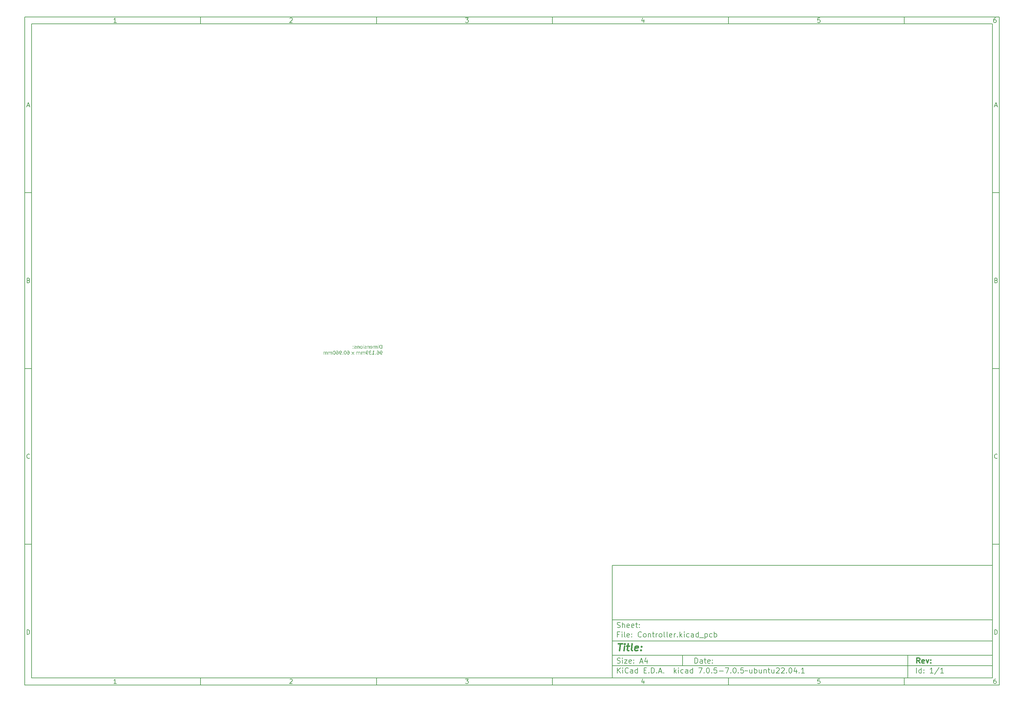
<source format=gbr>
%TF.GenerationSoftware,KiCad,Pcbnew,7.0.5-7.0.5~ubuntu22.04.1*%
%TF.CreationDate,2023-06-29T11:19:58+05:30*%
%TF.ProjectId,Controller,436f6e74-726f-46c6-9c65-722e6b696361,rev?*%
%TF.SameCoordinates,Original*%
%TF.FileFunction,Legend,Bot*%
%TF.FilePolarity,Positive*%
%FSLAX46Y46*%
G04 Gerber Fmt 4.6, Leading zero omitted, Abs format (unit mm)*
G04 Created by KiCad (PCBNEW 7.0.5-7.0.5~ubuntu22.04.1) date 2023-06-29 11:19:58*
%MOMM*%
%LPD*%
G01*
G04 APERTURE LIST*
%ADD10C,0.100000*%
%ADD11C,0.150000*%
%ADD12C,0.300000*%
%ADD13C,0.400000*%
G04 APERTURE END LIST*
D10*
D11*
X177002200Y-166007200D02*
X285002200Y-166007200D01*
X285002200Y-198007200D01*
X177002200Y-198007200D01*
X177002200Y-166007200D01*
D10*
D11*
X10000000Y-10000000D02*
X287002200Y-10000000D01*
X287002200Y-200007200D01*
X10000000Y-200007200D01*
X10000000Y-10000000D01*
D10*
D11*
X12000000Y-12000000D02*
X285002200Y-12000000D01*
X285002200Y-198007200D01*
X12000000Y-198007200D01*
X12000000Y-12000000D01*
D10*
D11*
X60000000Y-12000000D02*
X60000000Y-10000000D01*
D10*
D11*
X110000000Y-12000000D02*
X110000000Y-10000000D01*
D10*
D11*
X160000000Y-12000000D02*
X160000000Y-10000000D01*
D10*
D11*
X210000000Y-12000000D02*
X210000000Y-10000000D01*
D10*
D11*
X260000000Y-12000000D02*
X260000000Y-10000000D01*
D10*
D11*
X36089160Y-11593604D02*
X35346303Y-11593604D01*
X35717731Y-11593604D02*
X35717731Y-10293604D01*
X35717731Y-10293604D02*
X35593922Y-10479319D01*
X35593922Y-10479319D02*
X35470112Y-10603128D01*
X35470112Y-10603128D02*
X35346303Y-10665033D01*
D10*
D11*
X85346303Y-10417414D02*
X85408207Y-10355509D01*
X85408207Y-10355509D02*
X85532017Y-10293604D01*
X85532017Y-10293604D02*
X85841541Y-10293604D01*
X85841541Y-10293604D02*
X85965350Y-10355509D01*
X85965350Y-10355509D02*
X86027255Y-10417414D01*
X86027255Y-10417414D02*
X86089160Y-10541223D01*
X86089160Y-10541223D02*
X86089160Y-10665033D01*
X86089160Y-10665033D02*
X86027255Y-10850747D01*
X86027255Y-10850747D02*
X85284398Y-11593604D01*
X85284398Y-11593604D02*
X86089160Y-11593604D01*
D10*
D11*
X135284398Y-10293604D02*
X136089160Y-10293604D01*
X136089160Y-10293604D02*
X135655826Y-10788842D01*
X135655826Y-10788842D02*
X135841541Y-10788842D01*
X135841541Y-10788842D02*
X135965350Y-10850747D01*
X135965350Y-10850747D02*
X136027255Y-10912652D01*
X136027255Y-10912652D02*
X136089160Y-11036461D01*
X136089160Y-11036461D02*
X136089160Y-11345985D01*
X136089160Y-11345985D02*
X136027255Y-11469795D01*
X136027255Y-11469795D02*
X135965350Y-11531700D01*
X135965350Y-11531700D02*
X135841541Y-11593604D01*
X135841541Y-11593604D02*
X135470112Y-11593604D01*
X135470112Y-11593604D02*
X135346303Y-11531700D01*
X135346303Y-11531700D02*
X135284398Y-11469795D01*
D10*
D11*
X185965350Y-10726938D02*
X185965350Y-11593604D01*
X185655826Y-10231700D02*
X185346303Y-11160271D01*
X185346303Y-11160271D02*
X186151064Y-11160271D01*
D10*
D11*
X236027255Y-10293604D02*
X235408207Y-10293604D01*
X235408207Y-10293604D02*
X235346303Y-10912652D01*
X235346303Y-10912652D02*
X235408207Y-10850747D01*
X235408207Y-10850747D02*
X235532017Y-10788842D01*
X235532017Y-10788842D02*
X235841541Y-10788842D01*
X235841541Y-10788842D02*
X235965350Y-10850747D01*
X235965350Y-10850747D02*
X236027255Y-10912652D01*
X236027255Y-10912652D02*
X236089160Y-11036461D01*
X236089160Y-11036461D02*
X236089160Y-11345985D01*
X236089160Y-11345985D02*
X236027255Y-11469795D01*
X236027255Y-11469795D02*
X235965350Y-11531700D01*
X235965350Y-11531700D02*
X235841541Y-11593604D01*
X235841541Y-11593604D02*
X235532017Y-11593604D01*
X235532017Y-11593604D02*
X235408207Y-11531700D01*
X235408207Y-11531700D02*
X235346303Y-11469795D01*
D10*
D11*
X285965350Y-10293604D02*
X285717731Y-10293604D01*
X285717731Y-10293604D02*
X285593922Y-10355509D01*
X285593922Y-10355509D02*
X285532017Y-10417414D01*
X285532017Y-10417414D02*
X285408207Y-10603128D01*
X285408207Y-10603128D02*
X285346303Y-10850747D01*
X285346303Y-10850747D02*
X285346303Y-11345985D01*
X285346303Y-11345985D02*
X285408207Y-11469795D01*
X285408207Y-11469795D02*
X285470112Y-11531700D01*
X285470112Y-11531700D02*
X285593922Y-11593604D01*
X285593922Y-11593604D02*
X285841541Y-11593604D01*
X285841541Y-11593604D02*
X285965350Y-11531700D01*
X285965350Y-11531700D02*
X286027255Y-11469795D01*
X286027255Y-11469795D02*
X286089160Y-11345985D01*
X286089160Y-11345985D02*
X286089160Y-11036461D01*
X286089160Y-11036461D02*
X286027255Y-10912652D01*
X286027255Y-10912652D02*
X285965350Y-10850747D01*
X285965350Y-10850747D02*
X285841541Y-10788842D01*
X285841541Y-10788842D02*
X285593922Y-10788842D01*
X285593922Y-10788842D02*
X285470112Y-10850747D01*
X285470112Y-10850747D02*
X285408207Y-10912652D01*
X285408207Y-10912652D02*
X285346303Y-11036461D01*
D10*
D11*
X60000000Y-198007200D02*
X60000000Y-200007200D01*
D10*
D11*
X110000000Y-198007200D02*
X110000000Y-200007200D01*
D10*
D11*
X160000000Y-198007200D02*
X160000000Y-200007200D01*
D10*
D11*
X210000000Y-198007200D02*
X210000000Y-200007200D01*
D10*
D11*
X260000000Y-198007200D02*
X260000000Y-200007200D01*
D10*
D11*
X36089160Y-199600804D02*
X35346303Y-199600804D01*
X35717731Y-199600804D02*
X35717731Y-198300804D01*
X35717731Y-198300804D02*
X35593922Y-198486519D01*
X35593922Y-198486519D02*
X35470112Y-198610328D01*
X35470112Y-198610328D02*
X35346303Y-198672233D01*
D10*
D11*
X85346303Y-198424614D02*
X85408207Y-198362709D01*
X85408207Y-198362709D02*
X85532017Y-198300804D01*
X85532017Y-198300804D02*
X85841541Y-198300804D01*
X85841541Y-198300804D02*
X85965350Y-198362709D01*
X85965350Y-198362709D02*
X86027255Y-198424614D01*
X86027255Y-198424614D02*
X86089160Y-198548423D01*
X86089160Y-198548423D02*
X86089160Y-198672233D01*
X86089160Y-198672233D02*
X86027255Y-198857947D01*
X86027255Y-198857947D02*
X85284398Y-199600804D01*
X85284398Y-199600804D02*
X86089160Y-199600804D01*
D10*
D11*
X135284398Y-198300804D02*
X136089160Y-198300804D01*
X136089160Y-198300804D02*
X135655826Y-198796042D01*
X135655826Y-198796042D02*
X135841541Y-198796042D01*
X135841541Y-198796042D02*
X135965350Y-198857947D01*
X135965350Y-198857947D02*
X136027255Y-198919852D01*
X136027255Y-198919852D02*
X136089160Y-199043661D01*
X136089160Y-199043661D02*
X136089160Y-199353185D01*
X136089160Y-199353185D02*
X136027255Y-199476995D01*
X136027255Y-199476995D02*
X135965350Y-199538900D01*
X135965350Y-199538900D02*
X135841541Y-199600804D01*
X135841541Y-199600804D02*
X135470112Y-199600804D01*
X135470112Y-199600804D02*
X135346303Y-199538900D01*
X135346303Y-199538900D02*
X135284398Y-199476995D01*
D10*
D11*
X185965350Y-198734138D02*
X185965350Y-199600804D01*
X185655826Y-198238900D02*
X185346303Y-199167471D01*
X185346303Y-199167471D02*
X186151064Y-199167471D01*
D10*
D11*
X236027255Y-198300804D02*
X235408207Y-198300804D01*
X235408207Y-198300804D02*
X235346303Y-198919852D01*
X235346303Y-198919852D02*
X235408207Y-198857947D01*
X235408207Y-198857947D02*
X235532017Y-198796042D01*
X235532017Y-198796042D02*
X235841541Y-198796042D01*
X235841541Y-198796042D02*
X235965350Y-198857947D01*
X235965350Y-198857947D02*
X236027255Y-198919852D01*
X236027255Y-198919852D02*
X236089160Y-199043661D01*
X236089160Y-199043661D02*
X236089160Y-199353185D01*
X236089160Y-199353185D02*
X236027255Y-199476995D01*
X236027255Y-199476995D02*
X235965350Y-199538900D01*
X235965350Y-199538900D02*
X235841541Y-199600804D01*
X235841541Y-199600804D02*
X235532017Y-199600804D01*
X235532017Y-199600804D02*
X235408207Y-199538900D01*
X235408207Y-199538900D02*
X235346303Y-199476995D01*
D10*
D11*
X285965350Y-198300804D02*
X285717731Y-198300804D01*
X285717731Y-198300804D02*
X285593922Y-198362709D01*
X285593922Y-198362709D02*
X285532017Y-198424614D01*
X285532017Y-198424614D02*
X285408207Y-198610328D01*
X285408207Y-198610328D02*
X285346303Y-198857947D01*
X285346303Y-198857947D02*
X285346303Y-199353185D01*
X285346303Y-199353185D02*
X285408207Y-199476995D01*
X285408207Y-199476995D02*
X285470112Y-199538900D01*
X285470112Y-199538900D02*
X285593922Y-199600804D01*
X285593922Y-199600804D02*
X285841541Y-199600804D01*
X285841541Y-199600804D02*
X285965350Y-199538900D01*
X285965350Y-199538900D02*
X286027255Y-199476995D01*
X286027255Y-199476995D02*
X286089160Y-199353185D01*
X286089160Y-199353185D02*
X286089160Y-199043661D01*
X286089160Y-199043661D02*
X286027255Y-198919852D01*
X286027255Y-198919852D02*
X285965350Y-198857947D01*
X285965350Y-198857947D02*
X285841541Y-198796042D01*
X285841541Y-198796042D02*
X285593922Y-198796042D01*
X285593922Y-198796042D02*
X285470112Y-198857947D01*
X285470112Y-198857947D02*
X285408207Y-198919852D01*
X285408207Y-198919852D02*
X285346303Y-199043661D01*
D10*
D11*
X10000000Y-60000000D02*
X12000000Y-60000000D01*
D10*
D11*
X10000000Y-110000000D02*
X12000000Y-110000000D01*
D10*
D11*
X10000000Y-160000000D02*
X12000000Y-160000000D01*
D10*
D11*
X10690476Y-35222176D02*
X11309523Y-35222176D01*
X10566666Y-35593604D02*
X10999999Y-34293604D01*
X10999999Y-34293604D02*
X11433333Y-35593604D01*
D10*
D11*
X11092857Y-84912652D02*
X11278571Y-84974557D01*
X11278571Y-84974557D02*
X11340476Y-85036461D01*
X11340476Y-85036461D02*
X11402380Y-85160271D01*
X11402380Y-85160271D02*
X11402380Y-85345985D01*
X11402380Y-85345985D02*
X11340476Y-85469795D01*
X11340476Y-85469795D02*
X11278571Y-85531700D01*
X11278571Y-85531700D02*
X11154761Y-85593604D01*
X11154761Y-85593604D02*
X10659523Y-85593604D01*
X10659523Y-85593604D02*
X10659523Y-84293604D01*
X10659523Y-84293604D02*
X11092857Y-84293604D01*
X11092857Y-84293604D02*
X11216666Y-84355509D01*
X11216666Y-84355509D02*
X11278571Y-84417414D01*
X11278571Y-84417414D02*
X11340476Y-84541223D01*
X11340476Y-84541223D02*
X11340476Y-84665033D01*
X11340476Y-84665033D02*
X11278571Y-84788842D01*
X11278571Y-84788842D02*
X11216666Y-84850747D01*
X11216666Y-84850747D02*
X11092857Y-84912652D01*
X11092857Y-84912652D02*
X10659523Y-84912652D01*
D10*
D11*
X11402380Y-135469795D02*
X11340476Y-135531700D01*
X11340476Y-135531700D02*
X11154761Y-135593604D01*
X11154761Y-135593604D02*
X11030952Y-135593604D01*
X11030952Y-135593604D02*
X10845238Y-135531700D01*
X10845238Y-135531700D02*
X10721428Y-135407890D01*
X10721428Y-135407890D02*
X10659523Y-135284080D01*
X10659523Y-135284080D02*
X10597619Y-135036461D01*
X10597619Y-135036461D02*
X10597619Y-134850747D01*
X10597619Y-134850747D02*
X10659523Y-134603128D01*
X10659523Y-134603128D02*
X10721428Y-134479319D01*
X10721428Y-134479319D02*
X10845238Y-134355509D01*
X10845238Y-134355509D02*
X11030952Y-134293604D01*
X11030952Y-134293604D02*
X11154761Y-134293604D01*
X11154761Y-134293604D02*
X11340476Y-134355509D01*
X11340476Y-134355509D02*
X11402380Y-134417414D01*
D10*
D11*
X10659523Y-185593604D02*
X10659523Y-184293604D01*
X10659523Y-184293604D02*
X10969047Y-184293604D01*
X10969047Y-184293604D02*
X11154761Y-184355509D01*
X11154761Y-184355509D02*
X11278571Y-184479319D01*
X11278571Y-184479319D02*
X11340476Y-184603128D01*
X11340476Y-184603128D02*
X11402380Y-184850747D01*
X11402380Y-184850747D02*
X11402380Y-185036461D01*
X11402380Y-185036461D02*
X11340476Y-185284080D01*
X11340476Y-185284080D02*
X11278571Y-185407890D01*
X11278571Y-185407890D02*
X11154761Y-185531700D01*
X11154761Y-185531700D02*
X10969047Y-185593604D01*
X10969047Y-185593604D02*
X10659523Y-185593604D01*
D10*
D11*
X287002200Y-60000000D02*
X285002200Y-60000000D01*
D10*
D11*
X287002200Y-110000000D02*
X285002200Y-110000000D01*
D10*
D11*
X287002200Y-160000000D02*
X285002200Y-160000000D01*
D10*
D11*
X285692676Y-35222176D02*
X286311723Y-35222176D01*
X285568866Y-35593604D02*
X286002199Y-34293604D01*
X286002199Y-34293604D02*
X286435533Y-35593604D01*
D10*
D11*
X286095057Y-84912652D02*
X286280771Y-84974557D01*
X286280771Y-84974557D02*
X286342676Y-85036461D01*
X286342676Y-85036461D02*
X286404580Y-85160271D01*
X286404580Y-85160271D02*
X286404580Y-85345985D01*
X286404580Y-85345985D02*
X286342676Y-85469795D01*
X286342676Y-85469795D02*
X286280771Y-85531700D01*
X286280771Y-85531700D02*
X286156961Y-85593604D01*
X286156961Y-85593604D02*
X285661723Y-85593604D01*
X285661723Y-85593604D02*
X285661723Y-84293604D01*
X285661723Y-84293604D02*
X286095057Y-84293604D01*
X286095057Y-84293604D02*
X286218866Y-84355509D01*
X286218866Y-84355509D02*
X286280771Y-84417414D01*
X286280771Y-84417414D02*
X286342676Y-84541223D01*
X286342676Y-84541223D02*
X286342676Y-84665033D01*
X286342676Y-84665033D02*
X286280771Y-84788842D01*
X286280771Y-84788842D02*
X286218866Y-84850747D01*
X286218866Y-84850747D02*
X286095057Y-84912652D01*
X286095057Y-84912652D02*
X285661723Y-84912652D01*
D10*
D11*
X286404580Y-135469795D02*
X286342676Y-135531700D01*
X286342676Y-135531700D02*
X286156961Y-135593604D01*
X286156961Y-135593604D02*
X286033152Y-135593604D01*
X286033152Y-135593604D02*
X285847438Y-135531700D01*
X285847438Y-135531700D02*
X285723628Y-135407890D01*
X285723628Y-135407890D02*
X285661723Y-135284080D01*
X285661723Y-135284080D02*
X285599819Y-135036461D01*
X285599819Y-135036461D02*
X285599819Y-134850747D01*
X285599819Y-134850747D02*
X285661723Y-134603128D01*
X285661723Y-134603128D02*
X285723628Y-134479319D01*
X285723628Y-134479319D02*
X285847438Y-134355509D01*
X285847438Y-134355509D02*
X286033152Y-134293604D01*
X286033152Y-134293604D02*
X286156961Y-134293604D01*
X286156961Y-134293604D02*
X286342676Y-134355509D01*
X286342676Y-134355509D02*
X286404580Y-134417414D01*
D10*
D11*
X285661723Y-185593604D02*
X285661723Y-184293604D01*
X285661723Y-184293604D02*
X285971247Y-184293604D01*
X285971247Y-184293604D02*
X286156961Y-184355509D01*
X286156961Y-184355509D02*
X286280771Y-184479319D01*
X286280771Y-184479319D02*
X286342676Y-184603128D01*
X286342676Y-184603128D02*
X286404580Y-184850747D01*
X286404580Y-184850747D02*
X286404580Y-185036461D01*
X286404580Y-185036461D02*
X286342676Y-185284080D01*
X286342676Y-185284080D02*
X286280771Y-185407890D01*
X286280771Y-185407890D02*
X286156961Y-185531700D01*
X286156961Y-185531700D02*
X285971247Y-185593604D01*
X285971247Y-185593604D02*
X285661723Y-185593604D01*
D10*
D11*
X200458026Y-193793328D02*
X200458026Y-192293328D01*
X200458026Y-192293328D02*
X200815169Y-192293328D01*
X200815169Y-192293328D02*
X201029455Y-192364757D01*
X201029455Y-192364757D02*
X201172312Y-192507614D01*
X201172312Y-192507614D02*
X201243741Y-192650471D01*
X201243741Y-192650471D02*
X201315169Y-192936185D01*
X201315169Y-192936185D02*
X201315169Y-193150471D01*
X201315169Y-193150471D02*
X201243741Y-193436185D01*
X201243741Y-193436185D02*
X201172312Y-193579042D01*
X201172312Y-193579042D02*
X201029455Y-193721900D01*
X201029455Y-193721900D02*
X200815169Y-193793328D01*
X200815169Y-193793328D02*
X200458026Y-193793328D01*
X202600884Y-193793328D02*
X202600884Y-193007614D01*
X202600884Y-193007614D02*
X202529455Y-192864757D01*
X202529455Y-192864757D02*
X202386598Y-192793328D01*
X202386598Y-192793328D02*
X202100884Y-192793328D01*
X202100884Y-192793328D02*
X201958026Y-192864757D01*
X202600884Y-193721900D02*
X202458026Y-193793328D01*
X202458026Y-193793328D02*
X202100884Y-193793328D01*
X202100884Y-193793328D02*
X201958026Y-193721900D01*
X201958026Y-193721900D02*
X201886598Y-193579042D01*
X201886598Y-193579042D02*
X201886598Y-193436185D01*
X201886598Y-193436185D02*
X201958026Y-193293328D01*
X201958026Y-193293328D02*
X202100884Y-193221900D01*
X202100884Y-193221900D02*
X202458026Y-193221900D01*
X202458026Y-193221900D02*
X202600884Y-193150471D01*
X203100884Y-192793328D02*
X203672312Y-192793328D01*
X203315169Y-192293328D02*
X203315169Y-193579042D01*
X203315169Y-193579042D02*
X203386598Y-193721900D01*
X203386598Y-193721900D02*
X203529455Y-193793328D01*
X203529455Y-193793328D02*
X203672312Y-193793328D01*
X204743741Y-193721900D02*
X204600884Y-193793328D01*
X204600884Y-193793328D02*
X204315170Y-193793328D01*
X204315170Y-193793328D02*
X204172312Y-193721900D01*
X204172312Y-193721900D02*
X204100884Y-193579042D01*
X204100884Y-193579042D02*
X204100884Y-193007614D01*
X204100884Y-193007614D02*
X204172312Y-192864757D01*
X204172312Y-192864757D02*
X204315170Y-192793328D01*
X204315170Y-192793328D02*
X204600884Y-192793328D01*
X204600884Y-192793328D02*
X204743741Y-192864757D01*
X204743741Y-192864757D02*
X204815170Y-193007614D01*
X204815170Y-193007614D02*
X204815170Y-193150471D01*
X204815170Y-193150471D02*
X204100884Y-193293328D01*
X205458026Y-193650471D02*
X205529455Y-193721900D01*
X205529455Y-193721900D02*
X205458026Y-193793328D01*
X205458026Y-193793328D02*
X205386598Y-193721900D01*
X205386598Y-193721900D02*
X205458026Y-193650471D01*
X205458026Y-193650471D02*
X205458026Y-193793328D01*
X205458026Y-192864757D02*
X205529455Y-192936185D01*
X205529455Y-192936185D02*
X205458026Y-193007614D01*
X205458026Y-193007614D02*
X205386598Y-192936185D01*
X205386598Y-192936185D02*
X205458026Y-192864757D01*
X205458026Y-192864757D02*
X205458026Y-193007614D01*
D10*
D11*
X177002200Y-194507200D02*
X285002200Y-194507200D01*
D10*
D11*
X178458026Y-196593328D02*
X178458026Y-195093328D01*
X179315169Y-196593328D02*
X178672312Y-195736185D01*
X179315169Y-195093328D02*
X178458026Y-195950471D01*
X179958026Y-196593328D02*
X179958026Y-195593328D01*
X179958026Y-195093328D02*
X179886598Y-195164757D01*
X179886598Y-195164757D02*
X179958026Y-195236185D01*
X179958026Y-195236185D02*
X180029455Y-195164757D01*
X180029455Y-195164757D02*
X179958026Y-195093328D01*
X179958026Y-195093328D02*
X179958026Y-195236185D01*
X181529455Y-196450471D02*
X181458027Y-196521900D01*
X181458027Y-196521900D02*
X181243741Y-196593328D01*
X181243741Y-196593328D02*
X181100884Y-196593328D01*
X181100884Y-196593328D02*
X180886598Y-196521900D01*
X180886598Y-196521900D02*
X180743741Y-196379042D01*
X180743741Y-196379042D02*
X180672312Y-196236185D01*
X180672312Y-196236185D02*
X180600884Y-195950471D01*
X180600884Y-195950471D02*
X180600884Y-195736185D01*
X180600884Y-195736185D02*
X180672312Y-195450471D01*
X180672312Y-195450471D02*
X180743741Y-195307614D01*
X180743741Y-195307614D02*
X180886598Y-195164757D01*
X180886598Y-195164757D02*
X181100884Y-195093328D01*
X181100884Y-195093328D02*
X181243741Y-195093328D01*
X181243741Y-195093328D02*
X181458027Y-195164757D01*
X181458027Y-195164757D02*
X181529455Y-195236185D01*
X182815170Y-196593328D02*
X182815170Y-195807614D01*
X182815170Y-195807614D02*
X182743741Y-195664757D01*
X182743741Y-195664757D02*
X182600884Y-195593328D01*
X182600884Y-195593328D02*
X182315170Y-195593328D01*
X182315170Y-195593328D02*
X182172312Y-195664757D01*
X182815170Y-196521900D02*
X182672312Y-196593328D01*
X182672312Y-196593328D02*
X182315170Y-196593328D01*
X182315170Y-196593328D02*
X182172312Y-196521900D01*
X182172312Y-196521900D02*
X182100884Y-196379042D01*
X182100884Y-196379042D02*
X182100884Y-196236185D01*
X182100884Y-196236185D02*
X182172312Y-196093328D01*
X182172312Y-196093328D02*
X182315170Y-196021900D01*
X182315170Y-196021900D02*
X182672312Y-196021900D01*
X182672312Y-196021900D02*
X182815170Y-195950471D01*
X184172313Y-196593328D02*
X184172313Y-195093328D01*
X184172313Y-196521900D02*
X184029455Y-196593328D01*
X184029455Y-196593328D02*
X183743741Y-196593328D01*
X183743741Y-196593328D02*
X183600884Y-196521900D01*
X183600884Y-196521900D02*
X183529455Y-196450471D01*
X183529455Y-196450471D02*
X183458027Y-196307614D01*
X183458027Y-196307614D02*
X183458027Y-195879042D01*
X183458027Y-195879042D02*
X183529455Y-195736185D01*
X183529455Y-195736185D02*
X183600884Y-195664757D01*
X183600884Y-195664757D02*
X183743741Y-195593328D01*
X183743741Y-195593328D02*
X184029455Y-195593328D01*
X184029455Y-195593328D02*
X184172313Y-195664757D01*
X186029455Y-195807614D02*
X186529455Y-195807614D01*
X186743741Y-196593328D02*
X186029455Y-196593328D01*
X186029455Y-196593328D02*
X186029455Y-195093328D01*
X186029455Y-195093328D02*
X186743741Y-195093328D01*
X187386598Y-196450471D02*
X187458027Y-196521900D01*
X187458027Y-196521900D02*
X187386598Y-196593328D01*
X187386598Y-196593328D02*
X187315170Y-196521900D01*
X187315170Y-196521900D02*
X187386598Y-196450471D01*
X187386598Y-196450471D02*
X187386598Y-196593328D01*
X188100884Y-196593328D02*
X188100884Y-195093328D01*
X188100884Y-195093328D02*
X188458027Y-195093328D01*
X188458027Y-195093328D02*
X188672313Y-195164757D01*
X188672313Y-195164757D02*
X188815170Y-195307614D01*
X188815170Y-195307614D02*
X188886599Y-195450471D01*
X188886599Y-195450471D02*
X188958027Y-195736185D01*
X188958027Y-195736185D02*
X188958027Y-195950471D01*
X188958027Y-195950471D02*
X188886599Y-196236185D01*
X188886599Y-196236185D02*
X188815170Y-196379042D01*
X188815170Y-196379042D02*
X188672313Y-196521900D01*
X188672313Y-196521900D02*
X188458027Y-196593328D01*
X188458027Y-196593328D02*
X188100884Y-196593328D01*
X189600884Y-196450471D02*
X189672313Y-196521900D01*
X189672313Y-196521900D02*
X189600884Y-196593328D01*
X189600884Y-196593328D02*
X189529456Y-196521900D01*
X189529456Y-196521900D02*
X189600884Y-196450471D01*
X189600884Y-196450471D02*
X189600884Y-196593328D01*
X190243742Y-196164757D02*
X190958028Y-196164757D01*
X190100885Y-196593328D02*
X190600885Y-195093328D01*
X190600885Y-195093328D02*
X191100885Y-196593328D01*
X191600884Y-196450471D02*
X191672313Y-196521900D01*
X191672313Y-196521900D02*
X191600884Y-196593328D01*
X191600884Y-196593328D02*
X191529456Y-196521900D01*
X191529456Y-196521900D02*
X191600884Y-196450471D01*
X191600884Y-196450471D02*
X191600884Y-196593328D01*
X194600884Y-196593328D02*
X194600884Y-195093328D01*
X194743742Y-196021900D02*
X195172313Y-196593328D01*
X195172313Y-195593328D02*
X194600884Y-196164757D01*
X195815170Y-196593328D02*
X195815170Y-195593328D01*
X195815170Y-195093328D02*
X195743742Y-195164757D01*
X195743742Y-195164757D02*
X195815170Y-195236185D01*
X195815170Y-195236185D02*
X195886599Y-195164757D01*
X195886599Y-195164757D02*
X195815170Y-195093328D01*
X195815170Y-195093328D02*
X195815170Y-195236185D01*
X197172314Y-196521900D02*
X197029456Y-196593328D01*
X197029456Y-196593328D02*
X196743742Y-196593328D01*
X196743742Y-196593328D02*
X196600885Y-196521900D01*
X196600885Y-196521900D02*
X196529456Y-196450471D01*
X196529456Y-196450471D02*
X196458028Y-196307614D01*
X196458028Y-196307614D02*
X196458028Y-195879042D01*
X196458028Y-195879042D02*
X196529456Y-195736185D01*
X196529456Y-195736185D02*
X196600885Y-195664757D01*
X196600885Y-195664757D02*
X196743742Y-195593328D01*
X196743742Y-195593328D02*
X197029456Y-195593328D01*
X197029456Y-195593328D02*
X197172314Y-195664757D01*
X198458028Y-196593328D02*
X198458028Y-195807614D01*
X198458028Y-195807614D02*
X198386599Y-195664757D01*
X198386599Y-195664757D02*
X198243742Y-195593328D01*
X198243742Y-195593328D02*
X197958028Y-195593328D01*
X197958028Y-195593328D02*
X197815170Y-195664757D01*
X198458028Y-196521900D02*
X198315170Y-196593328D01*
X198315170Y-196593328D02*
X197958028Y-196593328D01*
X197958028Y-196593328D02*
X197815170Y-196521900D01*
X197815170Y-196521900D02*
X197743742Y-196379042D01*
X197743742Y-196379042D02*
X197743742Y-196236185D01*
X197743742Y-196236185D02*
X197815170Y-196093328D01*
X197815170Y-196093328D02*
X197958028Y-196021900D01*
X197958028Y-196021900D02*
X198315170Y-196021900D01*
X198315170Y-196021900D02*
X198458028Y-195950471D01*
X199815171Y-196593328D02*
X199815171Y-195093328D01*
X199815171Y-196521900D02*
X199672313Y-196593328D01*
X199672313Y-196593328D02*
X199386599Y-196593328D01*
X199386599Y-196593328D02*
X199243742Y-196521900D01*
X199243742Y-196521900D02*
X199172313Y-196450471D01*
X199172313Y-196450471D02*
X199100885Y-196307614D01*
X199100885Y-196307614D02*
X199100885Y-195879042D01*
X199100885Y-195879042D02*
X199172313Y-195736185D01*
X199172313Y-195736185D02*
X199243742Y-195664757D01*
X199243742Y-195664757D02*
X199386599Y-195593328D01*
X199386599Y-195593328D02*
X199672313Y-195593328D01*
X199672313Y-195593328D02*
X199815171Y-195664757D01*
X201529456Y-195093328D02*
X202529456Y-195093328D01*
X202529456Y-195093328D02*
X201886599Y-196593328D01*
X203100884Y-196450471D02*
X203172313Y-196521900D01*
X203172313Y-196521900D02*
X203100884Y-196593328D01*
X203100884Y-196593328D02*
X203029456Y-196521900D01*
X203029456Y-196521900D02*
X203100884Y-196450471D01*
X203100884Y-196450471D02*
X203100884Y-196593328D01*
X204100885Y-195093328D02*
X204243742Y-195093328D01*
X204243742Y-195093328D02*
X204386599Y-195164757D01*
X204386599Y-195164757D02*
X204458028Y-195236185D01*
X204458028Y-195236185D02*
X204529456Y-195379042D01*
X204529456Y-195379042D02*
X204600885Y-195664757D01*
X204600885Y-195664757D02*
X204600885Y-196021900D01*
X204600885Y-196021900D02*
X204529456Y-196307614D01*
X204529456Y-196307614D02*
X204458028Y-196450471D01*
X204458028Y-196450471D02*
X204386599Y-196521900D01*
X204386599Y-196521900D02*
X204243742Y-196593328D01*
X204243742Y-196593328D02*
X204100885Y-196593328D01*
X204100885Y-196593328D02*
X203958028Y-196521900D01*
X203958028Y-196521900D02*
X203886599Y-196450471D01*
X203886599Y-196450471D02*
X203815170Y-196307614D01*
X203815170Y-196307614D02*
X203743742Y-196021900D01*
X203743742Y-196021900D02*
X203743742Y-195664757D01*
X203743742Y-195664757D02*
X203815170Y-195379042D01*
X203815170Y-195379042D02*
X203886599Y-195236185D01*
X203886599Y-195236185D02*
X203958028Y-195164757D01*
X203958028Y-195164757D02*
X204100885Y-195093328D01*
X205243741Y-196450471D02*
X205315170Y-196521900D01*
X205315170Y-196521900D02*
X205243741Y-196593328D01*
X205243741Y-196593328D02*
X205172313Y-196521900D01*
X205172313Y-196521900D02*
X205243741Y-196450471D01*
X205243741Y-196450471D02*
X205243741Y-196593328D01*
X206672313Y-195093328D02*
X205958027Y-195093328D01*
X205958027Y-195093328D02*
X205886599Y-195807614D01*
X205886599Y-195807614D02*
X205958027Y-195736185D01*
X205958027Y-195736185D02*
X206100885Y-195664757D01*
X206100885Y-195664757D02*
X206458027Y-195664757D01*
X206458027Y-195664757D02*
X206600885Y-195736185D01*
X206600885Y-195736185D02*
X206672313Y-195807614D01*
X206672313Y-195807614D02*
X206743742Y-195950471D01*
X206743742Y-195950471D02*
X206743742Y-196307614D01*
X206743742Y-196307614D02*
X206672313Y-196450471D01*
X206672313Y-196450471D02*
X206600885Y-196521900D01*
X206600885Y-196521900D02*
X206458027Y-196593328D01*
X206458027Y-196593328D02*
X206100885Y-196593328D01*
X206100885Y-196593328D02*
X205958027Y-196521900D01*
X205958027Y-196521900D02*
X205886599Y-196450471D01*
X207386598Y-196021900D02*
X208529456Y-196021900D01*
X209100884Y-195093328D02*
X210100884Y-195093328D01*
X210100884Y-195093328D02*
X209458027Y-196593328D01*
X210672312Y-196450471D02*
X210743741Y-196521900D01*
X210743741Y-196521900D02*
X210672312Y-196593328D01*
X210672312Y-196593328D02*
X210600884Y-196521900D01*
X210600884Y-196521900D02*
X210672312Y-196450471D01*
X210672312Y-196450471D02*
X210672312Y-196593328D01*
X211672313Y-195093328D02*
X211815170Y-195093328D01*
X211815170Y-195093328D02*
X211958027Y-195164757D01*
X211958027Y-195164757D02*
X212029456Y-195236185D01*
X212029456Y-195236185D02*
X212100884Y-195379042D01*
X212100884Y-195379042D02*
X212172313Y-195664757D01*
X212172313Y-195664757D02*
X212172313Y-196021900D01*
X212172313Y-196021900D02*
X212100884Y-196307614D01*
X212100884Y-196307614D02*
X212029456Y-196450471D01*
X212029456Y-196450471D02*
X211958027Y-196521900D01*
X211958027Y-196521900D02*
X211815170Y-196593328D01*
X211815170Y-196593328D02*
X211672313Y-196593328D01*
X211672313Y-196593328D02*
X211529456Y-196521900D01*
X211529456Y-196521900D02*
X211458027Y-196450471D01*
X211458027Y-196450471D02*
X211386598Y-196307614D01*
X211386598Y-196307614D02*
X211315170Y-196021900D01*
X211315170Y-196021900D02*
X211315170Y-195664757D01*
X211315170Y-195664757D02*
X211386598Y-195379042D01*
X211386598Y-195379042D02*
X211458027Y-195236185D01*
X211458027Y-195236185D02*
X211529456Y-195164757D01*
X211529456Y-195164757D02*
X211672313Y-195093328D01*
X212815169Y-196450471D02*
X212886598Y-196521900D01*
X212886598Y-196521900D02*
X212815169Y-196593328D01*
X212815169Y-196593328D02*
X212743741Y-196521900D01*
X212743741Y-196521900D02*
X212815169Y-196450471D01*
X212815169Y-196450471D02*
X212815169Y-196593328D01*
X214243741Y-195093328D02*
X213529455Y-195093328D01*
X213529455Y-195093328D02*
X213458027Y-195807614D01*
X213458027Y-195807614D02*
X213529455Y-195736185D01*
X213529455Y-195736185D02*
X213672313Y-195664757D01*
X213672313Y-195664757D02*
X214029455Y-195664757D01*
X214029455Y-195664757D02*
X214172313Y-195736185D01*
X214172313Y-195736185D02*
X214243741Y-195807614D01*
X214243741Y-195807614D02*
X214315170Y-195950471D01*
X214315170Y-195950471D02*
X214315170Y-196307614D01*
X214315170Y-196307614D02*
X214243741Y-196450471D01*
X214243741Y-196450471D02*
X214172313Y-196521900D01*
X214172313Y-196521900D02*
X214029455Y-196593328D01*
X214029455Y-196593328D02*
X213672313Y-196593328D01*
X213672313Y-196593328D02*
X213529455Y-196521900D01*
X213529455Y-196521900D02*
X213458027Y-196450471D01*
X214743741Y-196021900D02*
X214815169Y-195950471D01*
X214815169Y-195950471D02*
X214958026Y-195879042D01*
X214958026Y-195879042D02*
X215243741Y-196021900D01*
X215243741Y-196021900D02*
X215386598Y-195950471D01*
X215386598Y-195950471D02*
X215458026Y-195879042D01*
X216672313Y-195593328D02*
X216672313Y-196593328D01*
X216029455Y-195593328D02*
X216029455Y-196379042D01*
X216029455Y-196379042D02*
X216100884Y-196521900D01*
X216100884Y-196521900D02*
X216243741Y-196593328D01*
X216243741Y-196593328D02*
X216458027Y-196593328D01*
X216458027Y-196593328D02*
X216600884Y-196521900D01*
X216600884Y-196521900D02*
X216672313Y-196450471D01*
X217386598Y-196593328D02*
X217386598Y-195093328D01*
X217386598Y-195664757D02*
X217529456Y-195593328D01*
X217529456Y-195593328D02*
X217815170Y-195593328D01*
X217815170Y-195593328D02*
X217958027Y-195664757D01*
X217958027Y-195664757D02*
X218029456Y-195736185D01*
X218029456Y-195736185D02*
X218100884Y-195879042D01*
X218100884Y-195879042D02*
X218100884Y-196307614D01*
X218100884Y-196307614D02*
X218029456Y-196450471D01*
X218029456Y-196450471D02*
X217958027Y-196521900D01*
X217958027Y-196521900D02*
X217815170Y-196593328D01*
X217815170Y-196593328D02*
X217529456Y-196593328D01*
X217529456Y-196593328D02*
X217386598Y-196521900D01*
X219386599Y-195593328D02*
X219386599Y-196593328D01*
X218743741Y-195593328D02*
X218743741Y-196379042D01*
X218743741Y-196379042D02*
X218815170Y-196521900D01*
X218815170Y-196521900D02*
X218958027Y-196593328D01*
X218958027Y-196593328D02*
X219172313Y-196593328D01*
X219172313Y-196593328D02*
X219315170Y-196521900D01*
X219315170Y-196521900D02*
X219386599Y-196450471D01*
X220100884Y-195593328D02*
X220100884Y-196593328D01*
X220100884Y-195736185D02*
X220172313Y-195664757D01*
X220172313Y-195664757D02*
X220315170Y-195593328D01*
X220315170Y-195593328D02*
X220529456Y-195593328D01*
X220529456Y-195593328D02*
X220672313Y-195664757D01*
X220672313Y-195664757D02*
X220743742Y-195807614D01*
X220743742Y-195807614D02*
X220743742Y-196593328D01*
X221243742Y-195593328D02*
X221815170Y-195593328D01*
X221458027Y-195093328D02*
X221458027Y-196379042D01*
X221458027Y-196379042D02*
X221529456Y-196521900D01*
X221529456Y-196521900D02*
X221672313Y-196593328D01*
X221672313Y-196593328D02*
X221815170Y-196593328D01*
X222958028Y-195593328D02*
X222958028Y-196593328D01*
X222315170Y-195593328D02*
X222315170Y-196379042D01*
X222315170Y-196379042D02*
X222386599Y-196521900D01*
X222386599Y-196521900D02*
X222529456Y-196593328D01*
X222529456Y-196593328D02*
X222743742Y-196593328D01*
X222743742Y-196593328D02*
X222886599Y-196521900D01*
X222886599Y-196521900D02*
X222958028Y-196450471D01*
X223600885Y-195236185D02*
X223672313Y-195164757D01*
X223672313Y-195164757D02*
X223815171Y-195093328D01*
X223815171Y-195093328D02*
X224172313Y-195093328D01*
X224172313Y-195093328D02*
X224315171Y-195164757D01*
X224315171Y-195164757D02*
X224386599Y-195236185D01*
X224386599Y-195236185D02*
X224458028Y-195379042D01*
X224458028Y-195379042D02*
X224458028Y-195521900D01*
X224458028Y-195521900D02*
X224386599Y-195736185D01*
X224386599Y-195736185D02*
X223529456Y-196593328D01*
X223529456Y-196593328D02*
X224458028Y-196593328D01*
X225029456Y-195236185D02*
X225100884Y-195164757D01*
X225100884Y-195164757D02*
X225243742Y-195093328D01*
X225243742Y-195093328D02*
X225600884Y-195093328D01*
X225600884Y-195093328D02*
X225743742Y-195164757D01*
X225743742Y-195164757D02*
X225815170Y-195236185D01*
X225815170Y-195236185D02*
X225886599Y-195379042D01*
X225886599Y-195379042D02*
X225886599Y-195521900D01*
X225886599Y-195521900D02*
X225815170Y-195736185D01*
X225815170Y-195736185D02*
X224958027Y-196593328D01*
X224958027Y-196593328D02*
X225886599Y-196593328D01*
X226529455Y-196450471D02*
X226600884Y-196521900D01*
X226600884Y-196521900D02*
X226529455Y-196593328D01*
X226529455Y-196593328D02*
X226458027Y-196521900D01*
X226458027Y-196521900D02*
X226529455Y-196450471D01*
X226529455Y-196450471D02*
X226529455Y-196593328D01*
X227529456Y-195093328D02*
X227672313Y-195093328D01*
X227672313Y-195093328D02*
X227815170Y-195164757D01*
X227815170Y-195164757D02*
X227886599Y-195236185D01*
X227886599Y-195236185D02*
X227958027Y-195379042D01*
X227958027Y-195379042D02*
X228029456Y-195664757D01*
X228029456Y-195664757D02*
X228029456Y-196021900D01*
X228029456Y-196021900D02*
X227958027Y-196307614D01*
X227958027Y-196307614D02*
X227886599Y-196450471D01*
X227886599Y-196450471D02*
X227815170Y-196521900D01*
X227815170Y-196521900D02*
X227672313Y-196593328D01*
X227672313Y-196593328D02*
X227529456Y-196593328D01*
X227529456Y-196593328D02*
X227386599Y-196521900D01*
X227386599Y-196521900D02*
X227315170Y-196450471D01*
X227315170Y-196450471D02*
X227243741Y-196307614D01*
X227243741Y-196307614D02*
X227172313Y-196021900D01*
X227172313Y-196021900D02*
X227172313Y-195664757D01*
X227172313Y-195664757D02*
X227243741Y-195379042D01*
X227243741Y-195379042D02*
X227315170Y-195236185D01*
X227315170Y-195236185D02*
X227386599Y-195164757D01*
X227386599Y-195164757D02*
X227529456Y-195093328D01*
X229315170Y-195593328D02*
X229315170Y-196593328D01*
X228958027Y-195021900D02*
X228600884Y-196093328D01*
X228600884Y-196093328D02*
X229529455Y-196093328D01*
X230100883Y-196450471D02*
X230172312Y-196521900D01*
X230172312Y-196521900D02*
X230100883Y-196593328D01*
X230100883Y-196593328D02*
X230029455Y-196521900D01*
X230029455Y-196521900D02*
X230100883Y-196450471D01*
X230100883Y-196450471D02*
X230100883Y-196593328D01*
X231600884Y-196593328D02*
X230743741Y-196593328D01*
X231172312Y-196593328D02*
X231172312Y-195093328D01*
X231172312Y-195093328D02*
X231029455Y-195307614D01*
X231029455Y-195307614D02*
X230886598Y-195450471D01*
X230886598Y-195450471D02*
X230743741Y-195521900D01*
D10*
D11*
X177002200Y-191507200D02*
X285002200Y-191507200D01*
D10*
D12*
X264413853Y-193785528D02*
X263913853Y-193071242D01*
X263556710Y-193785528D02*
X263556710Y-192285528D01*
X263556710Y-192285528D02*
X264128139Y-192285528D01*
X264128139Y-192285528D02*
X264270996Y-192356957D01*
X264270996Y-192356957D02*
X264342425Y-192428385D01*
X264342425Y-192428385D02*
X264413853Y-192571242D01*
X264413853Y-192571242D02*
X264413853Y-192785528D01*
X264413853Y-192785528D02*
X264342425Y-192928385D01*
X264342425Y-192928385D02*
X264270996Y-192999814D01*
X264270996Y-192999814D02*
X264128139Y-193071242D01*
X264128139Y-193071242D02*
X263556710Y-193071242D01*
X265628139Y-193714100D02*
X265485282Y-193785528D01*
X265485282Y-193785528D02*
X265199568Y-193785528D01*
X265199568Y-193785528D02*
X265056710Y-193714100D01*
X265056710Y-193714100D02*
X264985282Y-193571242D01*
X264985282Y-193571242D02*
X264985282Y-192999814D01*
X264985282Y-192999814D02*
X265056710Y-192856957D01*
X265056710Y-192856957D02*
X265199568Y-192785528D01*
X265199568Y-192785528D02*
X265485282Y-192785528D01*
X265485282Y-192785528D02*
X265628139Y-192856957D01*
X265628139Y-192856957D02*
X265699568Y-192999814D01*
X265699568Y-192999814D02*
X265699568Y-193142671D01*
X265699568Y-193142671D02*
X264985282Y-193285528D01*
X266199567Y-192785528D02*
X266556710Y-193785528D01*
X266556710Y-193785528D02*
X266913853Y-192785528D01*
X267485281Y-193642671D02*
X267556710Y-193714100D01*
X267556710Y-193714100D02*
X267485281Y-193785528D01*
X267485281Y-193785528D02*
X267413853Y-193714100D01*
X267413853Y-193714100D02*
X267485281Y-193642671D01*
X267485281Y-193642671D02*
X267485281Y-193785528D01*
X267485281Y-192856957D02*
X267556710Y-192928385D01*
X267556710Y-192928385D02*
X267485281Y-192999814D01*
X267485281Y-192999814D02*
X267413853Y-192928385D01*
X267413853Y-192928385D02*
X267485281Y-192856957D01*
X267485281Y-192856957D02*
X267485281Y-192999814D01*
D10*
D11*
X178386598Y-193721900D02*
X178600884Y-193793328D01*
X178600884Y-193793328D02*
X178958026Y-193793328D01*
X178958026Y-193793328D02*
X179100884Y-193721900D01*
X179100884Y-193721900D02*
X179172312Y-193650471D01*
X179172312Y-193650471D02*
X179243741Y-193507614D01*
X179243741Y-193507614D02*
X179243741Y-193364757D01*
X179243741Y-193364757D02*
X179172312Y-193221900D01*
X179172312Y-193221900D02*
X179100884Y-193150471D01*
X179100884Y-193150471D02*
X178958026Y-193079042D01*
X178958026Y-193079042D02*
X178672312Y-193007614D01*
X178672312Y-193007614D02*
X178529455Y-192936185D01*
X178529455Y-192936185D02*
X178458026Y-192864757D01*
X178458026Y-192864757D02*
X178386598Y-192721900D01*
X178386598Y-192721900D02*
X178386598Y-192579042D01*
X178386598Y-192579042D02*
X178458026Y-192436185D01*
X178458026Y-192436185D02*
X178529455Y-192364757D01*
X178529455Y-192364757D02*
X178672312Y-192293328D01*
X178672312Y-192293328D02*
X179029455Y-192293328D01*
X179029455Y-192293328D02*
X179243741Y-192364757D01*
X179886597Y-193793328D02*
X179886597Y-192793328D01*
X179886597Y-192293328D02*
X179815169Y-192364757D01*
X179815169Y-192364757D02*
X179886597Y-192436185D01*
X179886597Y-192436185D02*
X179958026Y-192364757D01*
X179958026Y-192364757D02*
X179886597Y-192293328D01*
X179886597Y-192293328D02*
X179886597Y-192436185D01*
X180458026Y-192793328D02*
X181243741Y-192793328D01*
X181243741Y-192793328D02*
X180458026Y-193793328D01*
X180458026Y-193793328D02*
X181243741Y-193793328D01*
X182386598Y-193721900D02*
X182243741Y-193793328D01*
X182243741Y-193793328D02*
X181958027Y-193793328D01*
X181958027Y-193793328D02*
X181815169Y-193721900D01*
X181815169Y-193721900D02*
X181743741Y-193579042D01*
X181743741Y-193579042D02*
X181743741Y-193007614D01*
X181743741Y-193007614D02*
X181815169Y-192864757D01*
X181815169Y-192864757D02*
X181958027Y-192793328D01*
X181958027Y-192793328D02*
X182243741Y-192793328D01*
X182243741Y-192793328D02*
X182386598Y-192864757D01*
X182386598Y-192864757D02*
X182458027Y-193007614D01*
X182458027Y-193007614D02*
X182458027Y-193150471D01*
X182458027Y-193150471D02*
X181743741Y-193293328D01*
X183100883Y-193650471D02*
X183172312Y-193721900D01*
X183172312Y-193721900D02*
X183100883Y-193793328D01*
X183100883Y-193793328D02*
X183029455Y-193721900D01*
X183029455Y-193721900D02*
X183100883Y-193650471D01*
X183100883Y-193650471D02*
X183100883Y-193793328D01*
X183100883Y-192864757D02*
X183172312Y-192936185D01*
X183172312Y-192936185D02*
X183100883Y-193007614D01*
X183100883Y-193007614D02*
X183029455Y-192936185D01*
X183029455Y-192936185D02*
X183100883Y-192864757D01*
X183100883Y-192864757D02*
X183100883Y-193007614D01*
X184886598Y-193364757D02*
X185600884Y-193364757D01*
X184743741Y-193793328D02*
X185243741Y-192293328D01*
X185243741Y-192293328D02*
X185743741Y-193793328D01*
X186886598Y-192793328D02*
X186886598Y-193793328D01*
X186529455Y-192221900D02*
X186172312Y-193293328D01*
X186172312Y-193293328D02*
X187100883Y-193293328D01*
D10*
D11*
X263458026Y-196593328D02*
X263458026Y-195093328D01*
X264815170Y-196593328D02*
X264815170Y-195093328D01*
X264815170Y-196521900D02*
X264672312Y-196593328D01*
X264672312Y-196593328D02*
X264386598Y-196593328D01*
X264386598Y-196593328D02*
X264243741Y-196521900D01*
X264243741Y-196521900D02*
X264172312Y-196450471D01*
X264172312Y-196450471D02*
X264100884Y-196307614D01*
X264100884Y-196307614D02*
X264100884Y-195879042D01*
X264100884Y-195879042D02*
X264172312Y-195736185D01*
X264172312Y-195736185D02*
X264243741Y-195664757D01*
X264243741Y-195664757D02*
X264386598Y-195593328D01*
X264386598Y-195593328D02*
X264672312Y-195593328D01*
X264672312Y-195593328D02*
X264815170Y-195664757D01*
X265529455Y-196450471D02*
X265600884Y-196521900D01*
X265600884Y-196521900D02*
X265529455Y-196593328D01*
X265529455Y-196593328D02*
X265458027Y-196521900D01*
X265458027Y-196521900D02*
X265529455Y-196450471D01*
X265529455Y-196450471D02*
X265529455Y-196593328D01*
X265529455Y-195664757D02*
X265600884Y-195736185D01*
X265600884Y-195736185D02*
X265529455Y-195807614D01*
X265529455Y-195807614D02*
X265458027Y-195736185D01*
X265458027Y-195736185D02*
X265529455Y-195664757D01*
X265529455Y-195664757D02*
X265529455Y-195807614D01*
X268172313Y-196593328D02*
X267315170Y-196593328D01*
X267743741Y-196593328D02*
X267743741Y-195093328D01*
X267743741Y-195093328D02*
X267600884Y-195307614D01*
X267600884Y-195307614D02*
X267458027Y-195450471D01*
X267458027Y-195450471D02*
X267315170Y-195521900D01*
X269886598Y-195021900D02*
X268600884Y-196950471D01*
X271172313Y-196593328D02*
X270315170Y-196593328D01*
X270743741Y-196593328D02*
X270743741Y-195093328D01*
X270743741Y-195093328D02*
X270600884Y-195307614D01*
X270600884Y-195307614D02*
X270458027Y-195450471D01*
X270458027Y-195450471D02*
X270315170Y-195521900D01*
D10*
D11*
X177002200Y-187507200D02*
X285002200Y-187507200D01*
D10*
D13*
X178693928Y-188211638D02*
X179836785Y-188211638D01*
X179015357Y-190211638D02*
X179265357Y-188211638D01*
X180253452Y-190211638D02*
X180420119Y-188878304D01*
X180503452Y-188211638D02*
X180396309Y-188306876D01*
X180396309Y-188306876D02*
X180479643Y-188402114D01*
X180479643Y-188402114D02*
X180586786Y-188306876D01*
X180586786Y-188306876D02*
X180503452Y-188211638D01*
X180503452Y-188211638D02*
X180479643Y-188402114D01*
X181086786Y-188878304D02*
X181848690Y-188878304D01*
X181455833Y-188211638D02*
X181241548Y-189925923D01*
X181241548Y-189925923D02*
X181312976Y-190116400D01*
X181312976Y-190116400D02*
X181491548Y-190211638D01*
X181491548Y-190211638D02*
X181682024Y-190211638D01*
X182634405Y-190211638D02*
X182455833Y-190116400D01*
X182455833Y-190116400D02*
X182384405Y-189925923D01*
X182384405Y-189925923D02*
X182598690Y-188211638D01*
X184170119Y-190116400D02*
X183967738Y-190211638D01*
X183967738Y-190211638D02*
X183586785Y-190211638D01*
X183586785Y-190211638D02*
X183408214Y-190116400D01*
X183408214Y-190116400D02*
X183336785Y-189925923D01*
X183336785Y-189925923D02*
X183432024Y-189164019D01*
X183432024Y-189164019D02*
X183551071Y-188973542D01*
X183551071Y-188973542D02*
X183753452Y-188878304D01*
X183753452Y-188878304D02*
X184134404Y-188878304D01*
X184134404Y-188878304D02*
X184312976Y-188973542D01*
X184312976Y-188973542D02*
X184384404Y-189164019D01*
X184384404Y-189164019D02*
X184360595Y-189354495D01*
X184360595Y-189354495D02*
X183384404Y-189544971D01*
X185134405Y-190021161D02*
X185217738Y-190116400D01*
X185217738Y-190116400D02*
X185110595Y-190211638D01*
X185110595Y-190211638D02*
X185027262Y-190116400D01*
X185027262Y-190116400D02*
X185134405Y-190021161D01*
X185134405Y-190021161D02*
X185110595Y-190211638D01*
X185265357Y-188973542D02*
X185348690Y-189068780D01*
X185348690Y-189068780D02*
X185241548Y-189164019D01*
X185241548Y-189164019D02*
X185158214Y-189068780D01*
X185158214Y-189068780D02*
X185265357Y-188973542D01*
X185265357Y-188973542D02*
X185241548Y-189164019D01*
D10*
D11*
X178958026Y-185607614D02*
X178458026Y-185607614D01*
X178458026Y-186393328D02*
X178458026Y-184893328D01*
X178458026Y-184893328D02*
X179172312Y-184893328D01*
X179743740Y-186393328D02*
X179743740Y-185393328D01*
X179743740Y-184893328D02*
X179672312Y-184964757D01*
X179672312Y-184964757D02*
X179743740Y-185036185D01*
X179743740Y-185036185D02*
X179815169Y-184964757D01*
X179815169Y-184964757D02*
X179743740Y-184893328D01*
X179743740Y-184893328D02*
X179743740Y-185036185D01*
X180672312Y-186393328D02*
X180529455Y-186321900D01*
X180529455Y-186321900D02*
X180458026Y-186179042D01*
X180458026Y-186179042D02*
X180458026Y-184893328D01*
X181815169Y-186321900D02*
X181672312Y-186393328D01*
X181672312Y-186393328D02*
X181386598Y-186393328D01*
X181386598Y-186393328D02*
X181243740Y-186321900D01*
X181243740Y-186321900D02*
X181172312Y-186179042D01*
X181172312Y-186179042D02*
X181172312Y-185607614D01*
X181172312Y-185607614D02*
X181243740Y-185464757D01*
X181243740Y-185464757D02*
X181386598Y-185393328D01*
X181386598Y-185393328D02*
X181672312Y-185393328D01*
X181672312Y-185393328D02*
X181815169Y-185464757D01*
X181815169Y-185464757D02*
X181886598Y-185607614D01*
X181886598Y-185607614D02*
X181886598Y-185750471D01*
X181886598Y-185750471D02*
X181172312Y-185893328D01*
X182529454Y-186250471D02*
X182600883Y-186321900D01*
X182600883Y-186321900D02*
X182529454Y-186393328D01*
X182529454Y-186393328D02*
X182458026Y-186321900D01*
X182458026Y-186321900D02*
X182529454Y-186250471D01*
X182529454Y-186250471D02*
X182529454Y-186393328D01*
X182529454Y-185464757D02*
X182600883Y-185536185D01*
X182600883Y-185536185D02*
X182529454Y-185607614D01*
X182529454Y-185607614D02*
X182458026Y-185536185D01*
X182458026Y-185536185D02*
X182529454Y-185464757D01*
X182529454Y-185464757D02*
X182529454Y-185607614D01*
X185243740Y-186250471D02*
X185172312Y-186321900D01*
X185172312Y-186321900D02*
X184958026Y-186393328D01*
X184958026Y-186393328D02*
X184815169Y-186393328D01*
X184815169Y-186393328D02*
X184600883Y-186321900D01*
X184600883Y-186321900D02*
X184458026Y-186179042D01*
X184458026Y-186179042D02*
X184386597Y-186036185D01*
X184386597Y-186036185D02*
X184315169Y-185750471D01*
X184315169Y-185750471D02*
X184315169Y-185536185D01*
X184315169Y-185536185D02*
X184386597Y-185250471D01*
X184386597Y-185250471D02*
X184458026Y-185107614D01*
X184458026Y-185107614D02*
X184600883Y-184964757D01*
X184600883Y-184964757D02*
X184815169Y-184893328D01*
X184815169Y-184893328D02*
X184958026Y-184893328D01*
X184958026Y-184893328D02*
X185172312Y-184964757D01*
X185172312Y-184964757D02*
X185243740Y-185036185D01*
X186100883Y-186393328D02*
X185958026Y-186321900D01*
X185958026Y-186321900D02*
X185886597Y-186250471D01*
X185886597Y-186250471D02*
X185815169Y-186107614D01*
X185815169Y-186107614D02*
X185815169Y-185679042D01*
X185815169Y-185679042D02*
X185886597Y-185536185D01*
X185886597Y-185536185D02*
X185958026Y-185464757D01*
X185958026Y-185464757D02*
X186100883Y-185393328D01*
X186100883Y-185393328D02*
X186315169Y-185393328D01*
X186315169Y-185393328D02*
X186458026Y-185464757D01*
X186458026Y-185464757D02*
X186529455Y-185536185D01*
X186529455Y-185536185D02*
X186600883Y-185679042D01*
X186600883Y-185679042D02*
X186600883Y-186107614D01*
X186600883Y-186107614D02*
X186529455Y-186250471D01*
X186529455Y-186250471D02*
X186458026Y-186321900D01*
X186458026Y-186321900D02*
X186315169Y-186393328D01*
X186315169Y-186393328D02*
X186100883Y-186393328D01*
X187243740Y-185393328D02*
X187243740Y-186393328D01*
X187243740Y-185536185D02*
X187315169Y-185464757D01*
X187315169Y-185464757D02*
X187458026Y-185393328D01*
X187458026Y-185393328D02*
X187672312Y-185393328D01*
X187672312Y-185393328D02*
X187815169Y-185464757D01*
X187815169Y-185464757D02*
X187886598Y-185607614D01*
X187886598Y-185607614D02*
X187886598Y-186393328D01*
X188386598Y-185393328D02*
X188958026Y-185393328D01*
X188600883Y-184893328D02*
X188600883Y-186179042D01*
X188600883Y-186179042D02*
X188672312Y-186321900D01*
X188672312Y-186321900D02*
X188815169Y-186393328D01*
X188815169Y-186393328D02*
X188958026Y-186393328D01*
X189458026Y-186393328D02*
X189458026Y-185393328D01*
X189458026Y-185679042D02*
X189529455Y-185536185D01*
X189529455Y-185536185D02*
X189600884Y-185464757D01*
X189600884Y-185464757D02*
X189743741Y-185393328D01*
X189743741Y-185393328D02*
X189886598Y-185393328D01*
X190600883Y-186393328D02*
X190458026Y-186321900D01*
X190458026Y-186321900D02*
X190386597Y-186250471D01*
X190386597Y-186250471D02*
X190315169Y-186107614D01*
X190315169Y-186107614D02*
X190315169Y-185679042D01*
X190315169Y-185679042D02*
X190386597Y-185536185D01*
X190386597Y-185536185D02*
X190458026Y-185464757D01*
X190458026Y-185464757D02*
X190600883Y-185393328D01*
X190600883Y-185393328D02*
X190815169Y-185393328D01*
X190815169Y-185393328D02*
X190958026Y-185464757D01*
X190958026Y-185464757D02*
X191029455Y-185536185D01*
X191029455Y-185536185D02*
X191100883Y-185679042D01*
X191100883Y-185679042D02*
X191100883Y-186107614D01*
X191100883Y-186107614D02*
X191029455Y-186250471D01*
X191029455Y-186250471D02*
X190958026Y-186321900D01*
X190958026Y-186321900D02*
X190815169Y-186393328D01*
X190815169Y-186393328D02*
X190600883Y-186393328D01*
X191958026Y-186393328D02*
X191815169Y-186321900D01*
X191815169Y-186321900D02*
X191743740Y-186179042D01*
X191743740Y-186179042D02*
X191743740Y-184893328D01*
X192743740Y-186393328D02*
X192600883Y-186321900D01*
X192600883Y-186321900D02*
X192529454Y-186179042D01*
X192529454Y-186179042D02*
X192529454Y-184893328D01*
X193886597Y-186321900D02*
X193743740Y-186393328D01*
X193743740Y-186393328D02*
X193458026Y-186393328D01*
X193458026Y-186393328D02*
X193315168Y-186321900D01*
X193315168Y-186321900D02*
X193243740Y-186179042D01*
X193243740Y-186179042D02*
X193243740Y-185607614D01*
X193243740Y-185607614D02*
X193315168Y-185464757D01*
X193315168Y-185464757D02*
X193458026Y-185393328D01*
X193458026Y-185393328D02*
X193743740Y-185393328D01*
X193743740Y-185393328D02*
X193886597Y-185464757D01*
X193886597Y-185464757D02*
X193958026Y-185607614D01*
X193958026Y-185607614D02*
X193958026Y-185750471D01*
X193958026Y-185750471D02*
X193243740Y-185893328D01*
X194600882Y-186393328D02*
X194600882Y-185393328D01*
X194600882Y-185679042D02*
X194672311Y-185536185D01*
X194672311Y-185536185D02*
X194743740Y-185464757D01*
X194743740Y-185464757D02*
X194886597Y-185393328D01*
X194886597Y-185393328D02*
X195029454Y-185393328D01*
X195529453Y-186250471D02*
X195600882Y-186321900D01*
X195600882Y-186321900D02*
X195529453Y-186393328D01*
X195529453Y-186393328D02*
X195458025Y-186321900D01*
X195458025Y-186321900D02*
X195529453Y-186250471D01*
X195529453Y-186250471D02*
X195529453Y-186393328D01*
X196243739Y-186393328D02*
X196243739Y-184893328D01*
X196386597Y-185821900D02*
X196815168Y-186393328D01*
X196815168Y-185393328D02*
X196243739Y-185964757D01*
X197458025Y-186393328D02*
X197458025Y-185393328D01*
X197458025Y-184893328D02*
X197386597Y-184964757D01*
X197386597Y-184964757D02*
X197458025Y-185036185D01*
X197458025Y-185036185D02*
X197529454Y-184964757D01*
X197529454Y-184964757D02*
X197458025Y-184893328D01*
X197458025Y-184893328D02*
X197458025Y-185036185D01*
X198815169Y-186321900D02*
X198672311Y-186393328D01*
X198672311Y-186393328D02*
X198386597Y-186393328D01*
X198386597Y-186393328D02*
X198243740Y-186321900D01*
X198243740Y-186321900D02*
X198172311Y-186250471D01*
X198172311Y-186250471D02*
X198100883Y-186107614D01*
X198100883Y-186107614D02*
X198100883Y-185679042D01*
X198100883Y-185679042D02*
X198172311Y-185536185D01*
X198172311Y-185536185D02*
X198243740Y-185464757D01*
X198243740Y-185464757D02*
X198386597Y-185393328D01*
X198386597Y-185393328D02*
X198672311Y-185393328D01*
X198672311Y-185393328D02*
X198815169Y-185464757D01*
X200100883Y-186393328D02*
X200100883Y-185607614D01*
X200100883Y-185607614D02*
X200029454Y-185464757D01*
X200029454Y-185464757D02*
X199886597Y-185393328D01*
X199886597Y-185393328D02*
X199600883Y-185393328D01*
X199600883Y-185393328D02*
X199458025Y-185464757D01*
X200100883Y-186321900D02*
X199958025Y-186393328D01*
X199958025Y-186393328D02*
X199600883Y-186393328D01*
X199600883Y-186393328D02*
X199458025Y-186321900D01*
X199458025Y-186321900D02*
X199386597Y-186179042D01*
X199386597Y-186179042D02*
X199386597Y-186036185D01*
X199386597Y-186036185D02*
X199458025Y-185893328D01*
X199458025Y-185893328D02*
X199600883Y-185821900D01*
X199600883Y-185821900D02*
X199958025Y-185821900D01*
X199958025Y-185821900D02*
X200100883Y-185750471D01*
X201458026Y-186393328D02*
X201458026Y-184893328D01*
X201458026Y-186321900D02*
X201315168Y-186393328D01*
X201315168Y-186393328D02*
X201029454Y-186393328D01*
X201029454Y-186393328D02*
X200886597Y-186321900D01*
X200886597Y-186321900D02*
X200815168Y-186250471D01*
X200815168Y-186250471D02*
X200743740Y-186107614D01*
X200743740Y-186107614D02*
X200743740Y-185679042D01*
X200743740Y-185679042D02*
X200815168Y-185536185D01*
X200815168Y-185536185D02*
X200886597Y-185464757D01*
X200886597Y-185464757D02*
X201029454Y-185393328D01*
X201029454Y-185393328D02*
X201315168Y-185393328D01*
X201315168Y-185393328D02*
X201458026Y-185464757D01*
X201815169Y-186536185D02*
X202958026Y-186536185D01*
X203315168Y-185393328D02*
X203315168Y-186893328D01*
X203315168Y-185464757D02*
X203458026Y-185393328D01*
X203458026Y-185393328D02*
X203743740Y-185393328D01*
X203743740Y-185393328D02*
X203886597Y-185464757D01*
X203886597Y-185464757D02*
X203958026Y-185536185D01*
X203958026Y-185536185D02*
X204029454Y-185679042D01*
X204029454Y-185679042D02*
X204029454Y-186107614D01*
X204029454Y-186107614D02*
X203958026Y-186250471D01*
X203958026Y-186250471D02*
X203886597Y-186321900D01*
X203886597Y-186321900D02*
X203743740Y-186393328D01*
X203743740Y-186393328D02*
X203458026Y-186393328D01*
X203458026Y-186393328D02*
X203315168Y-186321900D01*
X205315169Y-186321900D02*
X205172311Y-186393328D01*
X205172311Y-186393328D02*
X204886597Y-186393328D01*
X204886597Y-186393328D02*
X204743740Y-186321900D01*
X204743740Y-186321900D02*
X204672311Y-186250471D01*
X204672311Y-186250471D02*
X204600883Y-186107614D01*
X204600883Y-186107614D02*
X204600883Y-185679042D01*
X204600883Y-185679042D02*
X204672311Y-185536185D01*
X204672311Y-185536185D02*
X204743740Y-185464757D01*
X204743740Y-185464757D02*
X204886597Y-185393328D01*
X204886597Y-185393328D02*
X205172311Y-185393328D01*
X205172311Y-185393328D02*
X205315169Y-185464757D01*
X205958025Y-186393328D02*
X205958025Y-184893328D01*
X205958025Y-185464757D02*
X206100883Y-185393328D01*
X206100883Y-185393328D02*
X206386597Y-185393328D01*
X206386597Y-185393328D02*
X206529454Y-185464757D01*
X206529454Y-185464757D02*
X206600883Y-185536185D01*
X206600883Y-185536185D02*
X206672311Y-185679042D01*
X206672311Y-185679042D02*
X206672311Y-186107614D01*
X206672311Y-186107614D02*
X206600883Y-186250471D01*
X206600883Y-186250471D02*
X206529454Y-186321900D01*
X206529454Y-186321900D02*
X206386597Y-186393328D01*
X206386597Y-186393328D02*
X206100883Y-186393328D01*
X206100883Y-186393328D02*
X205958025Y-186321900D01*
D10*
D11*
X177002200Y-181507200D02*
X285002200Y-181507200D01*
D10*
D11*
X178386598Y-183621900D02*
X178600884Y-183693328D01*
X178600884Y-183693328D02*
X178958026Y-183693328D01*
X178958026Y-183693328D02*
X179100884Y-183621900D01*
X179100884Y-183621900D02*
X179172312Y-183550471D01*
X179172312Y-183550471D02*
X179243741Y-183407614D01*
X179243741Y-183407614D02*
X179243741Y-183264757D01*
X179243741Y-183264757D02*
X179172312Y-183121900D01*
X179172312Y-183121900D02*
X179100884Y-183050471D01*
X179100884Y-183050471D02*
X178958026Y-182979042D01*
X178958026Y-182979042D02*
X178672312Y-182907614D01*
X178672312Y-182907614D02*
X178529455Y-182836185D01*
X178529455Y-182836185D02*
X178458026Y-182764757D01*
X178458026Y-182764757D02*
X178386598Y-182621900D01*
X178386598Y-182621900D02*
X178386598Y-182479042D01*
X178386598Y-182479042D02*
X178458026Y-182336185D01*
X178458026Y-182336185D02*
X178529455Y-182264757D01*
X178529455Y-182264757D02*
X178672312Y-182193328D01*
X178672312Y-182193328D02*
X179029455Y-182193328D01*
X179029455Y-182193328D02*
X179243741Y-182264757D01*
X179886597Y-183693328D02*
X179886597Y-182193328D01*
X180529455Y-183693328D02*
X180529455Y-182907614D01*
X180529455Y-182907614D02*
X180458026Y-182764757D01*
X180458026Y-182764757D02*
X180315169Y-182693328D01*
X180315169Y-182693328D02*
X180100883Y-182693328D01*
X180100883Y-182693328D02*
X179958026Y-182764757D01*
X179958026Y-182764757D02*
X179886597Y-182836185D01*
X181815169Y-183621900D02*
X181672312Y-183693328D01*
X181672312Y-183693328D02*
X181386598Y-183693328D01*
X181386598Y-183693328D02*
X181243740Y-183621900D01*
X181243740Y-183621900D02*
X181172312Y-183479042D01*
X181172312Y-183479042D02*
X181172312Y-182907614D01*
X181172312Y-182907614D02*
X181243740Y-182764757D01*
X181243740Y-182764757D02*
X181386598Y-182693328D01*
X181386598Y-182693328D02*
X181672312Y-182693328D01*
X181672312Y-182693328D02*
X181815169Y-182764757D01*
X181815169Y-182764757D02*
X181886598Y-182907614D01*
X181886598Y-182907614D02*
X181886598Y-183050471D01*
X181886598Y-183050471D02*
X181172312Y-183193328D01*
X183100883Y-183621900D02*
X182958026Y-183693328D01*
X182958026Y-183693328D02*
X182672312Y-183693328D01*
X182672312Y-183693328D02*
X182529454Y-183621900D01*
X182529454Y-183621900D02*
X182458026Y-183479042D01*
X182458026Y-183479042D02*
X182458026Y-182907614D01*
X182458026Y-182907614D02*
X182529454Y-182764757D01*
X182529454Y-182764757D02*
X182672312Y-182693328D01*
X182672312Y-182693328D02*
X182958026Y-182693328D01*
X182958026Y-182693328D02*
X183100883Y-182764757D01*
X183100883Y-182764757D02*
X183172312Y-182907614D01*
X183172312Y-182907614D02*
X183172312Y-183050471D01*
X183172312Y-183050471D02*
X182458026Y-183193328D01*
X183600883Y-182693328D02*
X184172311Y-182693328D01*
X183815168Y-182193328D02*
X183815168Y-183479042D01*
X183815168Y-183479042D02*
X183886597Y-183621900D01*
X183886597Y-183621900D02*
X184029454Y-183693328D01*
X184029454Y-183693328D02*
X184172311Y-183693328D01*
X184672311Y-183550471D02*
X184743740Y-183621900D01*
X184743740Y-183621900D02*
X184672311Y-183693328D01*
X184672311Y-183693328D02*
X184600883Y-183621900D01*
X184600883Y-183621900D02*
X184672311Y-183550471D01*
X184672311Y-183550471D02*
X184672311Y-183693328D01*
X184672311Y-182764757D02*
X184743740Y-182836185D01*
X184743740Y-182836185D02*
X184672311Y-182907614D01*
X184672311Y-182907614D02*
X184600883Y-182836185D01*
X184600883Y-182836185D02*
X184672311Y-182764757D01*
X184672311Y-182764757D02*
X184672311Y-182907614D01*
D10*
D12*
D10*
D11*
D10*
D11*
D10*
D11*
D10*
D11*
D10*
D11*
X197002200Y-191507200D02*
X197002200Y-194507200D01*
D10*
D11*
X261002200Y-191507200D02*
X261002200Y-198007200D01*
G36*
X111622002Y-104322000D02*
G01*
X111336727Y-104322000D01*
X111318333Y-104321877D01*
X111300245Y-104321511D01*
X111282463Y-104320900D01*
X111264988Y-104320046D01*
X111247819Y-104318946D01*
X111230956Y-104317603D01*
X111214400Y-104316016D01*
X111198149Y-104314184D01*
X111182205Y-104312108D01*
X111166568Y-104309787D01*
X111151236Y-104307223D01*
X111136211Y-104304414D01*
X111121492Y-104301361D01*
X111107079Y-104298064D01*
X111092973Y-104294522D01*
X111079173Y-104290736D01*
X111065679Y-104286706D01*
X111052491Y-104282432D01*
X111039610Y-104277914D01*
X111027034Y-104273151D01*
X111014765Y-104268144D01*
X111002803Y-104262893D01*
X110991146Y-104257397D01*
X110979796Y-104251658D01*
X110968752Y-104245674D01*
X110958015Y-104239445D01*
X110947583Y-104232973D01*
X110937458Y-104226256D01*
X110927639Y-104219295D01*
X110918127Y-104212090D01*
X110908921Y-104204641D01*
X110900020Y-104196947D01*
X110891395Y-104188993D01*
X110883044Y-104180762D01*
X110874966Y-104172255D01*
X110867162Y-104163471D01*
X110859632Y-104154410D01*
X110852376Y-104145072D01*
X110845394Y-104135458D01*
X110838685Y-104125567D01*
X110832250Y-104115400D01*
X110826089Y-104104955D01*
X110820202Y-104094234D01*
X110814589Y-104083237D01*
X110809249Y-104071963D01*
X110804184Y-104060412D01*
X110799392Y-104048584D01*
X110794874Y-104036480D01*
X110790630Y-104024099D01*
X110786659Y-104011441D01*
X110782963Y-103998507D01*
X110779540Y-103985295D01*
X110776391Y-103971808D01*
X110773516Y-103958043D01*
X110770915Y-103944002D01*
X110768587Y-103929684D01*
X110766534Y-103915090D01*
X110764754Y-103900219D01*
X110763248Y-103885071D01*
X110762016Y-103869646D01*
X110761057Y-103853945D01*
X110760373Y-103837967D01*
X110759962Y-103821713D01*
X110759825Y-103805182D01*
X110906127Y-103805182D01*
X110906223Y-103818276D01*
X110906512Y-103831149D01*
X110906994Y-103843801D01*
X110907668Y-103856232D01*
X110908536Y-103868443D01*
X110909596Y-103880432D01*
X110910848Y-103892201D01*
X110912294Y-103903749D01*
X110913932Y-103915076D01*
X110915763Y-103926182D01*
X110917786Y-103937067D01*
X110920003Y-103947732D01*
X110922412Y-103958175D01*
X110925013Y-103968398D01*
X110927808Y-103978400D01*
X110930795Y-103988181D01*
X110933975Y-103997741D01*
X110937348Y-104007080D01*
X110944671Y-104025096D01*
X110952765Y-104042228D01*
X110961631Y-104058477D01*
X110971267Y-104073842D01*
X110981674Y-104088324D01*
X110992852Y-104101922D01*
X111004801Y-104114637D01*
X111011064Y-104120663D01*
X111024257Y-104132141D01*
X111038339Y-104142853D01*
X111053310Y-104152800D01*
X111069171Y-104161982D01*
X111085920Y-104170399D01*
X111103559Y-104178051D01*
X111112712Y-104181589D01*
X111122087Y-104184937D01*
X111131685Y-104188093D01*
X111141505Y-104191058D01*
X111151547Y-104193832D01*
X111161811Y-104196415D01*
X111172298Y-104198806D01*
X111183007Y-104201006D01*
X111193938Y-104203014D01*
X111205092Y-104204831D01*
X111216468Y-104206457D01*
X111228066Y-104207892D01*
X111239886Y-104209135D01*
X111251929Y-104210188D01*
X111264194Y-104211048D01*
X111276682Y-104211718D01*
X111289391Y-104212196D01*
X111302323Y-104212483D01*
X111315478Y-104212579D01*
X111483272Y-104212579D01*
X111483272Y-103399739D01*
X111315478Y-103399739D01*
X111302323Y-103399834D01*
X111289391Y-103400120D01*
X111276682Y-103400597D01*
X111264194Y-103401265D01*
X111251929Y-103402124D01*
X111239886Y-103403173D01*
X111228066Y-103404413D01*
X111216468Y-103405845D01*
X111205092Y-103407467D01*
X111193938Y-103409279D01*
X111183007Y-103411283D01*
X111172298Y-103413477D01*
X111161811Y-103415862D01*
X111151547Y-103418438D01*
X111141505Y-103421205D01*
X111131685Y-103424163D01*
X111122087Y-103427311D01*
X111112712Y-103430650D01*
X111094629Y-103437901D01*
X111077434Y-103445916D01*
X111061129Y-103454693D01*
X111045713Y-103464234D01*
X111031186Y-103474538D01*
X111017549Y-103485605D01*
X111004801Y-103497436D01*
X110992852Y-103510087D01*
X110981674Y-103523615D01*
X110971267Y-103538022D01*
X110961631Y-103553306D01*
X110952765Y-103569468D01*
X110944671Y-103586508D01*
X110937348Y-103604425D01*
X110933975Y-103613713D01*
X110930795Y-103623221D01*
X110927808Y-103632947D01*
X110925013Y-103642894D01*
X110922412Y-103653059D01*
X110920003Y-103663444D01*
X110917786Y-103674049D01*
X110915763Y-103684873D01*
X110913932Y-103695916D01*
X110912294Y-103707179D01*
X110910848Y-103718661D01*
X110909596Y-103730363D01*
X110908536Y-103742284D01*
X110907668Y-103754425D01*
X110906994Y-103766785D01*
X110906512Y-103779364D01*
X110906223Y-103792163D01*
X110906127Y-103805182D01*
X110759825Y-103805182D01*
X110759961Y-103788726D01*
X110760370Y-103772546D01*
X110761051Y-103756641D01*
X110762004Y-103741011D01*
X110763230Y-103725656D01*
X110764728Y-103710577D01*
X110766499Y-103695773D01*
X110768541Y-103681244D01*
X110770857Y-103666990D01*
X110773444Y-103653012D01*
X110776305Y-103639309D01*
X110779437Y-103625881D01*
X110782842Y-103612728D01*
X110786519Y-103599851D01*
X110790469Y-103587249D01*
X110794691Y-103574922D01*
X110799185Y-103562870D01*
X110803952Y-103551094D01*
X110808991Y-103539593D01*
X110814303Y-103528367D01*
X110819887Y-103517416D01*
X110825743Y-103506741D01*
X110831872Y-103496341D01*
X110838273Y-103486216D01*
X110844946Y-103476366D01*
X110851892Y-103466792D01*
X110859110Y-103457493D01*
X110866601Y-103448469D01*
X110874364Y-103439720D01*
X110882400Y-103431247D01*
X110890707Y-103423049D01*
X110899288Y-103415126D01*
X110908159Y-103407447D01*
X110917340Y-103400012D01*
X110926830Y-103392821D01*
X110936630Y-103385874D01*
X110946740Y-103379170D01*
X110957159Y-103372711D01*
X110967888Y-103366495D01*
X110978926Y-103360522D01*
X110990274Y-103354794D01*
X111001932Y-103349309D01*
X111013899Y-103344068D01*
X111026176Y-103339071D01*
X111038762Y-103334317D01*
X111051658Y-103329808D01*
X111064864Y-103325542D01*
X111078379Y-103321520D01*
X111092204Y-103317741D01*
X111106338Y-103314207D01*
X111120782Y-103310916D01*
X111135535Y-103307869D01*
X111150599Y-103305066D01*
X111165971Y-103302506D01*
X111181654Y-103300190D01*
X111197646Y-103298118D01*
X111213947Y-103296290D01*
X111230558Y-103294705D01*
X111247479Y-103293365D01*
X111264709Y-103292268D01*
X111282249Y-103291415D01*
X111300099Y-103290805D01*
X111318258Y-103290440D01*
X111336727Y-103290318D01*
X111622002Y-103290318D01*
X111622002Y-104322000D01*
G37*
G36*
X110549776Y-103556054D02*
G01*
X110423503Y-103556054D01*
X110423503Y-104322000D01*
X110549776Y-104322000D01*
X110549776Y-103556054D01*
G37*
G36*
X110549776Y-103259055D02*
G01*
X110423503Y-103259055D01*
X110423503Y-103415370D01*
X110549776Y-103415370D01*
X110549776Y-103259055D01*
G37*
G36*
X109562058Y-103708950D02*
G01*
X109556063Y-103698320D01*
X109549922Y-103688044D01*
X109543637Y-103678124D01*
X109537206Y-103668558D01*
X109530631Y-103659348D01*
X109523910Y-103650492D01*
X109517045Y-103641991D01*
X109510034Y-103633845D01*
X109502879Y-103626054D01*
X109495578Y-103618618D01*
X109488133Y-103611537D01*
X109480542Y-103604811D01*
X109472806Y-103598440D01*
X109464926Y-103592423D01*
X109456900Y-103586762D01*
X109448729Y-103581455D01*
X109436159Y-103574122D01*
X109423176Y-103567510D01*
X109409780Y-103561620D01*
X109400621Y-103558094D01*
X109391279Y-103554888D01*
X109381753Y-103552003D01*
X109372045Y-103549438D01*
X109362153Y-103547194D01*
X109352078Y-103545271D01*
X109341820Y-103543668D01*
X109331378Y-103542386D01*
X109320754Y-103541424D01*
X109309946Y-103540783D01*
X109298955Y-103540462D01*
X109293391Y-103540422D01*
X109278585Y-103540752D01*
X109264208Y-103541739D01*
X109250260Y-103543385D01*
X109236742Y-103545689D01*
X109223653Y-103548651D01*
X109210993Y-103552272D01*
X109198763Y-103556551D01*
X109186962Y-103561488D01*
X109175591Y-103567084D01*
X109164648Y-103573338D01*
X109154135Y-103580250D01*
X109144052Y-103587821D01*
X109134397Y-103596050D01*
X109125173Y-103604937D01*
X109116377Y-103614482D01*
X109108011Y-103624686D01*
X109100084Y-103635467D01*
X109092669Y-103646805D01*
X109085765Y-103658701D01*
X109079373Y-103671153D01*
X109073492Y-103684163D01*
X109068123Y-103697730D01*
X109063265Y-103711854D01*
X109058918Y-103726535D01*
X109055082Y-103741774D01*
X109051758Y-103757570D01*
X109048946Y-103773922D01*
X109046645Y-103790832D01*
X109044855Y-103808300D01*
X109043576Y-103826324D01*
X109042809Y-103844905D01*
X109042554Y-103864044D01*
X109042554Y-104322000D01*
X109169804Y-104322000D01*
X109169804Y-103868196D01*
X109169957Y-103854559D01*
X109170415Y-103841368D01*
X109171178Y-103828623D01*
X109172247Y-103816325D01*
X109173620Y-103804474D01*
X109175300Y-103793069D01*
X109177284Y-103782110D01*
X109179574Y-103771598D01*
X109182169Y-103761533D01*
X109185069Y-103751914D01*
X109189992Y-103738323D01*
X109195602Y-103725736D01*
X109201899Y-103714154D01*
X109208883Y-103703577D01*
X109216573Y-103693974D01*
X109224989Y-103685316D01*
X109234130Y-103677602D01*
X109243997Y-103670833D01*
X109254589Y-103665008D01*
X109265907Y-103660128D01*
X109277950Y-103656193D01*
X109290720Y-103653202D01*
X109304214Y-103651155D01*
X109318434Y-103650053D01*
X109328318Y-103649843D01*
X109340431Y-103650099D01*
X109352223Y-103650866D01*
X109363695Y-103652144D01*
X109374846Y-103653934D01*
X109385677Y-103656235D01*
X109396187Y-103659048D01*
X109406376Y-103662372D01*
X109416245Y-103666207D01*
X109425794Y-103670554D01*
X109435021Y-103675412D01*
X109443929Y-103680782D01*
X109452515Y-103686663D01*
X109460781Y-103693055D01*
X109468727Y-103699959D01*
X109476352Y-103707374D01*
X109483656Y-103715300D01*
X109490547Y-103723637D01*
X109496994Y-103732344D01*
X109502996Y-103741421D01*
X109508554Y-103750868D01*
X109513667Y-103760686D01*
X109518335Y-103770873D01*
X109522559Y-103781431D01*
X109526338Y-103792359D01*
X109529672Y-103803657D01*
X109532562Y-103815325D01*
X109535007Y-103827364D01*
X109537008Y-103839773D01*
X109538564Y-103852551D01*
X109539676Y-103865700D01*
X109540342Y-103879220D01*
X109540565Y-103893109D01*
X109540565Y-104322000D01*
X109667815Y-104322000D01*
X109667815Y-103868196D01*
X109667969Y-103854472D01*
X109668430Y-103841204D01*
X109669198Y-103828391D01*
X109670273Y-103816035D01*
X109671655Y-103804135D01*
X109673345Y-103792691D01*
X109675342Y-103781703D01*
X109677646Y-103771171D01*
X109680257Y-103761095D01*
X109683176Y-103751475D01*
X109688130Y-103737900D01*
X109693775Y-103725351D01*
X109700111Y-103713829D01*
X109707138Y-103703332D01*
X109714839Y-103693773D01*
X109723287Y-103685154D01*
X109732482Y-103677476D01*
X109742424Y-103670737D01*
X109753113Y-103664939D01*
X109764549Y-103660081D01*
X109776732Y-103656164D01*
X109789662Y-103653186D01*
X109803339Y-103651149D01*
X109817763Y-103650052D01*
X109827794Y-103649843D01*
X109839759Y-103650100D01*
X109851413Y-103650870D01*
X109862756Y-103652153D01*
X109873788Y-103653950D01*
X109884509Y-103656259D01*
X109894919Y-103659082D01*
X109905018Y-103662419D01*
X109914806Y-103666269D01*
X109924283Y-103670631D01*
X109933448Y-103675508D01*
X109942303Y-103680897D01*
X109950847Y-103686800D01*
X109959080Y-103693216D01*
X109967001Y-103700146D01*
X109974612Y-103707588D01*
X109981912Y-103715545D01*
X109988803Y-103723909D01*
X109995250Y-103732638D01*
X110001252Y-103741731D01*
X110006809Y-103751189D01*
X110011922Y-103761011D01*
X110016590Y-103771198D01*
X110020814Y-103781749D01*
X110024593Y-103792664D01*
X110027927Y-103803944D01*
X110030817Y-103815589D01*
X110033263Y-103827598D01*
X110035263Y-103839971D01*
X110036819Y-103852709D01*
X110037931Y-103865811D01*
X110038598Y-103879278D01*
X110038820Y-103893109D01*
X110038820Y-104322000D01*
X110165826Y-104322000D01*
X110165826Y-103556054D01*
X110038820Y-103556054D01*
X110038820Y-103681106D01*
X110033349Y-103672248D01*
X110027745Y-103663685D01*
X110022007Y-103655418D01*
X110016136Y-103647447D01*
X110007079Y-103636044D01*
X109997721Y-103625307D01*
X109988062Y-103615236D01*
X109978103Y-103605830D01*
X109967843Y-103597089D01*
X109957283Y-103589014D01*
X109946422Y-103581605D01*
X109935261Y-103574861D01*
X109923704Y-103568706D01*
X109911748Y-103563157D01*
X109899393Y-103558213D01*
X109886638Y-103553875D01*
X109873484Y-103550142D01*
X109859930Y-103547014D01*
X109845978Y-103544492D01*
X109831626Y-103542575D01*
X109821836Y-103541633D01*
X109811869Y-103540960D01*
X109801724Y-103540557D01*
X109791402Y-103540422D01*
X109781029Y-103540591D01*
X109770851Y-103541098D01*
X109760871Y-103541942D01*
X109751087Y-103543124D01*
X109736779Y-103545531D01*
X109722914Y-103548697D01*
X109709491Y-103552623D01*
X109696510Y-103557309D01*
X109683971Y-103562756D01*
X109671875Y-103568962D01*
X109660221Y-103575928D01*
X109649009Y-103583653D01*
X109638242Y-103592101D01*
X109628017Y-103601230D01*
X109618333Y-103611043D01*
X109609189Y-103621538D01*
X109600587Y-103632715D01*
X109592526Y-103644576D01*
X109585005Y-103657119D01*
X109580292Y-103665860D01*
X109575819Y-103674905D01*
X109571587Y-103684253D01*
X109567595Y-103693904D01*
X109563844Y-103703859D01*
X109562058Y-103708950D01*
G37*
G36*
X108485687Y-103540529D02*
G01*
X108496302Y-103540850D01*
X108506778Y-103541384D01*
X108517115Y-103542132D01*
X108527313Y-103543094D01*
X108537373Y-103544269D01*
X108547293Y-103545658D01*
X108557075Y-103547261D01*
X108576222Y-103551108D01*
X108594814Y-103555810D01*
X108612851Y-103561366D01*
X108630333Y-103567778D01*
X108647259Y-103575044D01*
X108663630Y-103583165D01*
X108679446Y-103592141D01*
X108694706Y-103601972D01*
X108709411Y-103612657D01*
X108723561Y-103624198D01*
X108737156Y-103636593D01*
X108750195Y-103649843D01*
X108762528Y-103663822D01*
X108774066Y-103678404D01*
X108784808Y-103693589D01*
X108794754Y-103709377D01*
X108803904Y-103725768D01*
X108812259Y-103742762D01*
X108819818Y-103760359D01*
X108826582Y-103778559D01*
X108829665Y-103787885D01*
X108832550Y-103797362D01*
X108835235Y-103806990D01*
X108837722Y-103816768D01*
X108840009Y-103826697D01*
X108842098Y-103836777D01*
X108843988Y-103847007D01*
X108845679Y-103857389D01*
X108847171Y-103867921D01*
X108848464Y-103878603D01*
X108849558Y-103889437D01*
X108850453Y-103900421D01*
X108851149Y-103911556D01*
X108851646Y-103922842D01*
X108851945Y-103934278D01*
X108852044Y-103945866D01*
X108851939Y-103957058D01*
X108851624Y-103968106D01*
X108851100Y-103979008D01*
X108850365Y-103989764D01*
X108849420Y-104000375D01*
X108848266Y-104010841D01*
X108846902Y-104021161D01*
X108845327Y-104031335D01*
X108843543Y-104041364D01*
X108841549Y-104051248D01*
X108839345Y-104060986D01*
X108836932Y-104070578D01*
X108831474Y-104089327D01*
X108825177Y-104107493D01*
X108818041Y-104125078D01*
X108810065Y-104142080D01*
X108801249Y-104158501D01*
X108791594Y-104174339D01*
X108781099Y-104189596D01*
X108769765Y-104204271D01*
X108757591Y-104218363D01*
X108744577Y-104231874D01*
X108737786Y-104238380D01*
X108723753Y-104250774D01*
X108709122Y-104262341D01*
X108693891Y-104273082D01*
X108678061Y-104282997D01*
X108661632Y-104292085D01*
X108644603Y-104300348D01*
X108626976Y-104307784D01*
X108608749Y-104314393D01*
X108599411Y-104317388D01*
X108589923Y-104320177D01*
X108580286Y-104322759D01*
X108570498Y-104325134D01*
X108560561Y-104327303D01*
X108550474Y-104329265D01*
X108540238Y-104331021D01*
X108529851Y-104332570D01*
X108519315Y-104333913D01*
X108508629Y-104335049D01*
X108497793Y-104335979D01*
X108486807Y-104336702D01*
X108475672Y-104337218D01*
X108464386Y-104337528D01*
X108452951Y-104337631D01*
X108443770Y-104337569D01*
X108430031Y-104337243D01*
X108416330Y-104336639D01*
X108402668Y-104335755D01*
X108389045Y-104334592D01*
X108375460Y-104333150D01*
X108361914Y-104331430D01*
X108348406Y-104329430D01*
X108334937Y-104327151D01*
X108321507Y-104324592D01*
X108308115Y-104321755D01*
X108299184Y-104319684D01*
X108285841Y-104316366D01*
X108272563Y-104312795D01*
X108259349Y-104308970D01*
X108246199Y-104304892D01*
X108233113Y-104300561D01*
X108220093Y-104295976D01*
X108207136Y-104291138D01*
X108194244Y-104286047D01*
X108181416Y-104280703D01*
X108168653Y-104275105D01*
X108168653Y-104150053D01*
X108177083Y-104154861D01*
X108189742Y-104161788D01*
X108202419Y-104168371D01*
X108215113Y-104174610D01*
X108227824Y-104180507D01*
X108240553Y-104186059D01*
X108253298Y-104191269D01*
X108266061Y-104196134D01*
X108278841Y-104200657D01*
X108291638Y-104204835D01*
X108304452Y-104208671D01*
X108312988Y-104211037D01*
X108325860Y-104214300D01*
X108338814Y-104217219D01*
X108351849Y-104219795D01*
X108364966Y-104222028D01*
X108378164Y-104223917D01*
X108391444Y-104225463D01*
X108404806Y-104226665D01*
X108418249Y-104227523D01*
X108431774Y-104228039D01*
X108445380Y-104228210D01*
X108460886Y-104227960D01*
X108475960Y-104227210D01*
X108490600Y-104225961D01*
X108504807Y-104224211D01*
X108518581Y-104221961D01*
X108531922Y-104219211D01*
X108544830Y-104215962D01*
X108557304Y-104212212D01*
X108569345Y-104207963D01*
X108580954Y-104203214D01*
X108592129Y-104197964D01*
X108602871Y-104192215D01*
X108613179Y-104185966D01*
X108623055Y-104179217D01*
X108632498Y-104171968D01*
X108641507Y-104164219D01*
X108650057Y-104155993D01*
X108658123Y-104147312D01*
X108665704Y-104138178D01*
X108672800Y-104128590D01*
X108679412Y-104118547D01*
X108685539Y-104108050D01*
X108691182Y-104097100D01*
X108696339Y-104085695D01*
X108701012Y-104073835D01*
X108705201Y-104061522D01*
X108708904Y-104048755D01*
X108712124Y-104035533D01*
X108714858Y-104021857D01*
X108717108Y-104007728D01*
X108718873Y-103993144D01*
X108720153Y-103978106D01*
X108139099Y-103978106D01*
X108139099Y-103919487D01*
X108139188Y-103908614D01*
X108139452Y-103897883D01*
X108139894Y-103887296D01*
X108140070Y-103884316D01*
X108265373Y-103884316D01*
X108716001Y-103885049D01*
X108714599Y-103871263D01*
X108712776Y-103857869D01*
X108710531Y-103844869D01*
X108707865Y-103832262D01*
X108704776Y-103820048D01*
X108701266Y-103808227D01*
X108697334Y-103796799D01*
X108692981Y-103785764D01*
X108688206Y-103775123D01*
X108683009Y-103764874D01*
X108677390Y-103755018D01*
X108671350Y-103745556D01*
X108664888Y-103736486D01*
X108658005Y-103727810D01*
X108650699Y-103719527D01*
X108642972Y-103711637D01*
X108634840Y-103704154D01*
X108626379Y-103697154D01*
X108617590Y-103690637D01*
X108608473Y-103684602D01*
X108599028Y-103679050D01*
X108589254Y-103673981D01*
X108579152Y-103669395D01*
X108568722Y-103665292D01*
X108557964Y-103661671D01*
X108546878Y-103658533D01*
X108535463Y-103655878D01*
X108523721Y-103653705D01*
X108511650Y-103652016D01*
X108499251Y-103650809D01*
X108486523Y-103650085D01*
X108473468Y-103649843D01*
X108461948Y-103650092D01*
X108450715Y-103650839D01*
X108439768Y-103652084D01*
X108429107Y-103653827D01*
X108418733Y-103656069D01*
X108408644Y-103658808D01*
X108398842Y-103662045D01*
X108389326Y-103665780D01*
X108380096Y-103670013D01*
X108371153Y-103674745D01*
X108362496Y-103679974D01*
X108354125Y-103685701D01*
X108346040Y-103691926D01*
X108338241Y-103698650D01*
X108330729Y-103705871D01*
X108323503Y-103713591D01*
X108316635Y-103721728D01*
X108310199Y-103730203D01*
X108304194Y-103739016D01*
X108298620Y-103748166D01*
X108293478Y-103757654D01*
X108288767Y-103767480D01*
X108284487Y-103777644D01*
X108280638Y-103788146D01*
X108277221Y-103798985D01*
X108274234Y-103810162D01*
X108271679Y-103821677D01*
X108269556Y-103833529D01*
X108267863Y-103845719D01*
X108266602Y-103858247D01*
X108265772Y-103871113D01*
X108265373Y-103884316D01*
X108140070Y-103884316D01*
X108140511Y-103876852D01*
X108141306Y-103866551D01*
X108142276Y-103856392D01*
X108143424Y-103846378D01*
X108144747Y-103836506D01*
X108147924Y-103817192D01*
X108151808Y-103798450D01*
X108156397Y-103780280D01*
X108161692Y-103762683D01*
X108167693Y-103745659D01*
X108174400Y-103729207D01*
X108181813Y-103713327D01*
X108189932Y-103698020D01*
X108198758Y-103683285D01*
X108208289Y-103669123D01*
X108218526Y-103655533D01*
X108229469Y-103642516D01*
X108241018Y-103630153D01*
X108253073Y-103618588D01*
X108265633Y-103607820D01*
X108278699Y-103597850D01*
X108292271Y-103588678D01*
X108306348Y-103580303D01*
X108320931Y-103572725D01*
X108336020Y-103565946D01*
X108351614Y-103559964D01*
X108367714Y-103554779D01*
X108384320Y-103550392D01*
X108401431Y-103546803D01*
X108419048Y-103544012D01*
X108437171Y-103542018D01*
X108455799Y-103540821D01*
X108474933Y-103540422D01*
X108485687Y-103540529D01*
G37*
G36*
X107296950Y-103864044D02*
G01*
X107296950Y-104322000D01*
X107423224Y-104322000D01*
X107423224Y-103868196D01*
X107423390Y-103854733D01*
X107423891Y-103841700D01*
X107424726Y-103829095D01*
X107425895Y-103816921D01*
X107427398Y-103805175D01*
X107429234Y-103793859D01*
X107431405Y-103782972D01*
X107433909Y-103772514D01*
X107436747Y-103762486D01*
X107439920Y-103752887D01*
X107443426Y-103743717D01*
X107449311Y-103730768D01*
X107455948Y-103718785D01*
X107463336Y-103707767D01*
X107465966Y-103704309D01*
X107474310Y-103694576D01*
X107483406Y-103685799D01*
X107493252Y-103677980D01*
X107503850Y-103671119D01*
X107515200Y-103665215D01*
X107527301Y-103660268D01*
X107540153Y-103656279D01*
X107553756Y-103653247D01*
X107568111Y-103651173D01*
X107578098Y-103650322D01*
X107588419Y-103649896D01*
X107593705Y-103649843D01*
X107606328Y-103650099D01*
X107618614Y-103650866D01*
X107630562Y-103652144D01*
X107642172Y-103653934D01*
X107653444Y-103656235D01*
X107664379Y-103659048D01*
X107674976Y-103662372D01*
X107685235Y-103666207D01*
X107695156Y-103670554D01*
X107704740Y-103675412D01*
X107713986Y-103680782D01*
X107722894Y-103686663D01*
X107731465Y-103693055D01*
X107739697Y-103699959D01*
X107747592Y-103707374D01*
X107755150Y-103715300D01*
X107762307Y-103723637D01*
X107769003Y-103732344D01*
X107775237Y-103741421D01*
X107781009Y-103750868D01*
X107786319Y-103760686D01*
X107791168Y-103770873D01*
X107795555Y-103781431D01*
X107799480Y-103792359D01*
X107802943Y-103803657D01*
X107805944Y-103815325D01*
X107808484Y-103827364D01*
X107810562Y-103839773D01*
X107812178Y-103852551D01*
X107813333Y-103865700D01*
X107814025Y-103879220D01*
X107814256Y-103893109D01*
X107814256Y-104322000D01*
X107941263Y-104322000D01*
X107941263Y-103556054D01*
X107814256Y-103556054D01*
X107814256Y-103681106D01*
X107808516Y-103672422D01*
X107802651Y-103664017D01*
X107796662Y-103655890D01*
X107790549Y-103648042D01*
X107784313Y-103640472D01*
X107774725Y-103629640D01*
X107764858Y-103619435D01*
X107754712Y-103609857D01*
X107744287Y-103600905D01*
X107733583Y-103592580D01*
X107722600Y-103584882D01*
X107711338Y-103577811D01*
X107707522Y-103575593D01*
X107695816Y-103569308D01*
X107683780Y-103563641D01*
X107671413Y-103558592D01*
X107658716Y-103554161D01*
X107645687Y-103550349D01*
X107632329Y-103547154D01*
X107618639Y-103544578D01*
X107604620Y-103542621D01*
X107590269Y-103541281D01*
X107575588Y-103540560D01*
X107565617Y-103540422D01*
X107549292Y-103540743D01*
X107533472Y-103541705D01*
X107518159Y-103543308D01*
X107503350Y-103545551D01*
X107489048Y-103548437D01*
X107475251Y-103551963D01*
X107461960Y-103556130D01*
X107449174Y-103560939D01*
X107436894Y-103566388D01*
X107425120Y-103572479D01*
X107413852Y-103579211D01*
X107403089Y-103586584D01*
X107392831Y-103594599D01*
X107383080Y-103603254D01*
X107373834Y-103612550D01*
X107365094Y-103622488D01*
X107356842Y-103633049D01*
X107349123Y-103644214D01*
X107341935Y-103655985D01*
X107335281Y-103668360D01*
X107329159Y-103681340D01*
X107323569Y-103694925D01*
X107318511Y-103709115D01*
X107313986Y-103723910D01*
X107309993Y-103739310D01*
X107306533Y-103755314D01*
X107303605Y-103771924D01*
X107301209Y-103789138D01*
X107299346Y-103806957D01*
X107298015Y-103825381D01*
X107297216Y-103844410D01*
X107296950Y-103864044D01*
G37*
G36*
X106558848Y-103587317D02*
G01*
X106558848Y-103712369D01*
X106568916Y-103706645D01*
X106579061Y-103701195D01*
X106589283Y-103696020D01*
X106599583Y-103691120D01*
X106609960Y-103686495D01*
X106620414Y-103682144D01*
X106630946Y-103678068D01*
X106641555Y-103674267D01*
X106652241Y-103670741D01*
X106663004Y-103667490D01*
X106670223Y-103665475D01*
X106681067Y-103662681D01*
X106691984Y-103660162D01*
X106702974Y-103657918D01*
X106714038Y-103655949D01*
X106725174Y-103654255D01*
X106736383Y-103652835D01*
X106747665Y-103651690D01*
X106759020Y-103650820D01*
X106770448Y-103650225D01*
X106781950Y-103649904D01*
X106789658Y-103649843D01*
X106801258Y-103649954D01*
X106812490Y-103650286D01*
X106823354Y-103650839D01*
X106833850Y-103651614D01*
X106843978Y-103652610D01*
X106853737Y-103653827D01*
X106867685Y-103656069D01*
X106880805Y-103658808D01*
X106893096Y-103662045D01*
X106904559Y-103665780D01*
X106915192Y-103670013D01*
X106924998Y-103674745D01*
X106931074Y-103678175D01*
X106939455Y-103683737D01*
X106949347Y-103691926D01*
X106957773Y-103701002D01*
X106964734Y-103710962D01*
X106970229Y-103721808D01*
X106974259Y-103733539D01*
X106976824Y-103746156D01*
X106977786Y-103756199D01*
X106977969Y-103763172D01*
X106977442Y-103773690D01*
X106975862Y-103783627D01*
X106972406Y-103795234D01*
X106967304Y-103805933D01*
X106960556Y-103815727D01*
X106952163Y-103824614D01*
X106944263Y-103831071D01*
X106934776Y-103837200D01*
X106923167Y-103843253D01*
X106913067Y-103847742D01*
X106901775Y-103852189D01*
X106889288Y-103856592D01*
X106875608Y-103860953D01*
X106865825Y-103863836D01*
X106855512Y-103866700D01*
X106844668Y-103869545D01*
X106833293Y-103872371D01*
X106821388Y-103875178D01*
X106808953Y-103877966D01*
X106765722Y-103887003D01*
X106749174Y-103890635D01*
X106733237Y-103894449D01*
X106717911Y-103898443D01*
X106703196Y-103902619D01*
X106689091Y-103906977D01*
X106675596Y-103911515D01*
X106662712Y-103916235D01*
X106650439Y-103921136D01*
X106638777Y-103926218D01*
X106627725Y-103931482D01*
X106617283Y-103936927D01*
X106607452Y-103942553D01*
X106598232Y-103948360D01*
X106589623Y-103954349D01*
X106581624Y-103960519D01*
X106574235Y-103966870D01*
X106564109Y-103976846D01*
X106554978Y-103987538D01*
X106546844Y-103998948D01*
X106539706Y-104011075D01*
X106533563Y-104023918D01*
X106528417Y-104037479D01*
X106525539Y-104046917D01*
X106523105Y-104056674D01*
X106521113Y-104066750D01*
X106519563Y-104077145D01*
X106518456Y-104087858D01*
X106517792Y-104098890D01*
X106517571Y-104110241D01*
X106517903Y-104123198D01*
X106518899Y-104135814D01*
X106520559Y-104148088D01*
X106522883Y-104160021D01*
X106525871Y-104171612D01*
X106529524Y-104182861D01*
X106533840Y-104193769D01*
X106538820Y-104204336D01*
X106544464Y-104214560D01*
X106550773Y-104224444D01*
X106557745Y-104233985D01*
X106565382Y-104243185D01*
X106573682Y-104252044D01*
X106582646Y-104260561D01*
X106592275Y-104268736D01*
X106602568Y-104276570D01*
X106613410Y-104283964D01*
X106624748Y-104290881D01*
X106636582Y-104297321D01*
X106648913Y-104303284D01*
X106661739Y-104308770D01*
X106675062Y-104313779D01*
X106688881Y-104318311D01*
X106703196Y-104322366D01*
X106718007Y-104325944D01*
X106733314Y-104329044D01*
X106749117Y-104331668D01*
X106765416Y-104333815D01*
X106782212Y-104335484D01*
X106799504Y-104336677D01*
X106817291Y-104337393D01*
X106835575Y-104337631D01*
X106847250Y-104337494D01*
X106859011Y-104337081D01*
X106870858Y-104336395D01*
X106882790Y-104335433D01*
X106894809Y-104334196D01*
X106906913Y-104332685D01*
X106919103Y-104330899D01*
X106931379Y-104328838D01*
X106943741Y-104326503D01*
X106956189Y-104323892D01*
X106964535Y-104322000D01*
X106977148Y-104318931D01*
X106989889Y-104315588D01*
X107002759Y-104311970D01*
X107015758Y-104308078D01*
X107028885Y-104303910D01*
X107042142Y-104299468D01*
X107055527Y-104294751D01*
X107069041Y-104289759D01*
X107082684Y-104284493D01*
X107091850Y-104280829D01*
X107101074Y-104277044D01*
X107105708Y-104275105D01*
X107105708Y-104150053D01*
X107096954Y-104154861D01*
X107088218Y-104159517D01*
X107079498Y-104164020D01*
X107066452Y-104170489D01*
X107053444Y-104176614D01*
X107040474Y-104182396D01*
X107027543Y-104187834D01*
X107014651Y-104192929D01*
X107001798Y-104197680D01*
X106988983Y-104202088D01*
X106976207Y-104206152D01*
X106967711Y-104208671D01*
X106954947Y-104212163D01*
X106942208Y-104215311D01*
X106929496Y-104218116D01*
X106916809Y-104220578D01*
X106904148Y-104222696D01*
X106891513Y-104224470D01*
X106878903Y-104225901D01*
X106866319Y-104226989D01*
X106853761Y-104227733D01*
X106841229Y-104228134D01*
X106832889Y-104228210D01*
X106821905Y-104228094D01*
X106811243Y-104227745D01*
X106800900Y-104227163D01*
X106790879Y-104226348D01*
X106776447Y-104224689D01*
X106762737Y-104222507D01*
X106749749Y-104219801D01*
X106737481Y-104216571D01*
X106725935Y-104212817D01*
X106715110Y-104208539D01*
X106705006Y-104203738D01*
X106695624Y-104198413D01*
X106687025Y-104192611D01*
X106679272Y-104186380D01*
X106670250Y-104177404D01*
X106662732Y-104167665D01*
X106656718Y-104157162D01*
X106652207Y-104145897D01*
X106649200Y-104133868D01*
X106647696Y-104121075D01*
X106647508Y-104114393D01*
X106648050Y-104102181D01*
X106649676Y-104090702D01*
X106652385Y-104079955D01*
X106656179Y-104069941D01*
X106661056Y-104060660D01*
X106667017Y-104052111D01*
X106674062Y-104044295D01*
X106682191Y-104037212D01*
X106692155Y-104030530D01*
X106701326Y-104025563D01*
X106711953Y-104020635D01*
X106724035Y-104015746D01*
X106737573Y-104010895D01*
X106747406Y-104007683D01*
X106757887Y-104004488D01*
X106769014Y-104001310D01*
X106780788Y-103998149D01*
X106793210Y-103995005D01*
X106806278Y-103991879D01*
X106819992Y-103988769D01*
X106834354Y-103985677D01*
X106878318Y-103976152D01*
X106892748Y-103972997D01*
X106906669Y-103969641D01*
X106920080Y-103966082D01*
X106932982Y-103962321D01*
X106945375Y-103958358D01*
X106957258Y-103954193D01*
X106968631Y-103949825D01*
X106979495Y-103945255D01*
X106989850Y-103940483D01*
X106999695Y-103935508D01*
X107009031Y-103930331D01*
X107017857Y-103924952D01*
X107026173Y-103919371D01*
X107037693Y-103910620D01*
X107048066Y-103901413D01*
X107057364Y-103891651D01*
X107065746Y-103881232D01*
X107073215Y-103870156D01*
X107079768Y-103858423D01*
X107085408Y-103846033D01*
X107090133Y-103832986D01*
X107093943Y-103819283D01*
X107096839Y-103804922D01*
X107098261Y-103794984D01*
X107099277Y-103784753D01*
X107099887Y-103774231D01*
X107100090Y-103763416D01*
X107099790Y-103750264D01*
X107098888Y-103737492D01*
X107097385Y-103725100D01*
X107095282Y-103713087D01*
X107092577Y-103701454D01*
X107089271Y-103690200D01*
X107085364Y-103679327D01*
X107080856Y-103668833D01*
X107075747Y-103658719D01*
X107070037Y-103648985D01*
X107063726Y-103639630D01*
X107056813Y-103630655D01*
X107049300Y-103622060D01*
X107041186Y-103613844D01*
X107032470Y-103606008D01*
X107023154Y-103598552D01*
X107013285Y-103591513D01*
X107002912Y-103584928D01*
X106992036Y-103578797D01*
X106980655Y-103573120D01*
X106968772Y-103567898D01*
X106956384Y-103563129D01*
X106943492Y-103558815D01*
X106930097Y-103554955D01*
X106916198Y-103551549D01*
X106901796Y-103548597D01*
X106886889Y-103546099D01*
X106871479Y-103544056D01*
X106855565Y-103542466D01*
X106839147Y-103541331D01*
X106822226Y-103540649D01*
X106804801Y-103540422D01*
X106791730Y-103540525D01*
X106778806Y-103540835D01*
X106766028Y-103541350D01*
X106753395Y-103542071D01*
X106740909Y-103542998D01*
X106728568Y-103544132D01*
X106716374Y-103545471D01*
X106704325Y-103547017D01*
X106692423Y-103548769D01*
X106680666Y-103550726D01*
X106672909Y-103552146D01*
X106661407Y-103554447D01*
X106650072Y-103556955D01*
X106638904Y-103559668D01*
X106627904Y-103562587D01*
X106617071Y-103565713D01*
X106606406Y-103569045D01*
X106595908Y-103572582D01*
X106585577Y-103576326D01*
X106575414Y-103580276D01*
X106565419Y-103584432D01*
X106558848Y-103587317D01*
G37*
G36*
X106320467Y-103556054D02*
G01*
X106194193Y-103556054D01*
X106194193Y-104322000D01*
X106320467Y-104322000D01*
X106320467Y-103556054D01*
G37*
G36*
X106320467Y-103259055D02*
G01*
X106194193Y-103259055D01*
X106194193Y-103415370D01*
X106320467Y-103415370D01*
X106320467Y-103259055D01*
G37*
G36*
X105643921Y-103540526D02*
G01*
X105654046Y-103540836D01*
X105664031Y-103541352D01*
X105673876Y-103542075D01*
X105693147Y-103544140D01*
X105711860Y-103547032D01*
X105730013Y-103550750D01*
X105747607Y-103555294D01*
X105764642Y-103560665D01*
X105781118Y-103566862D01*
X105797035Y-103573885D01*
X105812392Y-103581734D01*
X105827191Y-103590409D01*
X105841431Y-103599911D01*
X105855111Y-103610239D01*
X105868232Y-103621393D01*
X105880795Y-103633373D01*
X105892798Y-103646180D01*
X105904155Y-103659717D01*
X105914780Y-103673890D01*
X105924672Y-103688698D01*
X105933831Y-103704141D01*
X105942257Y-103720220D01*
X105949951Y-103736935D01*
X105956912Y-103754285D01*
X105963140Y-103772270D01*
X105968635Y-103790891D01*
X105971108Y-103800439D01*
X105973398Y-103810147D01*
X105975505Y-103820013D01*
X105977428Y-103830038D01*
X105979168Y-103840222D01*
X105980725Y-103850565D01*
X105982099Y-103861067D01*
X105983290Y-103871727D01*
X105984297Y-103882547D01*
X105985122Y-103893525D01*
X105985763Y-103904662D01*
X105986221Y-103915958D01*
X105986495Y-103927413D01*
X105986587Y-103939027D01*
X105986495Y-103950596D01*
X105986221Y-103962008D01*
X105985763Y-103973265D01*
X105985122Y-103984364D01*
X105984297Y-103995308D01*
X105983290Y-104006094D01*
X105982099Y-104016725D01*
X105980725Y-104027198D01*
X105979168Y-104037516D01*
X105977428Y-104047677D01*
X105975505Y-104057681D01*
X105973398Y-104067529D01*
X105971108Y-104077220D01*
X105968635Y-104086755D01*
X105963140Y-104105356D01*
X105956912Y-104123331D01*
X105949951Y-104140680D01*
X105942257Y-104157403D01*
X105933831Y-104173500D01*
X105924672Y-104188971D01*
X105914780Y-104203816D01*
X105904155Y-104218036D01*
X105892798Y-104231630D01*
X105880795Y-104244466D01*
X105868232Y-104256474D01*
X105855111Y-104267654D01*
X105841431Y-104278005D01*
X105827191Y-104287529D01*
X105812392Y-104296224D01*
X105797035Y-104304092D01*
X105781118Y-104311131D01*
X105764642Y-104317342D01*
X105747607Y-104322725D01*
X105730013Y-104327279D01*
X105711860Y-104331006D01*
X105693147Y-104333904D01*
X105673876Y-104335975D01*
X105664031Y-104336699D01*
X105654046Y-104337217D01*
X105643921Y-104337528D01*
X105633656Y-104337631D01*
X105623421Y-104337528D01*
X105613325Y-104337217D01*
X105603367Y-104336699D01*
X105593547Y-104335975D01*
X105574322Y-104333904D01*
X105555651Y-104331006D01*
X105537533Y-104327279D01*
X105519969Y-104322725D01*
X105502958Y-104317342D01*
X105486500Y-104311131D01*
X105470595Y-104304092D01*
X105455244Y-104296224D01*
X105440447Y-104287529D01*
X105426202Y-104278005D01*
X105412511Y-104267654D01*
X105399374Y-104256474D01*
X105386790Y-104244466D01*
X105374759Y-104231630D01*
X105363342Y-104218036D01*
X105352662Y-104203816D01*
X105342719Y-104188971D01*
X105333512Y-104173500D01*
X105325042Y-104157403D01*
X105317308Y-104140680D01*
X105310311Y-104123331D01*
X105304050Y-104105356D01*
X105298526Y-104086755D01*
X105296041Y-104077220D01*
X105293739Y-104067529D01*
X105291621Y-104057681D01*
X105289688Y-104047677D01*
X105287939Y-104037516D01*
X105286373Y-104027198D01*
X105284992Y-104016725D01*
X105283795Y-104006094D01*
X105282783Y-103995308D01*
X105281954Y-103984364D01*
X105281310Y-103973265D01*
X105280849Y-103962008D01*
X105280573Y-103950596D01*
X105280481Y-103939027D01*
X105414326Y-103939027D01*
X105414557Y-103955538D01*
X105415250Y-103971610D01*
X105416404Y-103987244D01*
X105418020Y-104002438D01*
X105420098Y-104017194D01*
X105422638Y-104031511D01*
X105425639Y-104045389D01*
X105429103Y-104058828D01*
X105433028Y-104071828D01*
X105437415Y-104084389D01*
X105442263Y-104096512D01*
X105447574Y-104108195D01*
X105453346Y-104119440D01*
X105459580Y-104130246D01*
X105466275Y-104140613D01*
X105473433Y-104150541D01*
X105480985Y-104159946D01*
X105488866Y-104168745D01*
X105497075Y-104176936D01*
X105505612Y-104184521D01*
X105514477Y-104191499D01*
X105523671Y-104197871D01*
X105533192Y-104203635D01*
X105543042Y-104208793D01*
X105553220Y-104213344D01*
X105563726Y-104217288D01*
X105574561Y-104220625D01*
X105585724Y-104223356D01*
X105597214Y-104225480D01*
X105609033Y-104226997D01*
X105621181Y-104227907D01*
X105633656Y-104228210D01*
X105646279Y-104227909D01*
X105658561Y-104227004D01*
X105670504Y-104225497D01*
X105682108Y-104223386D01*
X105693372Y-104220673D01*
X105704296Y-104217357D01*
X105714880Y-104213437D01*
X105725125Y-104208915D01*
X105735030Y-104203790D01*
X105744596Y-104198062D01*
X105753822Y-104191730D01*
X105762708Y-104184796D01*
X105771255Y-104177259D01*
X105779462Y-104169119D01*
X105787329Y-104160376D01*
X105794856Y-104151030D01*
X105801955Y-104141128D01*
X105808595Y-104130780D01*
X105814778Y-104119986D01*
X105820502Y-104108745D01*
X105825768Y-104097058D01*
X105830577Y-104084924D01*
X105834928Y-104072343D01*
X105838820Y-104059316D01*
X105842255Y-104045843D01*
X105845232Y-104031923D01*
X105847750Y-104017557D01*
X105849811Y-104002744D01*
X105851414Y-103987484D01*
X105852559Y-103971778D01*
X105853246Y-103955626D01*
X105853475Y-103939027D01*
X105853244Y-103922429D01*
X105852551Y-103906279D01*
X105851397Y-103890578D01*
X105849781Y-103875325D01*
X105847703Y-103860521D01*
X105845163Y-103846165D01*
X105842161Y-103832257D01*
X105838698Y-103818798D01*
X105834773Y-103805787D01*
X105830386Y-103793225D01*
X105825538Y-103781111D01*
X105820227Y-103769446D01*
X105814455Y-103758229D01*
X105808221Y-103747460D01*
X105801525Y-103737140D01*
X105794368Y-103727268D01*
X105786814Y-103717892D01*
X105778927Y-103709122D01*
X105770709Y-103700956D01*
X105762158Y-103693395D01*
X105753276Y-103686439D01*
X105744062Y-103680087D01*
X105734515Y-103674341D01*
X105724637Y-103669199D01*
X105714426Y-103664663D01*
X105703884Y-103660731D01*
X105693009Y-103657404D01*
X105681803Y-103654682D01*
X105670264Y-103652565D01*
X105658393Y-103651053D01*
X105646191Y-103650146D01*
X105633656Y-103649843D01*
X105621181Y-103650148D01*
X105609033Y-103651064D01*
X105597214Y-103652591D01*
X105585724Y-103654728D01*
X105574561Y-103657476D01*
X105563726Y-103660834D01*
X105553220Y-103664803D01*
X105543042Y-103669383D01*
X105533192Y-103674573D01*
X105523671Y-103680374D01*
X105514477Y-103686785D01*
X105505612Y-103693807D01*
X105497075Y-103701439D01*
X105488866Y-103709683D01*
X105480985Y-103718536D01*
X105473433Y-103728001D01*
X105466275Y-103737956D01*
X105459580Y-103748342D01*
X105453346Y-103759159D01*
X105447574Y-103770408D01*
X105442263Y-103782087D01*
X105437415Y-103794198D01*
X105433028Y-103806741D01*
X105429103Y-103819714D01*
X105425639Y-103833119D01*
X105422638Y-103846955D01*
X105420098Y-103861222D01*
X105418020Y-103875920D01*
X105416404Y-103891050D01*
X105415250Y-103906611D01*
X105414557Y-103922603D01*
X105414326Y-103939027D01*
X105280481Y-103939027D01*
X105280573Y-103927413D01*
X105280849Y-103915958D01*
X105281310Y-103904662D01*
X105281954Y-103893525D01*
X105282783Y-103882547D01*
X105283795Y-103871727D01*
X105284992Y-103861067D01*
X105286373Y-103850565D01*
X105287939Y-103840222D01*
X105289688Y-103830038D01*
X105291621Y-103820013D01*
X105293739Y-103810147D01*
X105296041Y-103800439D01*
X105298526Y-103790891D01*
X105304050Y-103772270D01*
X105310311Y-103754285D01*
X105317308Y-103736935D01*
X105325042Y-103720220D01*
X105333512Y-103704141D01*
X105342719Y-103688698D01*
X105352662Y-103673890D01*
X105363342Y-103659717D01*
X105374759Y-103646180D01*
X105386790Y-103633373D01*
X105399374Y-103621393D01*
X105412511Y-103610239D01*
X105426202Y-103599911D01*
X105440447Y-103590409D01*
X105455244Y-103581734D01*
X105470595Y-103573885D01*
X105486500Y-103566862D01*
X105502958Y-103560665D01*
X105519969Y-103555294D01*
X105537533Y-103550750D01*
X105555651Y-103547032D01*
X105574322Y-103544140D01*
X105593547Y-103542075D01*
X105603367Y-103541352D01*
X105613325Y-103540836D01*
X105623421Y-103540526D01*
X105633656Y-103540422D01*
X105643921Y-103540526D01*
G37*
G36*
X104436378Y-103864044D02*
G01*
X104436378Y-104322000D01*
X104562651Y-104322000D01*
X104562651Y-103868196D01*
X104562818Y-103854733D01*
X104563319Y-103841700D01*
X104564154Y-103829095D01*
X104565323Y-103816921D01*
X104566825Y-103805175D01*
X104568662Y-103793859D01*
X104570832Y-103782972D01*
X104573337Y-103772514D01*
X104576175Y-103762486D01*
X104579348Y-103752887D01*
X104582854Y-103743717D01*
X104588739Y-103730768D01*
X104595376Y-103718785D01*
X104602764Y-103707767D01*
X104605394Y-103704309D01*
X104613738Y-103694576D01*
X104622833Y-103685799D01*
X104632680Y-103677980D01*
X104643278Y-103671119D01*
X104654628Y-103665215D01*
X104666728Y-103660268D01*
X104679580Y-103656279D01*
X104693184Y-103653247D01*
X104707539Y-103651173D01*
X104717526Y-103650322D01*
X104727847Y-103649896D01*
X104733133Y-103649843D01*
X104745756Y-103650099D01*
X104758042Y-103650866D01*
X104769990Y-103652144D01*
X104781600Y-103653934D01*
X104792872Y-103656235D01*
X104803807Y-103659048D01*
X104814404Y-103662372D01*
X104824663Y-103666207D01*
X104834584Y-103670554D01*
X104844168Y-103675412D01*
X104853414Y-103680782D01*
X104862322Y-103686663D01*
X104870892Y-103693055D01*
X104879125Y-103699959D01*
X104887020Y-103707374D01*
X104894577Y-103715300D01*
X104901735Y-103723637D01*
X104908430Y-103732344D01*
X104914664Y-103741421D01*
X104920437Y-103750868D01*
X104925747Y-103760686D01*
X104930595Y-103770873D01*
X104934982Y-103781431D01*
X104938907Y-103792359D01*
X104942371Y-103803657D01*
X104945372Y-103815325D01*
X104947912Y-103827364D01*
X104949990Y-103839773D01*
X104951606Y-103852551D01*
X104952761Y-103865700D01*
X104953453Y-103879220D01*
X104953684Y-103893109D01*
X104953684Y-104322000D01*
X105080690Y-104322000D01*
X105080690Y-103556054D01*
X104953684Y-103556054D01*
X104953684Y-103681106D01*
X104947943Y-103672422D01*
X104942079Y-103664017D01*
X104936090Y-103655890D01*
X104929977Y-103648042D01*
X104923740Y-103640472D01*
X104914153Y-103629640D01*
X104904286Y-103619435D01*
X104894140Y-103609857D01*
X104883715Y-103600905D01*
X104873011Y-103592580D01*
X104862028Y-103584882D01*
X104850766Y-103577811D01*
X104846950Y-103575593D01*
X104835244Y-103569308D01*
X104823208Y-103563641D01*
X104810841Y-103558592D01*
X104798143Y-103554161D01*
X104785115Y-103550349D01*
X104771757Y-103547154D01*
X104758067Y-103544578D01*
X104744047Y-103542621D01*
X104729697Y-103541281D01*
X104715016Y-103540560D01*
X104705045Y-103540422D01*
X104688720Y-103540743D01*
X104672900Y-103541705D01*
X104657586Y-103543308D01*
X104642778Y-103545551D01*
X104628476Y-103548437D01*
X104614679Y-103551963D01*
X104601388Y-103556130D01*
X104588602Y-103560939D01*
X104576322Y-103566388D01*
X104564548Y-103572479D01*
X104553279Y-103579211D01*
X104542517Y-103586584D01*
X104532259Y-103594599D01*
X104522508Y-103603254D01*
X104513262Y-103612550D01*
X104504521Y-103622488D01*
X104496270Y-103633049D01*
X104488550Y-103644214D01*
X104481363Y-103655985D01*
X104474709Y-103668360D01*
X104468586Y-103681340D01*
X104462996Y-103694925D01*
X104457939Y-103709115D01*
X104453414Y-103723910D01*
X104449421Y-103739310D01*
X104445960Y-103755314D01*
X104443032Y-103771924D01*
X104440637Y-103789138D01*
X104438773Y-103806957D01*
X104437442Y-103825381D01*
X104436644Y-103844410D01*
X104436378Y-103864044D01*
G37*
G36*
X103698276Y-103587317D02*
G01*
X103698276Y-103712369D01*
X103708344Y-103706645D01*
X103718489Y-103701195D01*
X103728711Y-103696020D01*
X103739011Y-103691120D01*
X103749388Y-103686495D01*
X103759842Y-103682144D01*
X103770374Y-103678068D01*
X103780983Y-103674267D01*
X103791669Y-103670741D01*
X103802432Y-103667490D01*
X103809651Y-103665475D01*
X103820495Y-103662681D01*
X103831412Y-103660162D01*
X103842402Y-103657918D01*
X103853465Y-103655949D01*
X103864602Y-103654255D01*
X103875811Y-103652835D01*
X103887093Y-103651690D01*
X103898448Y-103650820D01*
X103909876Y-103650225D01*
X103921377Y-103649904D01*
X103929085Y-103649843D01*
X103940686Y-103649954D01*
X103951918Y-103650286D01*
X103962782Y-103650839D01*
X103973278Y-103651614D01*
X103983406Y-103652610D01*
X103993165Y-103653827D01*
X104007113Y-103656069D01*
X104020233Y-103658808D01*
X104032524Y-103662045D01*
X104043986Y-103665780D01*
X104054620Y-103670013D01*
X104064425Y-103674745D01*
X104070502Y-103678175D01*
X104078883Y-103683737D01*
X104088774Y-103691926D01*
X104097201Y-103701002D01*
X104104162Y-103710962D01*
X104109657Y-103721808D01*
X104113687Y-103733539D01*
X104116252Y-103746156D01*
X104117213Y-103756199D01*
X104117397Y-103763172D01*
X104116870Y-103773690D01*
X104115290Y-103783627D01*
X104111834Y-103795234D01*
X104106732Y-103805933D01*
X104099984Y-103815727D01*
X104091591Y-103824614D01*
X104083691Y-103831071D01*
X104074204Y-103837200D01*
X104062595Y-103843253D01*
X104052495Y-103847742D01*
X104041202Y-103852189D01*
X104028716Y-103856592D01*
X104015036Y-103860953D01*
X104005253Y-103863836D01*
X103994939Y-103866700D01*
X103984095Y-103869545D01*
X103972721Y-103872371D01*
X103960816Y-103875178D01*
X103948381Y-103877966D01*
X103905150Y-103887003D01*
X103888602Y-103890635D01*
X103872665Y-103894449D01*
X103857339Y-103898443D01*
X103842623Y-103902619D01*
X103828518Y-103906977D01*
X103815024Y-103911515D01*
X103802140Y-103916235D01*
X103789867Y-103921136D01*
X103778204Y-103926218D01*
X103767152Y-103931482D01*
X103756711Y-103936927D01*
X103746880Y-103942553D01*
X103737660Y-103948360D01*
X103729050Y-103954349D01*
X103721051Y-103960519D01*
X103713663Y-103966870D01*
X103703537Y-103976846D01*
X103694406Y-103987538D01*
X103686272Y-103998948D01*
X103679133Y-104011075D01*
X103672991Y-104023918D01*
X103667845Y-104037479D01*
X103664967Y-104046917D01*
X103662532Y-104056674D01*
X103660540Y-104066750D01*
X103658991Y-104077145D01*
X103657884Y-104087858D01*
X103657220Y-104098890D01*
X103656999Y-104110241D01*
X103657331Y-104123198D01*
X103658327Y-104135814D01*
X103659987Y-104148088D01*
X103662311Y-104160021D01*
X103665299Y-104171612D01*
X103668951Y-104182861D01*
X103673268Y-104193769D01*
X103678248Y-104204336D01*
X103683892Y-104214560D01*
X103690201Y-104224444D01*
X103697173Y-104233985D01*
X103704809Y-104243185D01*
X103713110Y-104252044D01*
X103722074Y-104260561D01*
X103731703Y-104268736D01*
X103741995Y-104276570D01*
X103752837Y-104283964D01*
X103764176Y-104290881D01*
X103776010Y-104297321D01*
X103788340Y-104303284D01*
X103801167Y-104308770D01*
X103814490Y-104313779D01*
X103828308Y-104318311D01*
X103842623Y-104322366D01*
X103857434Y-104325944D01*
X103872742Y-104329044D01*
X103888545Y-104331668D01*
X103904844Y-104333815D01*
X103921640Y-104335484D01*
X103938931Y-104336677D01*
X103956719Y-104337393D01*
X103975003Y-104337631D01*
X103986678Y-104337494D01*
X103998439Y-104337081D01*
X104010286Y-104336395D01*
X104022218Y-104335433D01*
X104034237Y-104334196D01*
X104046341Y-104332685D01*
X104058531Y-104330899D01*
X104070807Y-104328838D01*
X104083169Y-104326503D01*
X104095617Y-104323892D01*
X104103963Y-104322000D01*
X104116576Y-104318931D01*
X104129317Y-104315588D01*
X104142187Y-104311970D01*
X104155186Y-104308078D01*
X104168313Y-104303910D01*
X104181569Y-104299468D01*
X104194955Y-104294751D01*
X104208469Y-104289759D01*
X104222111Y-104284493D01*
X104231278Y-104280829D01*
X104240502Y-104277044D01*
X104245136Y-104275105D01*
X104245136Y-104150053D01*
X104236382Y-104154861D01*
X104227646Y-104159517D01*
X104218926Y-104164020D01*
X104205880Y-104170489D01*
X104192871Y-104176614D01*
X104179902Y-104182396D01*
X104166971Y-104187834D01*
X104154079Y-104192929D01*
X104141226Y-104197680D01*
X104128411Y-104202088D01*
X104115634Y-104206152D01*
X104107138Y-104208671D01*
X104094374Y-104212163D01*
X104081636Y-104215311D01*
X104068923Y-104218116D01*
X104056237Y-104220578D01*
X104043576Y-104222696D01*
X104030940Y-104224470D01*
X104018331Y-104225901D01*
X104005747Y-104226989D01*
X103993189Y-104227733D01*
X103980657Y-104228134D01*
X103972316Y-104228210D01*
X103961333Y-104228094D01*
X103950670Y-104227745D01*
X103940328Y-104227163D01*
X103930307Y-104226348D01*
X103915875Y-104224689D01*
X103902165Y-104222507D01*
X103889176Y-104219801D01*
X103876909Y-104216571D01*
X103865363Y-104212817D01*
X103854538Y-104208539D01*
X103844434Y-104203738D01*
X103835052Y-104198413D01*
X103826453Y-104192611D01*
X103818700Y-104186380D01*
X103809678Y-104177404D01*
X103802160Y-104167665D01*
X103796146Y-104157162D01*
X103791635Y-104145897D01*
X103788628Y-104133868D01*
X103787124Y-104121075D01*
X103786936Y-104114393D01*
X103787478Y-104102181D01*
X103789104Y-104090702D01*
X103791813Y-104079955D01*
X103795607Y-104069941D01*
X103800484Y-104060660D01*
X103806445Y-104052111D01*
X103813490Y-104044295D01*
X103821618Y-104037212D01*
X103831583Y-104030530D01*
X103840754Y-104025563D01*
X103851381Y-104020635D01*
X103863463Y-104015746D01*
X103877001Y-104010895D01*
X103886834Y-104007683D01*
X103897315Y-104004488D01*
X103908442Y-104001310D01*
X103920216Y-103998149D01*
X103932637Y-103995005D01*
X103945705Y-103991879D01*
X103959420Y-103988769D01*
X103973782Y-103985677D01*
X104017745Y-103976152D01*
X104032176Y-103972997D01*
X104046097Y-103969641D01*
X104059508Y-103966082D01*
X104072410Y-103962321D01*
X104084803Y-103958358D01*
X104096686Y-103954193D01*
X104108059Y-103949825D01*
X104118923Y-103945255D01*
X104129278Y-103940483D01*
X104139123Y-103935508D01*
X104148458Y-103930331D01*
X104157284Y-103924952D01*
X104165601Y-103919371D01*
X104177121Y-103910620D01*
X104187494Y-103901413D01*
X104196791Y-103891651D01*
X104205174Y-103881232D01*
X104212642Y-103870156D01*
X104219196Y-103858423D01*
X104224836Y-103846033D01*
X104229560Y-103832986D01*
X104233371Y-103819283D01*
X104236267Y-103804922D01*
X104237689Y-103794984D01*
X104238705Y-103784753D01*
X104239315Y-103774231D01*
X104239518Y-103763416D01*
X104239217Y-103750264D01*
X104238316Y-103737492D01*
X104236813Y-103725100D01*
X104234709Y-103713087D01*
X104232005Y-103701454D01*
X104228699Y-103690200D01*
X104224792Y-103679327D01*
X104220284Y-103668833D01*
X104215175Y-103658719D01*
X104209465Y-103648985D01*
X104203153Y-103639630D01*
X104196241Y-103630655D01*
X104188728Y-103622060D01*
X104180613Y-103613844D01*
X104171898Y-103606008D01*
X104162581Y-103598552D01*
X104152713Y-103591513D01*
X104142340Y-103584928D01*
X104131463Y-103578797D01*
X104120083Y-103573120D01*
X104108199Y-103567898D01*
X104095812Y-103563129D01*
X104082920Y-103558815D01*
X104069525Y-103554955D01*
X104055626Y-103551549D01*
X104041223Y-103548597D01*
X104026317Y-103546099D01*
X104010907Y-103544056D01*
X103994993Y-103542466D01*
X103978575Y-103541331D01*
X103961654Y-103540649D01*
X103944228Y-103540422D01*
X103931158Y-103540525D01*
X103918234Y-103540835D01*
X103905455Y-103541350D01*
X103892823Y-103542071D01*
X103880336Y-103542998D01*
X103867996Y-103544132D01*
X103855802Y-103545471D01*
X103843753Y-103547017D01*
X103831850Y-103548769D01*
X103820094Y-103550726D01*
X103812337Y-103552146D01*
X103800835Y-103554447D01*
X103789500Y-103556955D01*
X103778332Y-103559668D01*
X103767332Y-103562587D01*
X103756499Y-103565713D01*
X103745834Y-103569045D01*
X103735336Y-103572582D01*
X103725005Y-103576326D01*
X103714842Y-103580276D01*
X103704847Y-103584432D01*
X103698276Y-103587317D01*
G37*
G36*
X103427655Y-104150053D02*
G01*
X103282819Y-104150053D01*
X103282819Y-104322000D01*
X103427655Y-104322000D01*
X103427655Y-104150053D01*
G37*
G36*
X103427655Y-103587317D02*
G01*
X103282819Y-103587317D01*
X103282819Y-103759264D01*
X103427655Y-103759264D01*
X103427655Y-103587317D01*
G37*
G36*
X111348331Y-104955063D02*
G01*
X111367024Y-104956194D01*
X111385235Y-104958078D01*
X111402962Y-104960716D01*
X111420207Y-104964108D01*
X111436969Y-104968253D01*
X111453249Y-104973152D01*
X111469045Y-104978805D01*
X111484359Y-104985212D01*
X111499190Y-104992372D01*
X111513538Y-105000286D01*
X111527404Y-105008954D01*
X111540787Y-105018375D01*
X111553687Y-105028551D01*
X111566104Y-105039479D01*
X111578039Y-105051162D01*
X111589337Y-105063468D01*
X111599906Y-105076266D01*
X111609746Y-105089556D01*
X111618858Y-105103338D01*
X111627240Y-105117613D01*
X111634894Y-105132380D01*
X111641818Y-105147640D01*
X111648014Y-105163392D01*
X111653481Y-105179636D01*
X111658219Y-105196372D01*
X111662228Y-105213601D01*
X111665508Y-105231322D01*
X111668059Y-105249535D01*
X111669882Y-105268241D01*
X111670975Y-105287438D01*
X111671248Y-105297222D01*
X111671339Y-105307129D01*
X111671252Y-105317243D01*
X111670989Y-105327223D01*
X111669939Y-105346780D01*
X111668188Y-105365798D01*
X111665737Y-105384279D01*
X111662586Y-105402221D01*
X111658734Y-105419625D01*
X111654182Y-105436491D01*
X111648930Y-105452819D01*
X111642978Y-105468609D01*
X111636325Y-105483861D01*
X111628972Y-105498575D01*
X111620918Y-105512751D01*
X111612165Y-105526388D01*
X111602711Y-105539488D01*
X111592557Y-105552049D01*
X111581702Y-105564072D01*
X111570247Y-105575459D01*
X111558289Y-105586111D01*
X111545830Y-105596029D01*
X111532869Y-105605212D01*
X111519406Y-105613660D01*
X111505441Y-105621374D01*
X111490975Y-105628353D01*
X111476006Y-105634597D01*
X111460536Y-105640107D01*
X111444564Y-105644882D01*
X111428090Y-105648923D01*
X111411114Y-105652228D01*
X111393636Y-105654800D01*
X111375657Y-105656636D01*
X111357175Y-105657738D01*
X111338192Y-105658106D01*
X111328992Y-105657982D01*
X111315381Y-105657330D01*
X111301998Y-105656121D01*
X111288843Y-105654354D01*
X111275915Y-105652028D01*
X111263215Y-105649144D01*
X111250742Y-105645703D01*
X111238496Y-105641703D01*
X111226479Y-105637145D01*
X111214688Y-105632028D01*
X111203126Y-105626354D01*
X111195547Y-105622247D01*
X111184493Y-105615681D01*
X111173817Y-105608631D01*
X111163518Y-105601096D01*
X111153598Y-105593075D01*
X111144055Y-105584569D01*
X111134890Y-105575578D01*
X111126103Y-105566102D01*
X111117694Y-105556141D01*
X111109663Y-105545694D01*
X111102009Y-105534763D01*
X111102711Y-105546454D01*
X111103535Y-105557957D01*
X111104480Y-105569273D01*
X111105547Y-105580402D01*
X111106736Y-105591343D01*
X111108046Y-105602097D01*
X111109478Y-105612663D01*
X111111031Y-105623041D01*
X111112706Y-105633233D01*
X111114503Y-105643236D01*
X111116421Y-105653053D01*
X111118461Y-105662681D01*
X111122906Y-105681376D01*
X111127838Y-105699322D01*
X111133256Y-105716517D01*
X111139161Y-105732962D01*
X111145552Y-105748658D01*
X111152430Y-105763603D01*
X111159795Y-105777799D01*
X111167646Y-105791245D01*
X111175983Y-105803940D01*
X111184808Y-105815886D01*
X111194099Y-105827066D01*
X111203901Y-105837525D01*
X111214211Y-105847262D01*
X111225031Y-105856278D01*
X111236361Y-105864573D01*
X111248200Y-105872146D01*
X111260549Y-105878998D01*
X111273407Y-105885129D01*
X111286774Y-105890539D01*
X111300651Y-105895227D01*
X111315038Y-105899194D01*
X111329934Y-105902440D01*
X111345339Y-105904964D01*
X111361254Y-105906768D01*
X111377678Y-105907850D01*
X111394612Y-105908210D01*
X111407527Y-105907962D01*
X111420502Y-105907218D01*
X111430274Y-105906334D01*
X111440080Y-105905172D01*
X111449920Y-105903730D01*
X111459795Y-105902009D01*
X111469704Y-105900009D01*
X111479647Y-105897730D01*
X111489625Y-105895172D01*
X111499637Y-105892334D01*
X111506318Y-105890263D01*
X111516322Y-105886945D01*
X111526305Y-105883374D01*
X111536266Y-105879549D01*
X111546206Y-105875471D01*
X111556124Y-105871140D01*
X111566021Y-105866555D01*
X111575896Y-105861718D01*
X111585750Y-105856626D01*
X111595583Y-105851282D01*
X111605394Y-105845684D01*
X111605394Y-105970736D01*
X111598205Y-105973622D01*
X111587482Y-105977777D01*
X111576833Y-105981727D01*
X111566256Y-105985471D01*
X111555752Y-105989009D01*
X111545322Y-105992340D01*
X111534964Y-105995466D01*
X111524679Y-105998385D01*
X111514468Y-106001099D01*
X111504329Y-106003606D01*
X111494263Y-106005907D01*
X111487552Y-106007327D01*
X111477507Y-106009285D01*
X111467488Y-106011036D01*
X111457495Y-106012582D01*
X111447527Y-106013922D01*
X111437585Y-106015055D01*
X111427669Y-106015982D01*
X111417779Y-106016704D01*
X111407914Y-106017219D01*
X111398075Y-106017528D01*
X111388262Y-106017631D01*
X111376188Y-106017490D01*
X111364270Y-106017067D01*
X111352506Y-106016362D01*
X111340898Y-106015376D01*
X111329444Y-106014107D01*
X111318146Y-106012556D01*
X111307003Y-106010724D01*
X111296014Y-106008609D01*
X111285181Y-106006213D01*
X111274503Y-106003535D01*
X111263980Y-106000574D01*
X111253612Y-105997332D01*
X111243398Y-105993808D01*
X111233340Y-105990002D01*
X111223437Y-105985914D01*
X111213689Y-105981544D01*
X111204096Y-105976892D01*
X111194658Y-105971959D01*
X111185376Y-105966743D01*
X111176248Y-105961245D01*
X111167275Y-105955466D01*
X111158457Y-105949404D01*
X111149794Y-105943061D01*
X111141287Y-105936436D01*
X111132934Y-105929528D01*
X111124736Y-105922339D01*
X111116694Y-105914868D01*
X111108806Y-105907115D01*
X111101074Y-105899080D01*
X111093496Y-105890763D01*
X111086074Y-105882164D01*
X111078806Y-105873284D01*
X111071729Y-105864151D01*
X111064876Y-105854828D01*
X111058248Y-105845314D01*
X111051844Y-105835609D01*
X111045665Y-105825713D01*
X111039711Y-105815627D01*
X111033982Y-105805350D01*
X111028477Y-105794882D01*
X111023197Y-105784223D01*
X111018141Y-105773373D01*
X111013311Y-105762332D01*
X111008705Y-105751101D01*
X111004323Y-105739679D01*
X111000167Y-105728066D01*
X110996235Y-105716262D01*
X110992527Y-105704267D01*
X110989045Y-105692082D01*
X110985787Y-105679706D01*
X110982754Y-105667139D01*
X110979945Y-105654381D01*
X110977361Y-105641432D01*
X110975002Y-105628293D01*
X110972868Y-105614962D01*
X110970958Y-105601441D01*
X110969273Y-105587729D01*
X110967812Y-105573827D01*
X110966576Y-105559733D01*
X110965565Y-105545449D01*
X110964779Y-105530973D01*
X110964217Y-105516307D01*
X110963880Y-105501450D01*
X110963768Y-105486403D01*
X110963859Y-105470312D01*
X110964134Y-105454461D01*
X110964592Y-105438852D01*
X110965233Y-105423484D01*
X110966058Y-105408356D01*
X110967065Y-105393469D01*
X110968256Y-105378824D01*
X110969630Y-105364419D01*
X110971187Y-105350255D01*
X110972927Y-105336332D01*
X110974850Y-105322650D01*
X110976957Y-105309208D01*
X110977445Y-105306396D01*
X111126678Y-105306396D01*
X111126892Y-105320313D01*
X111127533Y-105333854D01*
X111128601Y-105347019D01*
X111130097Y-105359809D01*
X111132021Y-105372222D01*
X111134371Y-105384260D01*
X111137150Y-105395921D01*
X111140355Y-105407207D01*
X111143989Y-105418117D01*
X111148049Y-105428651D01*
X111152537Y-105438809D01*
X111157452Y-105448591D01*
X111162795Y-105457997D01*
X111168565Y-105467028D01*
X111174763Y-105475682D01*
X111181388Y-105483960D01*
X111188349Y-105491798D01*
X111195615Y-105499130D01*
X111203187Y-105505957D01*
X111211064Y-105512277D01*
X111219246Y-105518092D01*
X111227733Y-105523402D01*
X111236526Y-105528206D01*
X111245624Y-105532504D01*
X111255027Y-105536296D01*
X111264736Y-105539583D01*
X111274750Y-105542364D01*
X111285069Y-105544640D01*
X111295694Y-105546409D01*
X111306624Y-105547673D01*
X111317859Y-105548432D01*
X111329399Y-105548685D01*
X111340911Y-105548432D01*
X111352122Y-105547673D01*
X111363030Y-105546409D01*
X111373638Y-105544640D01*
X111383944Y-105542364D01*
X111393948Y-105539583D01*
X111403651Y-105536296D01*
X111413053Y-105532504D01*
X111422152Y-105528206D01*
X111430951Y-105523402D01*
X111439448Y-105518092D01*
X111447643Y-105512277D01*
X111455537Y-105505957D01*
X111463130Y-105499130D01*
X111470421Y-105491798D01*
X111477411Y-105483960D01*
X111484006Y-105475682D01*
X111490176Y-105467028D01*
X111495921Y-105457997D01*
X111501239Y-105448591D01*
X111506133Y-105438809D01*
X111510601Y-105428651D01*
X111514643Y-105418117D01*
X111518260Y-105407207D01*
X111521452Y-105395921D01*
X111524217Y-105384260D01*
X111526558Y-105372222D01*
X111528473Y-105359809D01*
X111529962Y-105347019D01*
X111531026Y-105333854D01*
X111531664Y-105320313D01*
X111531877Y-105306396D01*
X111531664Y-105292567D01*
X111531026Y-105279106D01*
X111529962Y-105266013D01*
X111528473Y-105253288D01*
X111526558Y-105240932D01*
X111524217Y-105228944D01*
X111521452Y-105217325D01*
X111518260Y-105206073D01*
X111514643Y-105195190D01*
X111510601Y-105184675D01*
X111506133Y-105174529D01*
X111501239Y-105164750D01*
X111495921Y-105155340D01*
X111490176Y-105146299D01*
X111484006Y-105137625D01*
X111477411Y-105129320D01*
X111470421Y-105121423D01*
X111463130Y-105114036D01*
X111455537Y-105107158D01*
X111447643Y-105100789D01*
X111439448Y-105094930D01*
X111430951Y-105089581D01*
X111422152Y-105084741D01*
X111413053Y-105080410D01*
X111403651Y-105076589D01*
X111393948Y-105073278D01*
X111383944Y-105070475D01*
X111373638Y-105068183D01*
X111363030Y-105066400D01*
X111352122Y-105065126D01*
X111340911Y-105064362D01*
X111329399Y-105064107D01*
X111317859Y-105064362D01*
X111306624Y-105065126D01*
X111295694Y-105066400D01*
X111285069Y-105068183D01*
X111274750Y-105070475D01*
X111264736Y-105073278D01*
X111255027Y-105076589D01*
X111245624Y-105080410D01*
X111236526Y-105084741D01*
X111227733Y-105089581D01*
X111219246Y-105094930D01*
X111211064Y-105100789D01*
X111203187Y-105107158D01*
X111195615Y-105114036D01*
X111188349Y-105121423D01*
X111181388Y-105129320D01*
X111174763Y-105137625D01*
X111168565Y-105146299D01*
X111162795Y-105155340D01*
X111157452Y-105164750D01*
X111152537Y-105174529D01*
X111148049Y-105184675D01*
X111143989Y-105195190D01*
X111140355Y-105206073D01*
X111137150Y-105217325D01*
X111134371Y-105228944D01*
X111132021Y-105240932D01*
X111130097Y-105253288D01*
X111128601Y-105266013D01*
X111127533Y-105279106D01*
X111126892Y-105292567D01*
X111126678Y-105306396D01*
X110977445Y-105306396D01*
X110979247Y-105296008D01*
X110981720Y-105283049D01*
X110984376Y-105270330D01*
X110987215Y-105257853D01*
X110990238Y-105245616D01*
X110993443Y-105233620D01*
X110996832Y-105221865D01*
X111000404Y-105210351D01*
X111004159Y-105199078D01*
X111008098Y-105188046D01*
X111012219Y-105177255D01*
X111016524Y-105166704D01*
X111021012Y-105156395D01*
X111025683Y-105146326D01*
X111030538Y-105136498D01*
X111035575Y-105126912D01*
X111040796Y-105117566D01*
X111046200Y-105108461D01*
X111051787Y-105099597D01*
X111057557Y-105090974D01*
X111063501Y-105082589D01*
X111069609Y-105074470D01*
X111075881Y-105066618D01*
X111082317Y-105059031D01*
X111088917Y-105051711D01*
X111102610Y-105037869D01*
X111116960Y-105025093D01*
X111131965Y-105013380D01*
X111147627Y-105002733D01*
X111163946Y-104993150D01*
X111180921Y-104984632D01*
X111198552Y-104977179D01*
X111216840Y-104970790D01*
X111226230Y-104967995D01*
X111235784Y-104965467D01*
X111245502Y-104963204D01*
X111255384Y-104961208D01*
X111265431Y-104959478D01*
X111275641Y-104958014D01*
X111286016Y-104956816D01*
X111296554Y-104955884D01*
X111307257Y-104955219D01*
X111318124Y-104954819D01*
X111329155Y-104954686D01*
X111348331Y-104955063D01*
G37*
G36*
X110358640Y-104954827D02*
G01*
X110370560Y-104955251D01*
X110382326Y-104955957D01*
X110393938Y-104956945D01*
X110405396Y-104958216D01*
X110416699Y-104959769D01*
X110427849Y-104961605D01*
X110438844Y-104963723D01*
X110449686Y-104966124D01*
X110460373Y-104968806D01*
X110470906Y-104971772D01*
X110481285Y-104975019D01*
X110491510Y-104978549D01*
X110501581Y-104982362D01*
X110511498Y-104986457D01*
X110521261Y-104990834D01*
X110530870Y-104995494D01*
X110540324Y-105000436D01*
X110549625Y-105005660D01*
X110558771Y-105011167D01*
X110567764Y-105016957D01*
X110576602Y-105023028D01*
X110585286Y-105029383D01*
X110593816Y-105036019D01*
X110602192Y-105042938D01*
X110610414Y-105050139D01*
X110618482Y-105057623D01*
X110626396Y-105065389D01*
X110634156Y-105073438D01*
X110641761Y-105081769D01*
X110649213Y-105090382D01*
X110656510Y-105099278D01*
X110663603Y-105108396D01*
X110670470Y-105117706D01*
X110677113Y-105127208D01*
X110683530Y-105136903D01*
X110689722Y-105146790D01*
X110695688Y-105156869D01*
X110701430Y-105167140D01*
X110706946Y-105177604D01*
X110712238Y-105188259D01*
X110717304Y-105199107D01*
X110722145Y-105210148D01*
X110726761Y-105221380D01*
X110731151Y-105232805D01*
X110735317Y-105244422D01*
X110739257Y-105256231D01*
X110742972Y-105268233D01*
X110746462Y-105280427D01*
X110749727Y-105292813D01*
X110752767Y-105305391D01*
X110755581Y-105318162D01*
X110758171Y-105331124D01*
X110760535Y-105344279D01*
X110762674Y-105357627D01*
X110764588Y-105371166D01*
X110766276Y-105384898D01*
X110767740Y-105398822D01*
X110768978Y-105412938D01*
X110769992Y-105427246D01*
X110770780Y-105441747D01*
X110771343Y-105456440D01*
X110771680Y-105471325D01*
X110771793Y-105486403D01*
X110771701Y-105502464D01*
X110771426Y-105518286D01*
X110770966Y-105533868D01*
X110770324Y-105549211D01*
X110769497Y-105564315D01*
X110768487Y-105579179D01*
X110767293Y-105593803D01*
X110765916Y-105608188D01*
X110764355Y-105622334D01*
X110762610Y-105636240D01*
X110760682Y-105649907D01*
X110758569Y-105663334D01*
X110756274Y-105676522D01*
X110753794Y-105689470D01*
X110751131Y-105702179D01*
X110748285Y-105714648D01*
X110745254Y-105726878D01*
X110742040Y-105738868D01*
X110738642Y-105750619D01*
X110735061Y-105762130D01*
X110731296Y-105773402D01*
X110727347Y-105784434D01*
X110723215Y-105795227D01*
X110718899Y-105805781D01*
X110714399Y-105816095D01*
X110709716Y-105826169D01*
X110704849Y-105836005D01*
X110699799Y-105845600D01*
X110694564Y-105854956D01*
X110689146Y-105864073D01*
X110683545Y-105872950D01*
X110677759Y-105881588D01*
X110671786Y-105889958D01*
X110665648Y-105898062D01*
X110659348Y-105905900D01*
X110652885Y-105913473D01*
X110646258Y-105920780D01*
X110632516Y-105934597D01*
X110618121Y-105947351D01*
X110603073Y-105959042D01*
X110587373Y-105969670D01*
X110571020Y-105979236D01*
X110554015Y-105987739D01*
X110536357Y-105995179D01*
X110518046Y-106001556D01*
X110508646Y-106004346D01*
X110499083Y-106006870D01*
X110489357Y-106009128D01*
X110479467Y-106011121D01*
X110469415Y-106012848D01*
X110459199Y-106014310D01*
X110448820Y-106015505D01*
X110438278Y-106016435D01*
X110427573Y-106017100D01*
X110416704Y-106017498D01*
X110405673Y-106017631D01*
X110386498Y-106017255D01*
X110367808Y-106016127D01*
X110349602Y-106014248D01*
X110331881Y-106011617D01*
X110314645Y-106008233D01*
X110297893Y-106004098D01*
X110281626Y-105999212D01*
X110265844Y-105993573D01*
X110250546Y-105987183D01*
X110235733Y-105980041D01*
X110221405Y-105972147D01*
X110207561Y-105963501D01*
X110194202Y-105954103D01*
X110181328Y-105943954D01*
X110168939Y-105933052D01*
X110157034Y-105921399D01*
X110145706Y-105909124D01*
X110135109Y-105896357D01*
X110125243Y-105883097D01*
X110116108Y-105869345D01*
X110107703Y-105855101D01*
X110100030Y-105840364D01*
X110093087Y-105825135D01*
X110086875Y-105809414D01*
X110081394Y-105793200D01*
X110076643Y-105776495D01*
X110072624Y-105759297D01*
X110069335Y-105741606D01*
X110066777Y-105723423D01*
X110064950Y-105704748D01*
X110063854Y-105685581D01*
X110063580Y-105675813D01*
X110063489Y-105665921D01*
X110202951Y-105665921D01*
X110203165Y-105679752D01*
X110203806Y-105693215D01*
X110204875Y-105706313D01*
X110206371Y-105719044D01*
X110208294Y-105731409D01*
X110210645Y-105743407D01*
X110213423Y-105755039D01*
X110216629Y-105766305D01*
X110220262Y-105777204D01*
X110224323Y-105787737D01*
X110228811Y-105797904D01*
X110233726Y-105807704D01*
X110239069Y-105817138D01*
X110244839Y-105826206D01*
X110251037Y-105834907D01*
X110257662Y-105843242D01*
X110264623Y-105851109D01*
X110271889Y-105858469D01*
X110279460Y-105865321D01*
X110287337Y-105871665D01*
X110295519Y-105877502D01*
X110304007Y-105882832D01*
X110312800Y-105887654D01*
X110321898Y-105891968D01*
X110331301Y-105895775D01*
X110341010Y-105899074D01*
X110351024Y-105901866D01*
X110361343Y-105904150D01*
X110371967Y-105905926D01*
X110382897Y-105907195D01*
X110394132Y-105907956D01*
X110405673Y-105908210D01*
X110417185Y-105907956D01*
X110428395Y-105907195D01*
X110439304Y-105905926D01*
X110449911Y-105904150D01*
X110460217Y-105901866D01*
X110470222Y-105899074D01*
X110479925Y-105895775D01*
X110489326Y-105891968D01*
X110498426Y-105887654D01*
X110507225Y-105882832D01*
X110515721Y-105877502D01*
X110523917Y-105871665D01*
X110531811Y-105865321D01*
X110539404Y-105858469D01*
X110546695Y-105851109D01*
X110553684Y-105843242D01*
X110560280Y-105834907D01*
X110566450Y-105826206D01*
X110572194Y-105817138D01*
X110577513Y-105807704D01*
X110582406Y-105797904D01*
X110586874Y-105787737D01*
X110590917Y-105777204D01*
X110594534Y-105766305D01*
X110597725Y-105755039D01*
X110600491Y-105743407D01*
X110602831Y-105731409D01*
X110604746Y-105719044D01*
X110606235Y-105706313D01*
X110607299Y-105693215D01*
X110607937Y-105679752D01*
X110608150Y-105665921D01*
X110607937Y-105652004D01*
X110607299Y-105638463D01*
X110606235Y-105625298D01*
X110604746Y-105612508D01*
X110602831Y-105600095D01*
X110600491Y-105588057D01*
X110597725Y-105576396D01*
X110594534Y-105565110D01*
X110590917Y-105554200D01*
X110586874Y-105543666D01*
X110582406Y-105533508D01*
X110577513Y-105523726D01*
X110572194Y-105514320D01*
X110566450Y-105505290D01*
X110560280Y-105496635D01*
X110553684Y-105488357D01*
X110546695Y-105480519D01*
X110539404Y-105473187D01*
X110531811Y-105466361D01*
X110523917Y-105460040D01*
X110515721Y-105454225D01*
X110507225Y-105448915D01*
X110498426Y-105444112D01*
X110489326Y-105439814D01*
X110479925Y-105436021D01*
X110470222Y-105432734D01*
X110460217Y-105429953D01*
X110449911Y-105427678D01*
X110439304Y-105425908D01*
X110428395Y-105424644D01*
X110417185Y-105423885D01*
X110405673Y-105423632D01*
X110394132Y-105423885D01*
X110382897Y-105424644D01*
X110371967Y-105425908D01*
X110361343Y-105427678D01*
X110351024Y-105429953D01*
X110341010Y-105432734D01*
X110331301Y-105436021D01*
X110321898Y-105439814D01*
X110312800Y-105444112D01*
X110304007Y-105448915D01*
X110295519Y-105454225D01*
X110287337Y-105460040D01*
X110279460Y-105466361D01*
X110271889Y-105473187D01*
X110264623Y-105480519D01*
X110257662Y-105488357D01*
X110251037Y-105496635D01*
X110244839Y-105505290D01*
X110239069Y-105514320D01*
X110233726Y-105523726D01*
X110228811Y-105533508D01*
X110224323Y-105543666D01*
X110220262Y-105554200D01*
X110216629Y-105565110D01*
X110213423Y-105576396D01*
X110210645Y-105588057D01*
X110208294Y-105600095D01*
X110206371Y-105612508D01*
X110204875Y-105625298D01*
X110203806Y-105638463D01*
X110203165Y-105652004D01*
X110202951Y-105665921D01*
X110063489Y-105665921D01*
X110063576Y-105655821D01*
X110063839Y-105645854D01*
X110064889Y-105626320D01*
X110066640Y-105607317D01*
X110069091Y-105588847D01*
X110072242Y-105570910D01*
X110076094Y-105553505D01*
X110080646Y-105536632D01*
X110085898Y-105520292D01*
X110091850Y-105504483D01*
X110098503Y-105489208D01*
X110105856Y-105474465D01*
X110113910Y-105460254D01*
X110122663Y-105446575D01*
X110132117Y-105433429D01*
X110142271Y-105420815D01*
X110153126Y-105408734D01*
X110164584Y-105397288D01*
X110176550Y-105386580D01*
X110189024Y-105376611D01*
X110202005Y-105367380D01*
X110215494Y-105358888D01*
X110229490Y-105351134D01*
X110243994Y-105344119D01*
X110259005Y-105337842D01*
X110274524Y-105332304D01*
X110290551Y-105327504D01*
X110307085Y-105323442D01*
X110324126Y-105320119D01*
X110341676Y-105317535D01*
X110359732Y-105315689D01*
X110378297Y-105314581D01*
X110397369Y-105314212D01*
X110406510Y-105314337D01*
X110420039Y-105314993D01*
X110433349Y-105316211D01*
X110446440Y-105317992D01*
X110459312Y-105320336D01*
X110471965Y-105323242D01*
X110484399Y-105326710D01*
X110496614Y-105330741D01*
X110508611Y-105335334D01*
X110520388Y-105340489D01*
X110531946Y-105346207D01*
X110539499Y-105350285D01*
X110550527Y-105356810D01*
X110561195Y-105363823D01*
X110571501Y-105371327D01*
X110581448Y-105379320D01*
X110591033Y-105387802D01*
X110600258Y-105396773D01*
X110609122Y-105406234D01*
X110617626Y-105416185D01*
X110625769Y-105426625D01*
X110633551Y-105437554D01*
X110632850Y-105425908D01*
X110632027Y-105414448D01*
X110631083Y-105403173D01*
X110630018Y-105392083D01*
X110628831Y-105381179D01*
X110627524Y-105370461D01*
X110626095Y-105359928D01*
X110624545Y-105349581D01*
X110622874Y-105339419D01*
X110621082Y-105329443D01*
X110619168Y-105319653D01*
X110617134Y-105310048D01*
X110612701Y-105291395D01*
X110607784Y-105273484D01*
X110602382Y-105256316D01*
X110596495Y-105239889D01*
X110590124Y-105224205D01*
X110583268Y-105209264D01*
X110575927Y-105195064D01*
X110568102Y-105181607D01*
X110559792Y-105168892D01*
X110550997Y-105156919D01*
X110541676Y-105145680D01*
X110531847Y-105135166D01*
X110521511Y-105125378D01*
X110510667Y-105116314D01*
X110499315Y-105107975D01*
X110487456Y-105100362D01*
X110475089Y-105093473D01*
X110462215Y-105087310D01*
X110448833Y-105081872D01*
X110434944Y-105077159D01*
X110420547Y-105073171D01*
X110405642Y-105069908D01*
X110390230Y-105067370D01*
X110374311Y-105065557D01*
X110357883Y-105064470D01*
X110340949Y-105064107D01*
X110334441Y-105064170D01*
X110324661Y-105064501D01*
X110314860Y-105065114D01*
X110305038Y-105066012D01*
X110295194Y-105067192D01*
X110285329Y-105068656D01*
X110275442Y-105070404D01*
X110265534Y-105072435D01*
X110255604Y-105074749D01*
X110245653Y-105077346D01*
X110235680Y-105080227D01*
X110229028Y-105082269D01*
X110219065Y-105085546D01*
X110209118Y-105089081D01*
X110199189Y-105092873D01*
X110189278Y-105096923D01*
X110179383Y-105101231D01*
X110169505Y-105105796D01*
X110159645Y-105110619D01*
X110149802Y-105115699D01*
X110139976Y-105121037D01*
X110130167Y-105126633D01*
X110130167Y-105001581D01*
X110137355Y-104998696D01*
X110148073Y-104994540D01*
X110158713Y-104990590D01*
X110169276Y-104986846D01*
X110179762Y-104983308D01*
X110190170Y-104979977D01*
X110200501Y-104976851D01*
X110210755Y-104973932D01*
X110220932Y-104971218D01*
X110231031Y-104968711D01*
X110241053Y-104966410D01*
X110247705Y-104964990D01*
X110257668Y-104963032D01*
X110267615Y-104961281D01*
X110277544Y-104959735D01*
X110287456Y-104958396D01*
X110297350Y-104957262D01*
X110307228Y-104956335D01*
X110317088Y-104955614D01*
X110326931Y-104955098D01*
X110336757Y-104954789D01*
X110346566Y-104954686D01*
X110358640Y-104954827D01*
G37*
G36*
X109829504Y-105830053D02*
G01*
X109684668Y-105830053D01*
X109684668Y-106002000D01*
X109829504Y-106002000D01*
X109829504Y-105830053D01*
G37*
G36*
X109361046Y-105892579D02*
G01*
X109134145Y-105892579D01*
X109134145Y-105079739D01*
X109380830Y-105126633D01*
X109380830Y-105017212D01*
X109135610Y-104970318D01*
X108996880Y-104970318D01*
X108996880Y-105892579D01*
X108770223Y-105892579D01*
X108770223Y-106002000D01*
X109361046Y-106002000D01*
X109361046Y-105892579D01*
G37*
G36*
X108074619Y-105442439D02*
G01*
X108062334Y-105445306D01*
X108050390Y-105448534D01*
X108038787Y-105452122D01*
X108027526Y-105456071D01*
X108016607Y-105460380D01*
X108006029Y-105465051D01*
X107995793Y-105470082D01*
X107985898Y-105475473D01*
X107976345Y-105481225D01*
X107967133Y-105487338D01*
X107958263Y-105493811D01*
X107949735Y-105500645D01*
X107941548Y-105507840D01*
X107933703Y-105515395D01*
X107926199Y-105523311D01*
X107919036Y-105531588D01*
X107912264Y-105540139D01*
X107905928Y-105548940D01*
X107900028Y-105557992D01*
X107894566Y-105567293D01*
X107889541Y-105576844D01*
X107884953Y-105586645D01*
X107880802Y-105596697D01*
X107877088Y-105606998D01*
X107873811Y-105617549D01*
X107870970Y-105628350D01*
X107868567Y-105639401D01*
X107866601Y-105650702D01*
X107865071Y-105662253D01*
X107863979Y-105674054D01*
X107863323Y-105686105D01*
X107863105Y-105698406D01*
X107863513Y-105717188D01*
X107864738Y-105735431D01*
X107866780Y-105753137D01*
X107869638Y-105770305D01*
X107873313Y-105786934D01*
X107877805Y-105803026D01*
X107883114Y-105818579D01*
X107889239Y-105833594D01*
X107896181Y-105848071D01*
X107903939Y-105862010D01*
X107912514Y-105875411D01*
X107921906Y-105888274D01*
X107932115Y-105900599D01*
X107943140Y-105912385D01*
X107954982Y-105923634D01*
X107967641Y-105934344D01*
X107981021Y-105944430D01*
X107995088Y-105953865D01*
X108009841Y-105962649D01*
X108025282Y-105970782D01*
X108041410Y-105978265D01*
X108058224Y-105985097D01*
X108075726Y-105991279D01*
X108093914Y-105996809D01*
X108112790Y-106001689D01*
X108122485Y-106003885D01*
X108132352Y-106005919D01*
X108142391Y-106007790D01*
X108152601Y-106009498D01*
X108162984Y-106011043D01*
X108173538Y-106012426D01*
X108184263Y-106013646D01*
X108195161Y-106014703D01*
X108206230Y-106015598D01*
X108217471Y-106016330D01*
X108228883Y-106016899D01*
X108240468Y-106017306D01*
X108252224Y-106017550D01*
X108264152Y-106017631D01*
X108276276Y-106017528D01*
X108288469Y-106017219D01*
X108300731Y-106016704D01*
X108313061Y-106015982D01*
X108325460Y-106015055D01*
X108337928Y-106013922D01*
X108350465Y-106012582D01*
X108363070Y-106011036D01*
X108375744Y-106009285D01*
X108388487Y-106007327D01*
X108397020Y-106005907D01*
X108409881Y-106003606D01*
X108422820Y-106001099D01*
X108435836Y-105998385D01*
X108448929Y-105995466D01*
X108462099Y-105992340D01*
X108475347Y-105989009D01*
X108488672Y-105985471D01*
X108502075Y-105981727D01*
X108515554Y-105977777D01*
X108529111Y-105973622D01*
X108538192Y-105970736D01*
X108538192Y-105830053D01*
X108527288Y-105837123D01*
X108516190Y-105843863D01*
X108504899Y-105850272D01*
X108493416Y-105856351D01*
X108481738Y-105862099D01*
X108469868Y-105867516D01*
X108457804Y-105872603D01*
X108445548Y-105877359D01*
X108433098Y-105881785D01*
X108420455Y-105885880D01*
X108411919Y-105888427D01*
X108398953Y-105891962D01*
X108385884Y-105895150D01*
X108372712Y-105897990D01*
X108359437Y-105900482D01*
X108346059Y-105902627D01*
X108332578Y-105904424D01*
X108318994Y-105905873D01*
X108305307Y-105906974D01*
X108291516Y-105907727D01*
X108277623Y-105908133D01*
X108268304Y-105908210D01*
X108252243Y-105908003D01*
X108236667Y-105907382D01*
X108221575Y-105906347D01*
X108206968Y-105904898D01*
X108192846Y-105903034D01*
X108179209Y-105900757D01*
X108166056Y-105898066D01*
X108153387Y-105894960D01*
X108141204Y-105891440D01*
X108129505Y-105887507D01*
X108118291Y-105883159D01*
X108107561Y-105878397D01*
X108097317Y-105873222D01*
X108087556Y-105867632D01*
X108078281Y-105861628D01*
X108069490Y-105855210D01*
X108061209Y-105848367D01*
X108053462Y-105841150D01*
X108046249Y-105833560D01*
X108039570Y-105825595D01*
X108033426Y-105817257D01*
X108027816Y-105808544D01*
X108022740Y-105799457D01*
X108018199Y-105789997D01*
X108014192Y-105780162D01*
X108010719Y-105769954D01*
X108007781Y-105759371D01*
X108005376Y-105748414D01*
X108003506Y-105737084D01*
X108002171Y-105725379D01*
X108001369Y-105713301D01*
X108001102Y-105700848D01*
X108001350Y-105689314D01*
X108002094Y-105678099D01*
X108003335Y-105667203D01*
X108005071Y-105656625D01*
X108007304Y-105646366D01*
X108010032Y-105636425D01*
X108013257Y-105626803D01*
X108016978Y-105617500D01*
X108021195Y-105608516D01*
X108025908Y-105599850D01*
X108031117Y-105591503D01*
X108036823Y-105583474D01*
X108043024Y-105575764D01*
X108049722Y-105568373D01*
X108056915Y-105561300D01*
X108064605Y-105554547D01*
X108072738Y-105548158D01*
X108081260Y-105542182D01*
X108090171Y-105536618D01*
X108099471Y-105531466D01*
X108109160Y-105526726D01*
X108119239Y-105522398D01*
X108129707Y-105518483D01*
X108140565Y-105514979D01*
X108151811Y-105511888D01*
X108163447Y-105509209D01*
X108175472Y-105506942D01*
X108187887Y-105505087D01*
X108200690Y-105503645D01*
X108213883Y-105502614D01*
X108227466Y-105501996D01*
X108241437Y-105501790D01*
X108361116Y-105501790D01*
X108361116Y-105392369D01*
X108236064Y-105392369D01*
X108223459Y-105392207D01*
X108211231Y-105391721D01*
X108199379Y-105390910D01*
X108187902Y-105389774D01*
X108176801Y-105388315D01*
X108166077Y-105386530D01*
X108155728Y-105384422D01*
X108145755Y-105381989D01*
X108136158Y-105379232D01*
X108122467Y-105374488D01*
X108109622Y-105369014D01*
X108097623Y-105362810D01*
X108086470Y-105355876D01*
X108079504Y-105350848D01*
X108069770Y-105342695D01*
X108060994Y-105333898D01*
X108053175Y-105324457D01*
X108046314Y-105314372D01*
X108040410Y-105303643D01*
X108035463Y-105292270D01*
X108031474Y-105280253D01*
X108028442Y-105267592D01*
X108026368Y-105254287D01*
X108025251Y-105240338D01*
X108025038Y-105230681D01*
X108025256Y-105220752D01*
X108026403Y-105206411D01*
X108028534Y-105192731D01*
X108031647Y-105179713D01*
X108035744Y-105167355D01*
X108040823Y-105155658D01*
X108046886Y-105144623D01*
X108053932Y-105134249D01*
X108061961Y-105124536D01*
X108070974Y-105115484D01*
X108080969Y-105107094D01*
X108091884Y-105099412D01*
X108103653Y-105092485D01*
X108116276Y-105086314D01*
X108129753Y-105080899D01*
X108139213Y-105077708D01*
X108149052Y-105074854D01*
X108159271Y-105072335D01*
X108169870Y-105070152D01*
X108180849Y-105068305D01*
X108192207Y-105066794D01*
X108203945Y-105065618D01*
X108216063Y-105064779D01*
X108228560Y-105064275D01*
X108241437Y-105064107D01*
X108252224Y-105064242D01*
X108263153Y-105064648D01*
X108274223Y-105065324D01*
X108285435Y-105066271D01*
X108296789Y-105067488D01*
X108308284Y-105068976D01*
X108319921Y-105070734D01*
X108331700Y-105072762D01*
X108343620Y-105075061D01*
X108355683Y-105077631D01*
X108363803Y-105079494D01*
X108376146Y-105082482D01*
X108388721Y-105085765D01*
X108401528Y-105089345D01*
X108414567Y-105093221D01*
X108427838Y-105097394D01*
X108441340Y-105101863D01*
X108455075Y-105106627D01*
X108464360Y-105109969D01*
X108473748Y-105113441D01*
X108483239Y-105117046D01*
X108492833Y-105120782D01*
X108502530Y-105124650D01*
X108507418Y-105126633D01*
X108507418Y-105001581D01*
X108497594Y-104998696D01*
X108487848Y-104995902D01*
X108478177Y-104993200D01*
X108468583Y-104990590D01*
X108459065Y-104988071D01*
X108444931Y-104984465D01*
X108430969Y-104981064D01*
X108417179Y-104977870D01*
X108403561Y-104974882D01*
X108390114Y-104972100D01*
X108376839Y-104969524D01*
X108363736Y-104967154D01*
X108359406Y-104966410D01*
X108346517Y-104964315D01*
X108333769Y-104962426D01*
X108321163Y-104960743D01*
X108308699Y-104959266D01*
X108296377Y-104957995D01*
X108284196Y-104956930D01*
X108272157Y-104956071D01*
X108260259Y-104955419D01*
X108248503Y-104954972D01*
X108236889Y-104954732D01*
X108229225Y-104954686D01*
X108219413Y-104954756D01*
X108200175Y-104955313D01*
X108181452Y-104956427D01*
X108163245Y-104958099D01*
X108145552Y-104960328D01*
X108128375Y-104963114D01*
X108111713Y-104966457D01*
X108095566Y-104970357D01*
X108079935Y-104974814D01*
X108064818Y-104979829D01*
X108050217Y-104985401D01*
X108036131Y-104991530D01*
X108022561Y-104998216D01*
X108009505Y-105005459D01*
X107996965Y-105013260D01*
X107984940Y-105021617D01*
X107979120Y-105026005D01*
X107967970Y-105035116D01*
X107957539Y-105044617D01*
X107947828Y-105054510D01*
X107938835Y-105064794D01*
X107930563Y-105075469D01*
X107923009Y-105086535D01*
X107916175Y-105097993D01*
X107910061Y-105109841D01*
X107904665Y-105122081D01*
X107899989Y-105134712D01*
X107896033Y-105147734D01*
X107892796Y-105161148D01*
X107890278Y-105174952D01*
X107888479Y-105189148D01*
X107887400Y-105203735D01*
X107887041Y-105218713D01*
X107887231Y-105229174D01*
X107887804Y-105239431D01*
X107888758Y-105249484D01*
X107890094Y-105259333D01*
X107891811Y-105268978D01*
X107895103Y-105283062D01*
X107899253Y-105296687D01*
X107904262Y-105309853D01*
X107910129Y-105322559D01*
X107916855Y-105334806D01*
X107924440Y-105346593D01*
X107932884Y-105357921D01*
X107935889Y-105361595D01*
X107945367Y-105372224D01*
X107955576Y-105382223D01*
X107966514Y-105391590D01*
X107978181Y-105400326D01*
X107986365Y-105405800D01*
X107994874Y-105410993D01*
X108003707Y-105415905D01*
X108012864Y-105420537D01*
X108022345Y-105424889D01*
X108032151Y-105428960D01*
X108042282Y-105432751D01*
X108052737Y-105436261D01*
X108063516Y-105439490D01*
X108074619Y-105442439D01*
G37*
G36*
X107343725Y-104955063D02*
G01*
X107362418Y-104956194D01*
X107380629Y-104958078D01*
X107398357Y-104960716D01*
X107415601Y-104964108D01*
X107432364Y-104968253D01*
X107448643Y-104973152D01*
X107464439Y-104978805D01*
X107479753Y-104985212D01*
X107494584Y-104992372D01*
X107508933Y-105000286D01*
X107522798Y-105008954D01*
X107536181Y-105018375D01*
X107549081Y-105028551D01*
X107561498Y-105039479D01*
X107573433Y-105051162D01*
X107584731Y-105063468D01*
X107595300Y-105076266D01*
X107605141Y-105089556D01*
X107614252Y-105103338D01*
X107622634Y-105117613D01*
X107630288Y-105132380D01*
X107637213Y-105147640D01*
X107643408Y-105163392D01*
X107648875Y-105179636D01*
X107653613Y-105196372D01*
X107657622Y-105213601D01*
X107660902Y-105231322D01*
X107663454Y-105249535D01*
X107665276Y-105268241D01*
X107666369Y-105287438D01*
X107666643Y-105297222D01*
X107666734Y-105307129D01*
X107666646Y-105317243D01*
X107666383Y-105327223D01*
X107665333Y-105346780D01*
X107663582Y-105365798D01*
X107661131Y-105384279D01*
X107657980Y-105402221D01*
X107654128Y-105419625D01*
X107649577Y-105436491D01*
X107644324Y-105452819D01*
X107638372Y-105468609D01*
X107631719Y-105483861D01*
X107624366Y-105498575D01*
X107616313Y-105512751D01*
X107607559Y-105526388D01*
X107598105Y-105539488D01*
X107587951Y-105552049D01*
X107577096Y-105564072D01*
X107565641Y-105575459D01*
X107553684Y-105586111D01*
X107541224Y-105596029D01*
X107528263Y-105605212D01*
X107514800Y-105613660D01*
X107500835Y-105621374D01*
X107486369Y-105628353D01*
X107471400Y-105634597D01*
X107455930Y-105640107D01*
X107439958Y-105644882D01*
X107423484Y-105648923D01*
X107406508Y-105652228D01*
X107389030Y-105654800D01*
X107371051Y-105656636D01*
X107352570Y-105657738D01*
X107333586Y-105658106D01*
X107324386Y-105657982D01*
X107310776Y-105657330D01*
X107297393Y-105656121D01*
X107284237Y-105654354D01*
X107271309Y-105652028D01*
X107258609Y-105649144D01*
X107246136Y-105645703D01*
X107233891Y-105641703D01*
X107221873Y-105637145D01*
X107210083Y-105632028D01*
X107198520Y-105626354D01*
X107190941Y-105622247D01*
X107179887Y-105615681D01*
X107169211Y-105608631D01*
X107158913Y-105601096D01*
X107148992Y-105593075D01*
X107139450Y-105584569D01*
X107130285Y-105575578D01*
X107121498Y-105566102D01*
X107113089Y-105556141D01*
X107105057Y-105545694D01*
X107097404Y-105534763D01*
X107098106Y-105546454D01*
X107098929Y-105557957D01*
X107099874Y-105569273D01*
X107100941Y-105580402D01*
X107102130Y-105591343D01*
X107103440Y-105602097D01*
X107104872Y-105612663D01*
X107106425Y-105623041D01*
X107108100Y-105633233D01*
X107109897Y-105643236D01*
X107111816Y-105653053D01*
X107113856Y-105662681D01*
X107118301Y-105681376D01*
X107123232Y-105699322D01*
X107128650Y-105716517D01*
X107134555Y-105732962D01*
X107140947Y-105748658D01*
X107147824Y-105763603D01*
X107155189Y-105777799D01*
X107163040Y-105791245D01*
X107171378Y-105803940D01*
X107180202Y-105815886D01*
X107189494Y-105827066D01*
X107199295Y-105837525D01*
X107209605Y-105847262D01*
X107220426Y-105856278D01*
X107231755Y-105864573D01*
X107243594Y-105872146D01*
X107255943Y-105878998D01*
X107268801Y-105885129D01*
X107282168Y-105890539D01*
X107296045Y-105895227D01*
X107310432Y-105899194D01*
X107325328Y-105902440D01*
X107340733Y-105904964D01*
X107356648Y-105906768D01*
X107373073Y-105907850D01*
X107390006Y-105908210D01*
X107402921Y-105907962D01*
X107415896Y-105907218D01*
X107425668Y-105906334D01*
X107435474Y-105905172D01*
X107445314Y-105903730D01*
X107455189Y-105902009D01*
X107465098Y-105900009D01*
X107475041Y-105897730D01*
X107485019Y-105895172D01*
X107495031Y-105892334D01*
X107501712Y-105890263D01*
X107511716Y-105886945D01*
X107521699Y-105883374D01*
X107531660Y-105879549D01*
X107541600Y-105875471D01*
X107551519Y-105871140D01*
X107561415Y-105866555D01*
X107571291Y-105861718D01*
X107581145Y-105856626D01*
X107590977Y-105851282D01*
X107600788Y-105845684D01*
X107600788Y-105970736D01*
X107593599Y-105973622D01*
X107582877Y-105977777D01*
X107572227Y-105981727D01*
X107561650Y-105985471D01*
X107551147Y-105989009D01*
X107540716Y-105992340D01*
X107530358Y-105995466D01*
X107520074Y-105998385D01*
X107509862Y-106001099D01*
X107499723Y-106003606D01*
X107489658Y-106005907D01*
X107482947Y-106007327D01*
X107472902Y-106009285D01*
X107462882Y-106011036D01*
X107452889Y-106012582D01*
X107442921Y-106013922D01*
X107432979Y-106015055D01*
X107423063Y-106015982D01*
X107413173Y-106016704D01*
X107403308Y-106017219D01*
X107393469Y-106017528D01*
X107383656Y-106017631D01*
X107371583Y-106017490D01*
X107359664Y-106017067D01*
X107347901Y-106016362D01*
X107336292Y-106015376D01*
X107324839Y-106014107D01*
X107313540Y-106012556D01*
X107302397Y-106010724D01*
X107291409Y-106008609D01*
X107280575Y-106006213D01*
X107269897Y-106003535D01*
X107259374Y-106000574D01*
X107249006Y-105997332D01*
X107238793Y-105993808D01*
X107228735Y-105990002D01*
X107218832Y-105985914D01*
X107209084Y-105981544D01*
X107199491Y-105976892D01*
X107190053Y-105971959D01*
X107180770Y-105966743D01*
X107171642Y-105961245D01*
X107162669Y-105955466D01*
X107153851Y-105949404D01*
X107145189Y-105943061D01*
X107136681Y-105936436D01*
X107128328Y-105929528D01*
X107120131Y-105922339D01*
X107112088Y-105914868D01*
X107104200Y-105907115D01*
X107096468Y-105899080D01*
X107088890Y-105890763D01*
X107081468Y-105882164D01*
X107074200Y-105873284D01*
X107067123Y-105864151D01*
X107060270Y-105854828D01*
X107053642Y-105845314D01*
X107047238Y-105835609D01*
X107041060Y-105825713D01*
X107035105Y-105815627D01*
X107029376Y-105805350D01*
X107023871Y-105794882D01*
X107018591Y-105784223D01*
X107013536Y-105773373D01*
X107008705Y-105762332D01*
X107004099Y-105751101D01*
X106999718Y-105739679D01*
X106995561Y-105728066D01*
X106991629Y-105716262D01*
X106987922Y-105704267D01*
X106984439Y-105692082D01*
X106981181Y-105679706D01*
X106978148Y-105667139D01*
X106975339Y-105654381D01*
X106972755Y-105641432D01*
X106970396Y-105628293D01*
X106968262Y-105614962D01*
X106966352Y-105601441D01*
X106964667Y-105587729D01*
X106963206Y-105573827D01*
X106961971Y-105559733D01*
X106960960Y-105545449D01*
X106960173Y-105530973D01*
X106959611Y-105516307D01*
X106959274Y-105501450D01*
X106959162Y-105486403D01*
X106959254Y-105470312D01*
X106959528Y-105454461D01*
X106959986Y-105438852D01*
X106960628Y-105423484D01*
X106961452Y-105408356D01*
X106962459Y-105393469D01*
X106963650Y-105378824D01*
X106965024Y-105364419D01*
X106966581Y-105350255D01*
X106968321Y-105336332D01*
X106970245Y-105322650D01*
X106972351Y-105309208D01*
X106972839Y-105306396D01*
X107122072Y-105306396D01*
X107122286Y-105320313D01*
X107122927Y-105333854D01*
X107123995Y-105347019D01*
X107125491Y-105359809D01*
X107127415Y-105372222D01*
X107129766Y-105384260D01*
X107132544Y-105395921D01*
X107135750Y-105407207D01*
X107139383Y-105418117D01*
X107143443Y-105428651D01*
X107147931Y-105438809D01*
X107152847Y-105448591D01*
X107158189Y-105457997D01*
X107163960Y-105467028D01*
X107170157Y-105475682D01*
X107176782Y-105483960D01*
X107183743Y-105491798D01*
X107191010Y-105499130D01*
X107198581Y-105505957D01*
X107206458Y-105512277D01*
X107214640Y-105518092D01*
X107223128Y-105523402D01*
X107231920Y-105528206D01*
X107241018Y-105532504D01*
X107250422Y-105536296D01*
X107260130Y-105539583D01*
X107270144Y-105542364D01*
X107280464Y-105544640D01*
X107291088Y-105546409D01*
X107302018Y-105547673D01*
X107313253Y-105548432D01*
X107324794Y-105548685D01*
X107336305Y-105548432D01*
X107347516Y-105547673D01*
X107358425Y-105546409D01*
X107369032Y-105544640D01*
X107379338Y-105542364D01*
X107389342Y-105539583D01*
X107399045Y-105536296D01*
X107408447Y-105532504D01*
X107417547Y-105528206D01*
X107426345Y-105523402D01*
X107434842Y-105518092D01*
X107443038Y-105512277D01*
X107450932Y-105505957D01*
X107458524Y-105499130D01*
X107465815Y-105491798D01*
X107472805Y-105483960D01*
X107479400Y-105475682D01*
X107485570Y-105467028D01*
X107491315Y-105457997D01*
X107496634Y-105448591D01*
X107501527Y-105438809D01*
X107505995Y-105428651D01*
X107510038Y-105418117D01*
X107513654Y-105407207D01*
X107516846Y-105395921D01*
X107519612Y-105384260D01*
X107521952Y-105372222D01*
X107523867Y-105359809D01*
X107525356Y-105347019D01*
X107526420Y-105333854D01*
X107527058Y-105320313D01*
X107527271Y-105306396D01*
X107527058Y-105292567D01*
X107526420Y-105279106D01*
X107525356Y-105266013D01*
X107523867Y-105253288D01*
X107521952Y-105240932D01*
X107519612Y-105228944D01*
X107516846Y-105217325D01*
X107513654Y-105206073D01*
X107510038Y-105195190D01*
X107505995Y-105184675D01*
X107501527Y-105174529D01*
X107496634Y-105164750D01*
X107491315Y-105155340D01*
X107485570Y-105146299D01*
X107479400Y-105137625D01*
X107472805Y-105129320D01*
X107465815Y-105121423D01*
X107458524Y-105114036D01*
X107450932Y-105107158D01*
X107443038Y-105100789D01*
X107434842Y-105094930D01*
X107426345Y-105089581D01*
X107417547Y-105084741D01*
X107408447Y-105080410D01*
X107399045Y-105076589D01*
X107389342Y-105073278D01*
X107379338Y-105070475D01*
X107369032Y-105068183D01*
X107358425Y-105066400D01*
X107347516Y-105065126D01*
X107336305Y-105064362D01*
X107324794Y-105064107D01*
X107313253Y-105064362D01*
X107302018Y-105065126D01*
X107291088Y-105066400D01*
X107280464Y-105068183D01*
X107270144Y-105070475D01*
X107260130Y-105073278D01*
X107250422Y-105076589D01*
X107241018Y-105080410D01*
X107231920Y-105084741D01*
X107223128Y-105089581D01*
X107214640Y-105094930D01*
X107206458Y-105100789D01*
X107198581Y-105107158D01*
X107191010Y-105114036D01*
X107183743Y-105121423D01*
X107176782Y-105129320D01*
X107170157Y-105137625D01*
X107163960Y-105146299D01*
X107158189Y-105155340D01*
X107152847Y-105164750D01*
X107147931Y-105174529D01*
X107143443Y-105184675D01*
X107139383Y-105195190D01*
X107135750Y-105206073D01*
X107132544Y-105217325D01*
X107129766Y-105228944D01*
X107127415Y-105240932D01*
X107125491Y-105253288D01*
X107123995Y-105266013D01*
X107122927Y-105279106D01*
X107122286Y-105292567D01*
X107122072Y-105306396D01*
X106972839Y-105306396D01*
X106974641Y-105296008D01*
X106977114Y-105283049D01*
X106979770Y-105270330D01*
X106982609Y-105257853D01*
X106985632Y-105245616D01*
X106988838Y-105233620D01*
X106992226Y-105221865D01*
X106995799Y-105210351D01*
X106999554Y-105199078D01*
X107003492Y-105188046D01*
X107007614Y-105177255D01*
X107011919Y-105166704D01*
X107016407Y-105156395D01*
X107021078Y-105146326D01*
X107025932Y-105136498D01*
X107030969Y-105126912D01*
X107036190Y-105117566D01*
X107041594Y-105108461D01*
X107047181Y-105099597D01*
X107052951Y-105090974D01*
X107058895Y-105082589D01*
X107065003Y-105074470D01*
X107071275Y-105066618D01*
X107077711Y-105059031D01*
X107084312Y-105051711D01*
X107098005Y-105037869D01*
X107112354Y-105025093D01*
X107127360Y-105013380D01*
X107143022Y-105002733D01*
X107159340Y-104993150D01*
X107176315Y-104984632D01*
X107193946Y-104977179D01*
X107212234Y-104970790D01*
X107221624Y-104967995D01*
X107231178Y-104965467D01*
X107240896Y-104963204D01*
X107250779Y-104961208D01*
X107260825Y-104959478D01*
X107271035Y-104958014D01*
X107281410Y-104956816D01*
X107291949Y-104955884D01*
X107302651Y-104955219D01*
X107313518Y-104954819D01*
X107324549Y-104954686D01*
X107343725Y-104955063D01*
G37*
G36*
X106133866Y-105388950D02*
G01*
X106127870Y-105378320D01*
X106121730Y-105368044D01*
X106115444Y-105358124D01*
X106109014Y-105348558D01*
X106102438Y-105339348D01*
X106095718Y-105330492D01*
X106088852Y-105321991D01*
X106081842Y-105313845D01*
X106074686Y-105306054D01*
X106067386Y-105298618D01*
X106059940Y-105291537D01*
X106052349Y-105284811D01*
X106044614Y-105278440D01*
X106036733Y-105272423D01*
X106028708Y-105266762D01*
X106020537Y-105261455D01*
X106007966Y-105254122D01*
X105994983Y-105247510D01*
X105981588Y-105241620D01*
X105972429Y-105238094D01*
X105963086Y-105234888D01*
X105953561Y-105232003D01*
X105943852Y-105229438D01*
X105933960Y-105227194D01*
X105923885Y-105225271D01*
X105913627Y-105223668D01*
X105903186Y-105222386D01*
X105892561Y-105221424D01*
X105881753Y-105220783D01*
X105870763Y-105220462D01*
X105865198Y-105220422D01*
X105850392Y-105220752D01*
X105836015Y-105221739D01*
X105822068Y-105223385D01*
X105808549Y-105225689D01*
X105795460Y-105228651D01*
X105782801Y-105232272D01*
X105770570Y-105236551D01*
X105758770Y-105241488D01*
X105747398Y-105247084D01*
X105736456Y-105253338D01*
X105725943Y-105260250D01*
X105715859Y-105267821D01*
X105706205Y-105276050D01*
X105696980Y-105284937D01*
X105688184Y-105294482D01*
X105679818Y-105304686D01*
X105671892Y-105315467D01*
X105664477Y-105326805D01*
X105657573Y-105338701D01*
X105651181Y-105351153D01*
X105645300Y-105364163D01*
X105639930Y-105377730D01*
X105635072Y-105391854D01*
X105630725Y-105406535D01*
X105626890Y-105421774D01*
X105623566Y-105437570D01*
X105620753Y-105453922D01*
X105618452Y-105470832D01*
X105616662Y-105488300D01*
X105615384Y-105506324D01*
X105614617Y-105524905D01*
X105614361Y-105544044D01*
X105614361Y-106002000D01*
X105741612Y-106002000D01*
X105741612Y-105548196D01*
X105741764Y-105534559D01*
X105742222Y-105521368D01*
X105742985Y-105508623D01*
X105744054Y-105496325D01*
X105745428Y-105484474D01*
X105747107Y-105473069D01*
X105749091Y-105462110D01*
X105751381Y-105451598D01*
X105753976Y-105441533D01*
X105756877Y-105431914D01*
X105761800Y-105418323D01*
X105767410Y-105405736D01*
X105773707Y-105394154D01*
X105780690Y-105383577D01*
X105788380Y-105373974D01*
X105796796Y-105365316D01*
X105805937Y-105357602D01*
X105815804Y-105350833D01*
X105826396Y-105345008D01*
X105837714Y-105340128D01*
X105849758Y-105336193D01*
X105862527Y-105333202D01*
X105876022Y-105331155D01*
X105890242Y-105330053D01*
X105900125Y-105329843D01*
X105912238Y-105330099D01*
X105924030Y-105330866D01*
X105935502Y-105332144D01*
X105946653Y-105333934D01*
X105957484Y-105336235D01*
X105967994Y-105339048D01*
X105978184Y-105342372D01*
X105988053Y-105346207D01*
X105997601Y-105350554D01*
X106006829Y-105355412D01*
X106015736Y-105360782D01*
X106024323Y-105366663D01*
X106032589Y-105373055D01*
X106040534Y-105379959D01*
X106048159Y-105387374D01*
X106055464Y-105395300D01*
X106062355Y-105403637D01*
X106068802Y-105412344D01*
X106074804Y-105421421D01*
X106080361Y-105430868D01*
X106085474Y-105440686D01*
X106090142Y-105450873D01*
X106094366Y-105461431D01*
X106098145Y-105472359D01*
X106101479Y-105483657D01*
X106104369Y-105495325D01*
X106106815Y-105507364D01*
X106108815Y-105519773D01*
X106110371Y-105532551D01*
X106111483Y-105545700D01*
X106112150Y-105559220D01*
X106112372Y-105573109D01*
X106112372Y-106002000D01*
X106239623Y-106002000D01*
X106239623Y-105548196D01*
X106239776Y-105534472D01*
X106240237Y-105521204D01*
X106241005Y-105508391D01*
X106242080Y-105496035D01*
X106243463Y-105484135D01*
X106245152Y-105472691D01*
X106247149Y-105461703D01*
X106249453Y-105451171D01*
X106252065Y-105441095D01*
X106254983Y-105431475D01*
X106259937Y-105417900D01*
X106265582Y-105405351D01*
X106271918Y-105393829D01*
X106278946Y-105383332D01*
X106286647Y-105373773D01*
X106295094Y-105365154D01*
X106304289Y-105357476D01*
X106314231Y-105350737D01*
X106324920Y-105344939D01*
X106336356Y-105340081D01*
X106348539Y-105336164D01*
X106361469Y-105333186D01*
X106375146Y-105331149D01*
X106389571Y-105330052D01*
X106399602Y-105329843D01*
X106411567Y-105330100D01*
X106423221Y-105330870D01*
X106434564Y-105332153D01*
X106445596Y-105333950D01*
X106456317Y-105336259D01*
X106466727Y-105339082D01*
X106476825Y-105342419D01*
X106486613Y-105346269D01*
X106496090Y-105350631D01*
X106505256Y-105355508D01*
X106514111Y-105360897D01*
X106522654Y-105366800D01*
X106530887Y-105373216D01*
X106538809Y-105380146D01*
X106546419Y-105387588D01*
X106553719Y-105395545D01*
X106560610Y-105403909D01*
X106567057Y-105412638D01*
X106573059Y-105421731D01*
X106578616Y-105431189D01*
X106583729Y-105441011D01*
X106588398Y-105451198D01*
X106592621Y-105461749D01*
X106596400Y-105472664D01*
X106599735Y-105483944D01*
X106602625Y-105495589D01*
X106605070Y-105507598D01*
X106607071Y-105519971D01*
X106608627Y-105532709D01*
X106609738Y-105545811D01*
X106610405Y-105559278D01*
X106610628Y-105573109D01*
X106610628Y-106002000D01*
X106737634Y-106002000D01*
X106737634Y-105236054D01*
X106610628Y-105236054D01*
X106610628Y-105361106D01*
X106605157Y-105352248D01*
X106599553Y-105343685D01*
X106593815Y-105335418D01*
X106587943Y-105327447D01*
X106578886Y-105316044D01*
X106569528Y-105305307D01*
X106559869Y-105295236D01*
X106549910Y-105285830D01*
X106539651Y-105277089D01*
X106529091Y-105269014D01*
X106518230Y-105261605D01*
X106507069Y-105254861D01*
X106495512Y-105248706D01*
X106483555Y-105243157D01*
X106471200Y-105238213D01*
X106458445Y-105233875D01*
X106445291Y-105230142D01*
X106431738Y-105227014D01*
X106417785Y-105224492D01*
X106403433Y-105222575D01*
X106393644Y-105221633D01*
X106383676Y-105220960D01*
X106373532Y-105220557D01*
X106363210Y-105220422D01*
X106352836Y-105220591D01*
X106342659Y-105221098D01*
X106332678Y-105221942D01*
X106322894Y-105223124D01*
X106308587Y-105225531D01*
X106294721Y-105228697D01*
X106281298Y-105232623D01*
X106268317Y-105237309D01*
X106255779Y-105242756D01*
X106243682Y-105248962D01*
X106232028Y-105255928D01*
X106220816Y-105263653D01*
X106210050Y-105272101D01*
X106199824Y-105281230D01*
X106190140Y-105291043D01*
X106180997Y-105301538D01*
X106172394Y-105312715D01*
X106164333Y-105324576D01*
X106156812Y-105337119D01*
X106152099Y-105345860D01*
X106147627Y-105354905D01*
X106143394Y-105364253D01*
X106139402Y-105373904D01*
X106135651Y-105383859D01*
X106133866Y-105388950D01*
G37*
G36*
X104770013Y-105388950D02*
G01*
X104764018Y-105378320D01*
X104757878Y-105368044D01*
X104751592Y-105358124D01*
X104745162Y-105348558D01*
X104738586Y-105339348D01*
X104731866Y-105330492D01*
X104725000Y-105321991D01*
X104717990Y-105313845D01*
X104710834Y-105306054D01*
X104703534Y-105298618D01*
X104696088Y-105291537D01*
X104688497Y-105284811D01*
X104680762Y-105278440D01*
X104672881Y-105272423D01*
X104664855Y-105266762D01*
X104656685Y-105261455D01*
X104644114Y-105254122D01*
X104631131Y-105247510D01*
X104617736Y-105241620D01*
X104608577Y-105238094D01*
X104599234Y-105234888D01*
X104589709Y-105232003D01*
X104580000Y-105229438D01*
X104570108Y-105227194D01*
X104560033Y-105225271D01*
X104549775Y-105223668D01*
X104539334Y-105222386D01*
X104528709Y-105221424D01*
X104517901Y-105220783D01*
X104506910Y-105220462D01*
X104501346Y-105220422D01*
X104486540Y-105220752D01*
X104472163Y-105221739D01*
X104458216Y-105223385D01*
X104444697Y-105225689D01*
X104431608Y-105228651D01*
X104418949Y-105232272D01*
X104406718Y-105236551D01*
X104394918Y-105241488D01*
X104383546Y-105247084D01*
X104372604Y-105253338D01*
X104362091Y-105260250D01*
X104352007Y-105267821D01*
X104342353Y-105276050D01*
X104333128Y-105284937D01*
X104324332Y-105294482D01*
X104315966Y-105304686D01*
X104308040Y-105315467D01*
X104300625Y-105326805D01*
X104293721Y-105338701D01*
X104287329Y-105351153D01*
X104281448Y-105364163D01*
X104276078Y-105377730D01*
X104271220Y-105391854D01*
X104266873Y-105406535D01*
X104263038Y-105421774D01*
X104259714Y-105437570D01*
X104256901Y-105453922D01*
X104254600Y-105470832D01*
X104252810Y-105488300D01*
X104251532Y-105506324D01*
X104250765Y-105524905D01*
X104250509Y-105544044D01*
X104250509Y-106002000D01*
X104377759Y-106002000D01*
X104377759Y-105548196D01*
X104377912Y-105534559D01*
X104378370Y-105521368D01*
X104379133Y-105508623D01*
X104380202Y-105496325D01*
X104381576Y-105484474D01*
X104383255Y-105473069D01*
X104385239Y-105462110D01*
X104387529Y-105451598D01*
X104390124Y-105441533D01*
X104393025Y-105431914D01*
X104397948Y-105418323D01*
X104403558Y-105405736D01*
X104409854Y-105394154D01*
X104416838Y-105383577D01*
X104424528Y-105373974D01*
X104432944Y-105365316D01*
X104442085Y-105357602D01*
X104451952Y-105350833D01*
X104462544Y-105345008D01*
X104473862Y-105340128D01*
X104485906Y-105336193D01*
X104498675Y-105333202D01*
X104512170Y-105331155D01*
X104526390Y-105330053D01*
X104536273Y-105329843D01*
X104548386Y-105330099D01*
X104560178Y-105330866D01*
X104571650Y-105332144D01*
X104582801Y-105333934D01*
X104593632Y-105336235D01*
X104604142Y-105339048D01*
X104614332Y-105342372D01*
X104624200Y-105346207D01*
X104633749Y-105350554D01*
X104642977Y-105355412D01*
X104651884Y-105360782D01*
X104660471Y-105366663D01*
X104668737Y-105373055D01*
X104676682Y-105379959D01*
X104684307Y-105387374D01*
X104691612Y-105395300D01*
X104698503Y-105403637D01*
X104704949Y-105412344D01*
X104710952Y-105421421D01*
X104716509Y-105430868D01*
X104721622Y-105440686D01*
X104726290Y-105450873D01*
X104730514Y-105461431D01*
X104734293Y-105472359D01*
X104737627Y-105483657D01*
X104740517Y-105495325D01*
X104742963Y-105507364D01*
X104744963Y-105519773D01*
X104746519Y-105532551D01*
X104747631Y-105545700D01*
X104748298Y-105559220D01*
X104748520Y-105573109D01*
X104748520Y-106002000D01*
X104875771Y-106002000D01*
X104875771Y-105548196D01*
X104875924Y-105534472D01*
X104876385Y-105521204D01*
X104877153Y-105508391D01*
X104878228Y-105496035D01*
X104879611Y-105484135D01*
X104881300Y-105472691D01*
X104883297Y-105461703D01*
X104885601Y-105451171D01*
X104888213Y-105441095D01*
X104891131Y-105431475D01*
X104896085Y-105417900D01*
X104901730Y-105405351D01*
X104908066Y-105393829D01*
X104915094Y-105383332D01*
X104922795Y-105373773D01*
X104931242Y-105365154D01*
X104940437Y-105357476D01*
X104950379Y-105350737D01*
X104961068Y-105344939D01*
X104972504Y-105340081D01*
X104984687Y-105336164D01*
X104997617Y-105333186D01*
X105011294Y-105331149D01*
X105025719Y-105330052D01*
X105035750Y-105329843D01*
X105047715Y-105330100D01*
X105059369Y-105330870D01*
X105070712Y-105332153D01*
X105081744Y-105333950D01*
X105092465Y-105336259D01*
X105102874Y-105339082D01*
X105112973Y-105342419D01*
X105122761Y-105346269D01*
X105132238Y-105350631D01*
X105141404Y-105355508D01*
X105150259Y-105360897D01*
X105158802Y-105366800D01*
X105167035Y-105373216D01*
X105174957Y-105380146D01*
X105182567Y-105387588D01*
X105189867Y-105395545D01*
X105196758Y-105403909D01*
X105203205Y-105412638D01*
X105209207Y-105421731D01*
X105214764Y-105431189D01*
X105219877Y-105441011D01*
X105224546Y-105451198D01*
X105228769Y-105461749D01*
X105232548Y-105472664D01*
X105235883Y-105483944D01*
X105238773Y-105495589D01*
X105241218Y-105507598D01*
X105243219Y-105519971D01*
X105244775Y-105532709D01*
X105245886Y-105545811D01*
X105246553Y-105559278D01*
X105246775Y-105573109D01*
X105246775Y-106002000D01*
X105373782Y-106002000D01*
X105373782Y-105236054D01*
X105246775Y-105236054D01*
X105246775Y-105361106D01*
X105241305Y-105352248D01*
X105235701Y-105343685D01*
X105229963Y-105335418D01*
X105224091Y-105327447D01*
X105215034Y-105316044D01*
X105205676Y-105305307D01*
X105196017Y-105295236D01*
X105186058Y-105285830D01*
X105175799Y-105277089D01*
X105165238Y-105269014D01*
X105154378Y-105261605D01*
X105143217Y-105254861D01*
X105131660Y-105248706D01*
X105119703Y-105243157D01*
X105107348Y-105238213D01*
X105094593Y-105233875D01*
X105081439Y-105230142D01*
X105067886Y-105227014D01*
X105053933Y-105224492D01*
X105039581Y-105222575D01*
X105029791Y-105221633D01*
X105019824Y-105220960D01*
X105009680Y-105220557D01*
X104999357Y-105220422D01*
X104988984Y-105220591D01*
X104978807Y-105221098D01*
X104968826Y-105221942D01*
X104959042Y-105223124D01*
X104944735Y-105225531D01*
X104930869Y-105228697D01*
X104917446Y-105232623D01*
X104904465Y-105237309D01*
X104891927Y-105242756D01*
X104879830Y-105248962D01*
X104868176Y-105255928D01*
X104856964Y-105263653D01*
X104846198Y-105272101D01*
X104835972Y-105281230D01*
X104826288Y-105291043D01*
X104817145Y-105301538D01*
X104808542Y-105312715D01*
X104800481Y-105324576D01*
X104792960Y-105337119D01*
X104788247Y-105345860D01*
X104783775Y-105354905D01*
X104779542Y-105364253D01*
X104775550Y-105373904D01*
X104771799Y-105383859D01*
X104770013Y-105388950D01*
G37*
G36*
X102921095Y-105236054D02*
G01*
X103199288Y-105608769D01*
X102906685Y-106002000D01*
X103055673Y-106002000D01*
X103279644Y-105701092D01*
X103503614Y-106002000D01*
X103652602Y-106002000D01*
X103353893Y-105601197D01*
X103627201Y-105236054D01*
X103478213Y-105236054D01*
X103274026Y-105508873D01*
X103070083Y-105236054D01*
X102921095Y-105236054D01*
G37*
G36*
X101908815Y-104954827D02*
G01*
X101920735Y-104955251D01*
X101932500Y-104955957D01*
X101944112Y-104956945D01*
X101955570Y-104958216D01*
X101966874Y-104959769D01*
X101978023Y-104961605D01*
X101989019Y-104963723D01*
X101999860Y-104966124D01*
X102010547Y-104968806D01*
X102021080Y-104971772D01*
X102031460Y-104975019D01*
X102041685Y-104978549D01*
X102051756Y-104982362D01*
X102061673Y-104986457D01*
X102071435Y-104990834D01*
X102081044Y-104995494D01*
X102090499Y-105000436D01*
X102099799Y-105005660D01*
X102108946Y-105011167D01*
X102117938Y-105016957D01*
X102126776Y-105023028D01*
X102135461Y-105029383D01*
X102143991Y-105036019D01*
X102152367Y-105042938D01*
X102160589Y-105050139D01*
X102168657Y-105057623D01*
X102176570Y-105065389D01*
X102184330Y-105073438D01*
X102191936Y-105081769D01*
X102199387Y-105090382D01*
X102206685Y-105099278D01*
X102213777Y-105108396D01*
X102220645Y-105117706D01*
X102227287Y-105127208D01*
X102233704Y-105136903D01*
X102239896Y-105146790D01*
X102245863Y-105156869D01*
X102251604Y-105167140D01*
X102257121Y-105177604D01*
X102262412Y-105188259D01*
X102267478Y-105199107D01*
X102272319Y-105210148D01*
X102276935Y-105221380D01*
X102281326Y-105232805D01*
X102285491Y-105244422D01*
X102289432Y-105256231D01*
X102293147Y-105268233D01*
X102296637Y-105280427D01*
X102299902Y-105292813D01*
X102302941Y-105305391D01*
X102305756Y-105318162D01*
X102308345Y-105331124D01*
X102310709Y-105344279D01*
X102312848Y-105357627D01*
X102314762Y-105371166D01*
X102316451Y-105384898D01*
X102317914Y-105398822D01*
X102319153Y-105412938D01*
X102320166Y-105427246D01*
X102320954Y-105441747D01*
X102321517Y-105456440D01*
X102321855Y-105471325D01*
X102321967Y-105486403D01*
X102321876Y-105502464D01*
X102321600Y-105518286D01*
X102321141Y-105533868D01*
X102320498Y-105549211D01*
X102319672Y-105564315D01*
X102318662Y-105579179D01*
X102317468Y-105593803D01*
X102316090Y-105608188D01*
X102314529Y-105622334D01*
X102312784Y-105636240D01*
X102310856Y-105649907D01*
X102308744Y-105663334D01*
X102306448Y-105676522D01*
X102303969Y-105689470D01*
X102301306Y-105702179D01*
X102298459Y-105714648D01*
X102295429Y-105726878D01*
X102292215Y-105738868D01*
X102288817Y-105750619D01*
X102285236Y-105762130D01*
X102281471Y-105773402D01*
X102277522Y-105784434D01*
X102273390Y-105795227D01*
X102269074Y-105805781D01*
X102264574Y-105816095D01*
X102259891Y-105826169D01*
X102255024Y-105836005D01*
X102249973Y-105845600D01*
X102244739Y-105854956D01*
X102239321Y-105864073D01*
X102233719Y-105872950D01*
X102227934Y-105881588D01*
X102221960Y-105889958D01*
X102215823Y-105898062D01*
X102209523Y-105905900D01*
X102203059Y-105913473D01*
X102196433Y-105920780D01*
X102182690Y-105934597D01*
X102168295Y-105947351D01*
X102153248Y-105959042D01*
X102137547Y-105969670D01*
X102121195Y-105979236D01*
X102104189Y-105987739D01*
X102086531Y-105995179D01*
X102068221Y-106001556D01*
X102058821Y-106004346D01*
X102049257Y-106006870D01*
X102039531Y-106009128D01*
X102029642Y-106011121D01*
X102019589Y-106012848D01*
X102009373Y-106014310D01*
X101998994Y-106015505D01*
X101988452Y-106016435D01*
X101977747Y-106017100D01*
X101966879Y-106017498D01*
X101955847Y-106017631D01*
X101936672Y-106017255D01*
X101917982Y-106016127D01*
X101899776Y-106014248D01*
X101882056Y-106011617D01*
X101864819Y-106008233D01*
X101848068Y-106004098D01*
X101831801Y-105999212D01*
X101816018Y-105993573D01*
X101800721Y-105987183D01*
X101785908Y-105980041D01*
X101771580Y-105972147D01*
X101757736Y-105963501D01*
X101744377Y-105954103D01*
X101731503Y-105943954D01*
X101719113Y-105933052D01*
X101707208Y-105921399D01*
X101695880Y-105909124D01*
X101685284Y-105896357D01*
X101675417Y-105883097D01*
X101666282Y-105869345D01*
X101657878Y-105855101D01*
X101650204Y-105840364D01*
X101643261Y-105825135D01*
X101637049Y-105809414D01*
X101631568Y-105793200D01*
X101626818Y-105776495D01*
X101622798Y-105759297D01*
X101619510Y-105741606D01*
X101616952Y-105723423D01*
X101615125Y-105704748D01*
X101614029Y-105685581D01*
X101613754Y-105675813D01*
X101613663Y-105665921D01*
X101753126Y-105665921D01*
X101753340Y-105679752D01*
X101753981Y-105693215D01*
X101755049Y-105706313D01*
X101756545Y-105719044D01*
X101758469Y-105731409D01*
X101760819Y-105743407D01*
X101763598Y-105755039D01*
X101766803Y-105766305D01*
X101770437Y-105777204D01*
X101774497Y-105787737D01*
X101778985Y-105797904D01*
X101783900Y-105807704D01*
X101789243Y-105817138D01*
X101795013Y-105826206D01*
X101801211Y-105834907D01*
X101807836Y-105843242D01*
X101814797Y-105851109D01*
X101822063Y-105858469D01*
X101829635Y-105865321D01*
X101837512Y-105871665D01*
X101845694Y-105877502D01*
X101854181Y-105882832D01*
X101862974Y-105887654D01*
X101872072Y-105891968D01*
X101881475Y-105895775D01*
X101891184Y-105899074D01*
X101901198Y-105901866D01*
X101911517Y-105904150D01*
X101922142Y-105905926D01*
X101933072Y-105907195D01*
X101944307Y-105907956D01*
X101955847Y-105908210D01*
X101967359Y-105907956D01*
X101978570Y-105907195D01*
X101989478Y-105905926D01*
X102000086Y-105904150D01*
X102010392Y-105901866D01*
X102020396Y-105899074D01*
X102030099Y-105895775D01*
X102039501Y-105891968D01*
X102048601Y-105887654D01*
X102057399Y-105882832D01*
X102065896Y-105877502D01*
X102074091Y-105871665D01*
X102081985Y-105865321D01*
X102089578Y-105858469D01*
X102096869Y-105851109D01*
X102103859Y-105843242D01*
X102110454Y-105834907D01*
X102116624Y-105826206D01*
X102122369Y-105817138D01*
X102127687Y-105807704D01*
X102132581Y-105797904D01*
X102137049Y-105787737D01*
X102141091Y-105777204D01*
X102144708Y-105766305D01*
X102147900Y-105755039D01*
X102150665Y-105743407D01*
X102153006Y-105731409D01*
X102154921Y-105719044D01*
X102156410Y-105706313D01*
X102157474Y-105693215D01*
X102158112Y-105679752D01*
X102158325Y-105665921D01*
X102158112Y-105652004D01*
X102157474Y-105638463D01*
X102156410Y-105625298D01*
X102154921Y-105612508D01*
X102153006Y-105600095D01*
X102150665Y-105588057D01*
X102147900Y-105576396D01*
X102144708Y-105565110D01*
X102141091Y-105554200D01*
X102137049Y-105543666D01*
X102132581Y-105533508D01*
X102127687Y-105523726D01*
X102122369Y-105514320D01*
X102116624Y-105505290D01*
X102110454Y-105496635D01*
X102103859Y-105488357D01*
X102096869Y-105480519D01*
X102089578Y-105473187D01*
X102081985Y-105466361D01*
X102074091Y-105460040D01*
X102065896Y-105454225D01*
X102057399Y-105448915D01*
X102048601Y-105444112D01*
X102039501Y-105439814D01*
X102030099Y-105436021D01*
X102020396Y-105432734D01*
X102010392Y-105429953D01*
X102000086Y-105427678D01*
X101989478Y-105425908D01*
X101978570Y-105424644D01*
X101967359Y-105423885D01*
X101955847Y-105423632D01*
X101944307Y-105423885D01*
X101933072Y-105424644D01*
X101922142Y-105425908D01*
X101911517Y-105427678D01*
X101901198Y-105429953D01*
X101891184Y-105432734D01*
X101881475Y-105436021D01*
X101872072Y-105439814D01*
X101862974Y-105444112D01*
X101854181Y-105448915D01*
X101845694Y-105454225D01*
X101837512Y-105460040D01*
X101829635Y-105466361D01*
X101822063Y-105473187D01*
X101814797Y-105480519D01*
X101807836Y-105488357D01*
X101801211Y-105496635D01*
X101795013Y-105505290D01*
X101789243Y-105514320D01*
X101783900Y-105523726D01*
X101778985Y-105533508D01*
X101774497Y-105543666D01*
X101770437Y-105554200D01*
X101766803Y-105565110D01*
X101763598Y-105576396D01*
X101760819Y-105588057D01*
X101758469Y-105600095D01*
X101756545Y-105612508D01*
X101755049Y-105625298D01*
X101753981Y-105638463D01*
X101753340Y-105652004D01*
X101753126Y-105665921D01*
X101613663Y-105665921D01*
X101613751Y-105655821D01*
X101614013Y-105645854D01*
X101615064Y-105626320D01*
X101616814Y-105607317D01*
X101619265Y-105588847D01*
X101622417Y-105570910D01*
X101626268Y-105553505D01*
X101630820Y-105536632D01*
X101636072Y-105520292D01*
X101642025Y-105504483D01*
X101648678Y-105489208D01*
X101656031Y-105474465D01*
X101664084Y-105460254D01*
X101672838Y-105446575D01*
X101682292Y-105433429D01*
X101692446Y-105420815D01*
X101703300Y-105408734D01*
X101714759Y-105397288D01*
X101726725Y-105386580D01*
X101739198Y-105376611D01*
X101752179Y-105367380D01*
X101765668Y-105358888D01*
X101779664Y-105351134D01*
X101794168Y-105344119D01*
X101809180Y-105337842D01*
X101824699Y-105332304D01*
X101840725Y-105327504D01*
X101857259Y-105323442D01*
X101874301Y-105320119D01*
X101891850Y-105317535D01*
X101909907Y-105315689D01*
X101928471Y-105314581D01*
X101947543Y-105314212D01*
X101956684Y-105314337D01*
X101970213Y-105314993D01*
X101983523Y-105316211D01*
X101996614Y-105317992D01*
X102009486Y-105320336D01*
X102022140Y-105323242D01*
X102034574Y-105326710D01*
X102046789Y-105330741D01*
X102058785Y-105335334D01*
X102070563Y-105340489D01*
X102082121Y-105346207D01*
X102089673Y-105350285D01*
X102100702Y-105356810D01*
X102111369Y-105363823D01*
X102121676Y-105371327D01*
X102131622Y-105379320D01*
X102141208Y-105387802D01*
X102150433Y-105396773D01*
X102159297Y-105406234D01*
X102167801Y-105416185D01*
X102175944Y-105426625D01*
X102183726Y-105437554D01*
X102183024Y-105425908D01*
X102182201Y-105414448D01*
X102181257Y-105403173D01*
X102180192Y-105392083D01*
X102179006Y-105381179D01*
X102177698Y-105370461D01*
X102176269Y-105359928D01*
X102174719Y-105349581D01*
X102173048Y-105339419D01*
X102171256Y-105329443D01*
X102169343Y-105319653D01*
X102167308Y-105310048D01*
X102162876Y-105291395D01*
X102157958Y-105273484D01*
X102152556Y-105256316D01*
X102146670Y-105239889D01*
X102140298Y-105224205D01*
X102133442Y-105209264D01*
X102126102Y-105195064D01*
X102118276Y-105181607D01*
X102109967Y-105168892D01*
X102101172Y-105156919D01*
X102091851Y-105145680D01*
X102082022Y-105135166D01*
X102071685Y-105125378D01*
X102060841Y-105116314D01*
X102049490Y-105107975D01*
X102037631Y-105100362D01*
X102025264Y-105093473D01*
X102012390Y-105087310D01*
X101999008Y-105081872D01*
X101985118Y-105077159D01*
X101970721Y-105073171D01*
X101955817Y-105069908D01*
X101940405Y-105067370D01*
X101924485Y-105065557D01*
X101908058Y-105064470D01*
X101891123Y-105064107D01*
X101884615Y-105064170D01*
X101874836Y-105064501D01*
X101865035Y-105065114D01*
X101855212Y-105066012D01*
X101845369Y-105067192D01*
X101835503Y-105068656D01*
X101825616Y-105070404D01*
X101815708Y-105072435D01*
X101805778Y-105074749D01*
X101795827Y-105077346D01*
X101785854Y-105080227D01*
X101779203Y-105082269D01*
X101769239Y-105085546D01*
X101759293Y-105089081D01*
X101749364Y-105092873D01*
X101739452Y-105096923D01*
X101729557Y-105101231D01*
X101719680Y-105105796D01*
X101709819Y-105110619D01*
X101699976Y-105115699D01*
X101690150Y-105121037D01*
X101680341Y-105126633D01*
X101680341Y-105001581D01*
X101687529Y-104998696D01*
X101698247Y-104994540D01*
X101708887Y-104990590D01*
X101719450Y-104986846D01*
X101729936Y-104983308D01*
X101740345Y-104979977D01*
X101750676Y-104976851D01*
X101760930Y-104973932D01*
X101771106Y-104971218D01*
X101781206Y-104968711D01*
X101791228Y-104966410D01*
X101797879Y-104964990D01*
X101807843Y-104963032D01*
X101817789Y-104961281D01*
X101827718Y-104959735D01*
X101837630Y-104958396D01*
X101847525Y-104957262D01*
X101857402Y-104956335D01*
X101867263Y-104955614D01*
X101877106Y-104955098D01*
X101886932Y-104954789D01*
X101896741Y-104954686D01*
X101908815Y-104954827D01*
G37*
G36*
X101093621Y-104954819D02*
G01*
X101104160Y-104955219D01*
X101114540Y-104955884D01*
X101124761Y-104956816D01*
X101134824Y-104958014D01*
X101144727Y-104959478D01*
X101154472Y-104961208D01*
X101164058Y-104963204D01*
X101182753Y-104967995D01*
X101200813Y-104973852D01*
X101218237Y-104980772D01*
X101235026Y-104988758D01*
X101251179Y-104997808D01*
X101266697Y-105007923D01*
X101281580Y-105019103D01*
X101295827Y-105031348D01*
X101309439Y-105044657D01*
X101322415Y-105059031D01*
X101328665Y-105066618D01*
X101334756Y-105074470D01*
X101340688Y-105082589D01*
X101346461Y-105090974D01*
X101352051Y-105099597D01*
X101357464Y-105108461D01*
X101362699Y-105117566D01*
X101367756Y-105126912D01*
X101372636Y-105136498D01*
X101377339Y-105146326D01*
X101381864Y-105156395D01*
X101386212Y-105166704D01*
X101390382Y-105177255D01*
X101394375Y-105188046D01*
X101398190Y-105199078D01*
X101401828Y-105210351D01*
X101405289Y-105221865D01*
X101408572Y-105233620D01*
X101411677Y-105245616D01*
X101414605Y-105257853D01*
X101417356Y-105270330D01*
X101419929Y-105283049D01*
X101422325Y-105296008D01*
X101424543Y-105309208D01*
X101426584Y-105322650D01*
X101428447Y-105336332D01*
X101430133Y-105350255D01*
X101431641Y-105364419D01*
X101432972Y-105378824D01*
X101434126Y-105393469D01*
X101435102Y-105408356D01*
X101435900Y-105423484D01*
X101436521Y-105438852D01*
X101436965Y-105454461D01*
X101437231Y-105470312D01*
X101437320Y-105486403D01*
X101437231Y-105502464D01*
X101436965Y-105518286D01*
X101436521Y-105533868D01*
X101435900Y-105549211D01*
X101435102Y-105564315D01*
X101434126Y-105579179D01*
X101432972Y-105593803D01*
X101431641Y-105608188D01*
X101430133Y-105622334D01*
X101428447Y-105636240D01*
X101426584Y-105649907D01*
X101424543Y-105663334D01*
X101422325Y-105676522D01*
X101419929Y-105689470D01*
X101417356Y-105702179D01*
X101414605Y-105714648D01*
X101411677Y-105726878D01*
X101408572Y-105738868D01*
X101405289Y-105750619D01*
X101401828Y-105762130D01*
X101398190Y-105773402D01*
X101394375Y-105784434D01*
X101390382Y-105795227D01*
X101386212Y-105805781D01*
X101381864Y-105816095D01*
X101377339Y-105826169D01*
X101372636Y-105836005D01*
X101367756Y-105845600D01*
X101362699Y-105854956D01*
X101357464Y-105864073D01*
X101352051Y-105872950D01*
X101346461Y-105881588D01*
X101340688Y-105889958D01*
X101334756Y-105898062D01*
X101328665Y-105905900D01*
X101322415Y-105913473D01*
X101309439Y-105927821D01*
X101295827Y-105941107D01*
X101281580Y-105953329D01*
X101266697Y-105964489D01*
X101251179Y-105974586D01*
X101235026Y-105983620D01*
X101218237Y-105991592D01*
X101200813Y-105998500D01*
X101182753Y-106004346D01*
X101164058Y-106009128D01*
X101154472Y-106011121D01*
X101144727Y-106012848D01*
X101134824Y-106014310D01*
X101124761Y-106015505D01*
X101114540Y-106016435D01*
X101104160Y-106017100D01*
X101093621Y-106017498D01*
X101082923Y-106017631D01*
X101072226Y-106017498D01*
X101061688Y-106017100D01*
X101051309Y-106016435D01*
X101041089Y-106015505D01*
X101031029Y-106014310D01*
X101021128Y-106012848D01*
X101011387Y-106011121D01*
X101001804Y-106009128D01*
X100983118Y-106004346D01*
X100965069Y-105998500D01*
X100947657Y-105991592D01*
X100930882Y-105983620D01*
X100914745Y-105974586D01*
X100899245Y-105964489D01*
X100884383Y-105953329D01*
X100870157Y-105941107D01*
X100856569Y-105927821D01*
X100843619Y-105913473D01*
X100837383Y-105905900D01*
X100831306Y-105898062D01*
X100825388Y-105889958D01*
X100819630Y-105881588D01*
X100814025Y-105872950D01*
X100808598Y-105864073D01*
X100803349Y-105854956D01*
X100798277Y-105845600D01*
X100793384Y-105836005D01*
X100788669Y-105826169D01*
X100784132Y-105816095D01*
X100779772Y-105805781D01*
X100775591Y-105795227D01*
X100771587Y-105784434D01*
X100767762Y-105773402D01*
X100764114Y-105762130D01*
X100760644Y-105750619D01*
X100757352Y-105738868D01*
X100754239Y-105726878D01*
X100751303Y-105714648D01*
X100748545Y-105702179D01*
X100745965Y-105689470D01*
X100743563Y-105676522D01*
X100741338Y-105663334D01*
X100739292Y-105649907D01*
X100737424Y-105636240D01*
X100735733Y-105622334D01*
X100734221Y-105608188D01*
X100732886Y-105593803D01*
X100731730Y-105579179D01*
X100730751Y-105564315D01*
X100729951Y-105549211D01*
X100729328Y-105533868D01*
X100728883Y-105518286D01*
X100728616Y-105502464D01*
X100728527Y-105486403D01*
X100867257Y-105486403D01*
X100867310Y-105499489D01*
X100867468Y-105512369D01*
X100867731Y-105525043D01*
X100868100Y-105537511D01*
X100868575Y-105549772D01*
X100869155Y-105561828D01*
X100869840Y-105573678D01*
X100870631Y-105585321D01*
X100871527Y-105596759D01*
X100872528Y-105607990D01*
X100873635Y-105619015D01*
X100874848Y-105629834D01*
X100876165Y-105640448D01*
X100877589Y-105650855D01*
X100879117Y-105661056D01*
X100880751Y-105671050D01*
X100884336Y-105690422D01*
X100888342Y-105708969D01*
X100892770Y-105726692D01*
X100897619Y-105743591D01*
X100902891Y-105759665D01*
X100908584Y-105774915D01*
X100914698Y-105789340D01*
X100921235Y-105802942D01*
X100928163Y-105815689D01*
X100935515Y-105827614D01*
X100943291Y-105838716D01*
X100951490Y-105848997D01*
X100960113Y-105858454D01*
X100969160Y-105867090D01*
X100978630Y-105874903D01*
X100988524Y-105881893D01*
X100998841Y-105888061D01*
X101009582Y-105893407D01*
X101020746Y-105897930D01*
X101032335Y-105901631D01*
X101044346Y-105904509D01*
X101056782Y-105906565D01*
X101069641Y-105907799D01*
X101082923Y-105908210D01*
X101096118Y-105907799D01*
X101108897Y-105906565D01*
X101121260Y-105904509D01*
X101133207Y-105901631D01*
X101144738Y-105897930D01*
X101155853Y-105893407D01*
X101166552Y-105888061D01*
X101176835Y-105881893D01*
X101186702Y-105874903D01*
X101196153Y-105867090D01*
X101205188Y-105858454D01*
X101213807Y-105848997D01*
X101222010Y-105838716D01*
X101229797Y-105827614D01*
X101237169Y-105815689D01*
X101244124Y-105802942D01*
X101247430Y-105796244D01*
X101253726Y-105782231D01*
X101259604Y-105767393D01*
X101265061Y-105751731D01*
X101270098Y-105735244D01*
X101274716Y-105717934D01*
X101278914Y-105699799D01*
X101282692Y-105680839D01*
X101284424Y-105671050D01*
X101286050Y-105661056D01*
X101287572Y-105650855D01*
X101288989Y-105640448D01*
X101290301Y-105629834D01*
X101291508Y-105619015D01*
X101292610Y-105607990D01*
X101293607Y-105596759D01*
X101294499Y-105585321D01*
X101295286Y-105573678D01*
X101295968Y-105561828D01*
X101296545Y-105549772D01*
X101297018Y-105537511D01*
X101297385Y-105525043D01*
X101297647Y-105512369D01*
X101297805Y-105499489D01*
X101297857Y-105486403D01*
X101297805Y-105473287D01*
X101297647Y-105460379D01*
X101297385Y-105447678D01*
X101297018Y-105435184D01*
X101296545Y-105422899D01*
X101295968Y-105410820D01*
X101295286Y-105398949D01*
X101294499Y-105387286D01*
X101293607Y-105375830D01*
X101292610Y-105364582D01*
X101291508Y-105353541D01*
X101290301Y-105342708D01*
X101288989Y-105332082D01*
X101287572Y-105321664D01*
X101286050Y-105311453D01*
X101284424Y-105301450D01*
X101280856Y-105282066D01*
X101276868Y-105263512D01*
X101272460Y-105245788D01*
X101267632Y-105228895D01*
X101262385Y-105212831D01*
X101256717Y-105197597D01*
X101250630Y-105183193D01*
X101244124Y-105169620D01*
X101237169Y-105156843D01*
X101229797Y-105144890D01*
X101222010Y-105133762D01*
X101213807Y-105123458D01*
X101205188Y-105113978D01*
X101196153Y-105105323D01*
X101186702Y-105097492D01*
X101176835Y-105090485D01*
X101166552Y-105084303D01*
X101155853Y-105078945D01*
X101144738Y-105074411D01*
X101133207Y-105070702D01*
X101121260Y-105067816D01*
X101108897Y-105065756D01*
X101096118Y-105064519D01*
X101082923Y-105064107D01*
X101069641Y-105064519D01*
X101056782Y-105065756D01*
X101044346Y-105067816D01*
X101032335Y-105070702D01*
X101020746Y-105074411D01*
X101009582Y-105078945D01*
X100998841Y-105084303D01*
X100988524Y-105090485D01*
X100978630Y-105097492D01*
X100969160Y-105105323D01*
X100960113Y-105113978D01*
X100951490Y-105123458D01*
X100943291Y-105133762D01*
X100935515Y-105144890D01*
X100928163Y-105156843D01*
X100921235Y-105169620D01*
X100917914Y-105176303D01*
X100911588Y-105190292D01*
X100905684Y-105205110D01*
X100900202Y-105220759D01*
X100895142Y-105237238D01*
X100890503Y-105254547D01*
X100886286Y-105272685D01*
X100882491Y-105291654D01*
X100880751Y-105301450D01*
X100879117Y-105311453D01*
X100877589Y-105321664D01*
X100876165Y-105332082D01*
X100874848Y-105342708D01*
X100873635Y-105353541D01*
X100872528Y-105364582D01*
X100871527Y-105375830D01*
X100870631Y-105387286D01*
X100869840Y-105398949D01*
X100869155Y-105410820D01*
X100868575Y-105422899D01*
X100868100Y-105435184D01*
X100867731Y-105447678D01*
X100867468Y-105460379D01*
X100867310Y-105473287D01*
X100867257Y-105486403D01*
X100728527Y-105486403D01*
X100728616Y-105470312D01*
X100728883Y-105454461D01*
X100729328Y-105438852D01*
X100729951Y-105423484D01*
X100730751Y-105408356D01*
X100731730Y-105393469D01*
X100732886Y-105378824D01*
X100734221Y-105364419D01*
X100735733Y-105350255D01*
X100737424Y-105336332D01*
X100739292Y-105322650D01*
X100741338Y-105309208D01*
X100743563Y-105296008D01*
X100745965Y-105283049D01*
X100748545Y-105270330D01*
X100751303Y-105257853D01*
X100754239Y-105245616D01*
X100757352Y-105233620D01*
X100760644Y-105221865D01*
X100764114Y-105210351D01*
X100767762Y-105199078D01*
X100771587Y-105188046D01*
X100775591Y-105177255D01*
X100779772Y-105166704D01*
X100784132Y-105156395D01*
X100788669Y-105146326D01*
X100793384Y-105136498D01*
X100798277Y-105126912D01*
X100803349Y-105117566D01*
X100808598Y-105108461D01*
X100814025Y-105099597D01*
X100819630Y-105090974D01*
X100825388Y-105082589D01*
X100831306Y-105074470D01*
X100837383Y-105066618D01*
X100843619Y-105059031D01*
X100856569Y-105044657D01*
X100870157Y-105031348D01*
X100884383Y-105019103D01*
X100899245Y-105007923D01*
X100914745Y-104997808D01*
X100930882Y-104988758D01*
X100947657Y-104980772D01*
X100965069Y-104973852D01*
X100983118Y-104967995D01*
X101001804Y-104963204D01*
X101011387Y-104961208D01*
X101021128Y-104959478D01*
X101031029Y-104958014D01*
X101041089Y-104956816D01*
X101051309Y-104955884D01*
X101061688Y-104955219D01*
X101072226Y-104954819D01*
X101082923Y-104954686D01*
X101093621Y-104954819D01*
G37*
G36*
X100489658Y-105830053D02*
G01*
X100344822Y-105830053D01*
X100344822Y-106002000D01*
X100489658Y-106002000D01*
X100489658Y-105830053D01*
G37*
G36*
X99783921Y-104955063D02*
G01*
X99802614Y-104956194D01*
X99820824Y-104958078D01*
X99838552Y-104960716D01*
X99855797Y-104964108D01*
X99872559Y-104968253D01*
X99888838Y-104973152D01*
X99904635Y-104978805D01*
X99919949Y-104985212D01*
X99934780Y-104992372D01*
X99949128Y-105000286D01*
X99962994Y-105008954D01*
X99976376Y-105018375D01*
X99989276Y-105028551D01*
X100001694Y-105039479D01*
X100013628Y-105051162D01*
X100024926Y-105063468D01*
X100035496Y-105076266D01*
X100045336Y-105089556D01*
X100054447Y-105103338D01*
X100062830Y-105117613D01*
X100070483Y-105132380D01*
X100077408Y-105147640D01*
X100083604Y-105163392D01*
X100089071Y-105179636D01*
X100093809Y-105196372D01*
X100097818Y-105213601D01*
X100101098Y-105231322D01*
X100103649Y-105249535D01*
X100105471Y-105268241D01*
X100106565Y-105287438D01*
X100106838Y-105297222D01*
X100106929Y-105307129D01*
X100106841Y-105317243D01*
X100106579Y-105327223D01*
X100105528Y-105346780D01*
X100103778Y-105365798D01*
X100101327Y-105384279D01*
X100098175Y-105402221D01*
X100094324Y-105419625D01*
X100089772Y-105436491D01*
X100084520Y-105452819D01*
X100078567Y-105468609D01*
X100071915Y-105483861D01*
X100064561Y-105498575D01*
X100056508Y-105512751D01*
X100047755Y-105526388D01*
X100038301Y-105539488D01*
X100028146Y-105552049D01*
X100017292Y-105564072D01*
X100005836Y-105575459D01*
X99993879Y-105586111D01*
X99981420Y-105596029D01*
X99968459Y-105605212D01*
X99954996Y-105613660D01*
X99941031Y-105621374D01*
X99926564Y-105628353D01*
X99911596Y-105634597D01*
X99896125Y-105640107D01*
X99880153Y-105644882D01*
X99863679Y-105648923D01*
X99846704Y-105652228D01*
X99829226Y-105654800D01*
X99811246Y-105656636D01*
X99792765Y-105657738D01*
X99773782Y-105658106D01*
X99764582Y-105657982D01*
X99750971Y-105657330D01*
X99737588Y-105656121D01*
X99724433Y-105654354D01*
X99711505Y-105652028D01*
X99698804Y-105649144D01*
X99686331Y-105645703D01*
X99674086Y-105641703D01*
X99662068Y-105637145D01*
X99650278Y-105632028D01*
X99638715Y-105626354D01*
X99631136Y-105622247D01*
X99620082Y-105615681D01*
X99609406Y-105608631D01*
X99599108Y-105601096D01*
X99589188Y-105593075D01*
X99579645Y-105584569D01*
X99570480Y-105575578D01*
X99561693Y-105566102D01*
X99553284Y-105556141D01*
X99545253Y-105545694D01*
X99537599Y-105534763D01*
X99538301Y-105546454D01*
X99539125Y-105557957D01*
X99540070Y-105569273D01*
X99541137Y-105580402D01*
X99542325Y-105591343D01*
X99543635Y-105602097D01*
X99545067Y-105612663D01*
X99546621Y-105623041D01*
X99548296Y-105633233D01*
X99550093Y-105643236D01*
X99552011Y-105653053D01*
X99554051Y-105662681D01*
X99558496Y-105681376D01*
X99563428Y-105699322D01*
X99568846Y-105716517D01*
X99574751Y-105732962D01*
X99581142Y-105748658D01*
X99588020Y-105763603D01*
X99595384Y-105777799D01*
X99603235Y-105791245D01*
X99611573Y-105803940D01*
X99620397Y-105815886D01*
X99629689Y-105827066D01*
X99639490Y-105837525D01*
X99649801Y-105847262D01*
X99660621Y-105856278D01*
X99671951Y-105864573D01*
X99683790Y-105872146D01*
X99696138Y-105878998D01*
X99708996Y-105885129D01*
X99722364Y-105890539D01*
X99736241Y-105895227D01*
X99750627Y-105899194D01*
X99765523Y-105902440D01*
X99780929Y-105904964D01*
X99796844Y-105906768D01*
X99813268Y-105907850D01*
X99830202Y-105908210D01*
X99843116Y-105907962D01*
X99856092Y-105907218D01*
X99865863Y-105906334D01*
X99875669Y-105905172D01*
X99885510Y-105903730D01*
X99895384Y-105902009D01*
X99905293Y-105900009D01*
X99915237Y-105897730D01*
X99925214Y-105895172D01*
X99935226Y-105892334D01*
X99941908Y-105890263D01*
X99951912Y-105886945D01*
X99961895Y-105883374D01*
X99971856Y-105879549D01*
X99981796Y-105875471D01*
X99991714Y-105871140D01*
X100001611Y-105866555D01*
X100011486Y-105861718D01*
X100021340Y-105856626D01*
X100031172Y-105851282D01*
X100040983Y-105845684D01*
X100040983Y-105970736D01*
X100033795Y-105973622D01*
X100023072Y-105977777D01*
X100012422Y-105981727D01*
X100001846Y-105985471D01*
X99991342Y-105989009D01*
X99980911Y-105992340D01*
X99970554Y-105995466D01*
X99960269Y-105998385D01*
X99950057Y-106001099D01*
X99939919Y-106003606D01*
X99929853Y-106005907D01*
X99923142Y-106007327D01*
X99913097Y-106009285D01*
X99903078Y-106011036D01*
X99893084Y-106012582D01*
X99883117Y-106013922D01*
X99873175Y-106015055D01*
X99863259Y-106015982D01*
X99853368Y-106016704D01*
X99843504Y-106017219D01*
X99833665Y-106017528D01*
X99823852Y-106017631D01*
X99811778Y-106017490D01*
X99799859Y-106017067D01*
X99788096Y-106016362D01*
X99776488Y-106015376D01*
X99765034Y-106014107D01*
X99753736Y-106012556D01*
X99742592Y-106010724D01*
X99731604Y-106008609D01*
X99720771Y-106006213D01*
X99710093Y-106003535D01*
X99699569Y-106000574D01*
X99689201Y-105997332D01*
X99678988Y-105993808D01*
X99668930Y-105990002D01*
X99659027Y-105985914D01*
X99649279Y-105981544D01*
X99639686Y-105976892D01*
X99630248Y-105971959D01*
X99620965Y-105966743D01*
X99611837Y-105961245D01*
X99602864Y-105955466D01*
X99594047Y-105949404D01*
X99585384Y-105943061D01*
X99576876Y-105936436D01*
X99568524Y-105929528D01*
X99560326Y-105922339D01*
X99552283Y-105914868D01*
X99544396Y-105907115D01*
X99536663Y-105899080D01*
X99529086Y-105890763D01*
X99521663Y-105882164D01*
X99514396Y-105873284D01*
X99507318Y-105864151D01*
X99500465Y-105854828D01*
X99493837Y-105845314D01*
X99487434Y-105835609D01*
X99481255Y-105825713D01*
X99475301Y-105815627D01*
X99469571Y-105805350D01*
X99464067Y-105794882D01*
X99458786Y-105784223D01*
X99453731Y-105773373D01*
X99448900Y-105762332D01*
X99444294Y-105751101D01*
X99439913Y-105739679D01*
X99435756Y-105728066D01*
X99431824Y-105716262D01*
X99428117Y-105704267D01*
X99424634Y-105692082D01*
X99421377Y-105679706D01*
X99418343Y-105667139D01*
X99415535Y-105654381D01*
X99412951Y-105641432D01*
X99410592Y-105628293D01*
X99408457Y-105614962D01*
X99406547Y-105601441D01*
X99404862Y-105587729D01*
X99403402Y-105573827D01*
X99402166Y-105559733D01*
X99401155Y-105545449D01*
X99400369Y-105530973D01*
X99399807Y-105516307D01*
X99399470Y-105501450D01*
X99399357Y-105486403D01*
X99399449Y-105470312D01*
X99399724Y-105454461D01*
X99400182Y-105438852D01*
X99400823Y-105423484D01*
X99401647Y-105408356D01*
X99402655Y-105393469D01*
X99403845Y-105378824D01*
X99405219Y-105364419D01*
X99406776Y-105350255D01*
X99408517Y-105336332D01*
X99410440Y-105322650D01*
X99412547Y-105309208D01*
X99413035Y-105306396D01*
X99562267Y-105306396D01*
X99562481Y-105320313D01*
X99563122Y-105333854D01*
X99564191Y-105347019D01*
X99565687Y-105359809D01*
X99567610Y-105372222D01*
X99569961Y-105384260D01*
X99572739Y-105395921D01*
X99575945Y-105407207D01*
X99579578Y-105418117D01*
X99583639Y-105428651D01*
X99588127Y-105438809D01*
X99593042Y-105448591D01*
X99598385Y-105457997D01*
X99604155Y-105467028D01*
X99610353Y-105475682D01*
X99616978Y-105483960D01*
X99623939Y-105491798D01*
X99631205Y-105499130D01*
X99638777Y-105505957D01*
X99646653Y-105512277D01*
X99654836Y-105518092D01*
X99663323Y-105523402D01*
X99672116Y-105528206D01*
X99681214Y-105532504D01*
X99690617Y-105536296D01*
X99700326Y-105539583D01*
X99710340Y-105542364D01*
X99720659Y-105544640D01*
X99731284Y-105546409D01*
X99742213Y-105547673D01*
X99753449Y-105548432D01*
X99764989Y-105548685D01*
X99776501Y-105548432D01*
X99787711Y-105547673D01*
X99798620Y-105546409D01*
X99809228Y-105544640D01*
X99819533Y-105542364D01*
X99829538Y-105539583D01*
X99839241Y-105536296D01*
X99848642Y-105532504D01*
X99857742Y-105528206D01*
X99866541Y-105523402D01*
X99875038Y-105518092D01*
X99883233Y-105512277D01*
X99891127Y-105505957D01*
X99898720Y-105499130D01*
X99906011Y-105491798D01*
X99913000Y-105483960D01*
X99919596Y-105475682D01*
X99925766Y-105467028D01*
X99931510Y-105457997D01*
X99936829Y-105448591D01*
X99941723Y-105438809D01*
X99946191Y-105428651D01*
X99950233Y-105418117D01*
X99953850Y-105407207D01*
X99957041Y-105395921D01*
X99959807Y-105384260D01*
X99962147Y-105372222D01*
X99964062Y-105359809D01*
X99965552Y-105347019D01*
X99966615Y-105333854D01*
X99967254Y-105320313D01*
X99967466Y-105306396D01*
X99967254Y-105292567D01*
X99966615Y-105279106D01*
X99965552Y-105266013D01*
X99964062Y-105253288D01*
X99962147Y-105240932D01*
X99959807Y-105228944D01*
X99957041Y-105217325D01*
X99953850Y-105206073D01*
X99950233Y-105195190D01*
X99946191Y-105184675D01*
X99941723Y-105174529D01*
X99936829Y-105164750D01*
X99931510Y-105155340D01*
X99925766Y-105146299D01*
X99919596Y-105137625D01*
X99913000Y-105129320D01*
X99906011Y-105121423D01*
X99898720Y-105114036D01*
X99891127Y-105107158D01*
X99883233Y-105100789D01*
X99875038Y-105094930D01*
X99866541Y-105089581D01*
X99857742Y-105084741D01*
X99848642Y-105080410D01*
X99839241Y-105076589D01*
X99829538Y-105073278D01*
X99819533Y-105070475D01*
X99809228Y-105068183D01*
X99798620Y-105066400D01*
X99787711Y-105065126D01*
X99776501Y-105064362D01*
X99764989Y-105064107D01*
X99753449Y-105064362D01*
X99742213Y-105065126D01*
X99731284Y-105066400D01*
X99720659Y-105068183D01*
X99710340Y-105070475D01*
X99700326Y-105073278D01*
X99690617Y-105076589D01*
X99681214Y-105080410D01*
X99672116Y-105084741D01*
X99663323Y-105089581D01*
X99654836Y-105094930D01*
X99646653Y-105100789D01*
X99638777Y-105107158D01*
X99631205Y-105114036D01*
X99623939Y-105121423D01*
X99616978Y-105129320D01*
X99610353Y-105137625D01*
X99604155Y-105146299D01*
X99598385Y-105155340D01*
X99593042Y-105164750D01*
X99588127Y-105174529D01*
X99583639Y-105184675D01*
X99579578Y-105195190D01*
X99575945Y-105206073D01*
X99572739Y-105217325D01*
X99569961Y-105228944D01*
X99567610Y-105240932D01*
X99565687Y-105253288D01*
X99564191Y-105266013D01*
X99563122Y-105279106D01*
X99562481Y-105292567D01*
X99562267Y-105306396D01*
X99413035Y-105306396D01*
X99414836Y-105296008D01*
X99417309Y-105283049D01*
X99419965Y-105270330D01*
X99422805Y-105257853D01*
X99425827Y-105245616D01*
X99429033Y-105233620D01*
X99432422Y-105221865D01*
X99435994Y-105210351D01*
X99439749Y-105199078D01*
X99443688Y-105188046D01*
X99447809Y-105177255D01*
X99452114Y-105166704D01*
X99456602Y-105156395D01*
X99461273Y-105146326D01*
X99466127Y-105136498D01*
X99471165Y-105126912D01*
X99476386Y-105117566D01*
X99481789Y-105108461D01*
X99487377Y-105099597D01*
X99493147Y-105090974D01*
X99499091Y-105082589D01*
X99505199Y-105074470D01*
X99511471Y-105066618D01*
X99517907Y-105059031D01*
X99524507Y-105051711D01*
X99538200Y-105037869D01*
X99552549Y-105025093D01*
X99567555Y-105013380D01*
X99583217Y-105002733D01*
X99599535Y-104993150D01*
X99616510Y-104984632D01*
X99634142Y-104977179D01*
X99652429Y-104970790D01*
X99661819Y-104967995D01*
X99671373Y-104965467D01*
X99681092Y-104963204D01*
X99690974Y-104961208D01*
X99701020Y-104959478D01*
X99711231Y-104958014D01*
X99721605Y-104956816D01*
X99732144Y-104955884D01*
X99742847Y-104955219D01*
X99753714Y-104954819D01*
X99764745Y-104954686D01*
X99783921Y-104955063D01*
G37*
G36*
X98794230Y-104954827D02*
G01*
X98806150Y-104955251D01*
X98817916Y-104955957D01*
X98829527Y-104956945D01*
X98840985Y-104958216D01*
X98852289Y-104959769D01*
X98863438Y-104961605D01*
X98874434Y-104963723D01*
X98885275Y-104966124D01*
X98895962Y-104968806D01*
X98906496Y-104971772D01*
X98916875Y-104975019D01*
X98927100Y-104978549D01*
X98937171Y-104982362D01*
X98947088Y-104986457D01*
X98956851Y-104990834D01*
X98966459Y-104995494D01*
X98975914Y-105000436D01*
X98985214Y-105005660D01*
X98994361Y-105011167D01*
X99003353Y-105016957D01*
X99012192Y-105023028D01*
X99020876Y-105029383D01*
X99029406Y-105036019D01*
X99037782Y-105042938D01*
X99046004Y-105050139D01*
X99054072Y-105057623D01*
X99061986Y-105065389D01*
X99069745Y-105073438D01*
X99077351Y-105081769D01*
X99084803Y-105090382D01*
X99092100Y-105099278D01*
X99099193Y-105108396D01*
X99106060Y-105117706D01*
X99112702Y-105127208D01*
X99119119Y-105136903D01*
X99125311Y-105146790D01*
X99131278Y-105156869D01*
X99137020Y-105167140D01*
X99142536Y-105177604D01*
X99147827Y-105188259D01*
X99152894Y-105199107D01*
X99157735Y-105210148D01*
X99162350Y-105221380D01*
X99166741Y-105232805D01*
X99170906Y-105244422D01*
X99174847Y-105256231D01*
X99178562Y-105268233D01*
X99182052Y-105280427D01*
X99185317Y-105292813D01*
X99188356Y-105305391D01*
X99191171Y-105318162D01*
X99193760Y-105331124D01*
X99196125Y-105344279D01*
X99198264Y-105357627D01*
X99200177Y-105371166D01*
X99201866Y-105384898D01*
X99203330Y-105398822D01*
X99204568Y-105412938D01*
X99205581Y-105427246D01*
X99206369Y-105441747D01*
X99206932Y-105456440D01*
X99207270Y-105471325D01*
X99207383Y-105486403D01*
X99207291Y-105502464D01*
X99207015Y-105518286D01*
X99206556Y-105533868D01*
X99205913Y-105549211D01*
X99205087Y-105564315D01*
X99204077Y-105579179D01*
X99202883Y-105593803D01*
X99201506Y-105608188D01*
X99199944Y-105622334D01*
X99198200Y-105636240D01*
X99196271Y-105649907D01*
X99194159Y-105663334D01*
X99191863Y-105676522D01*
X99189384Y-105689470D01*
X99186721Y-105702179D01*
X99183874Y-105714648D01*
X99180844Y-105726878D01*
X99177630Y-105738868D01*
X99174232Y-105750619D01*
X99170651Y-105762130D01*
X99166886Y-105773402D01*
X99162937Y-105784434D01*
X99158805Y-105795227D01*
X99154489Y-105805781D01*
X99149989Y-105816095D01*
X99145306Y-105826169D01*
X99140439Y-105836005D01*
X99135388Y-105845600D01*
X99130154Y-105854956D01*
X99124736Y-105864073D01*
X99119134Y-105872950D01*
X99113349Y-105881588D01*
X99107375Y-105889958D01*
X99101238Y-105898062D01*
X99094938Y-105905900D01*
X99088475Y-105913473D01*
X99081848Y-105920780D01*
X99068106Y-105934597D01*
X99053710Y-105947351D01*
X99038663Y-105959042D01*
X99022963Y-105969670D01*
X99006610Y-105979236D01*
X98989604Y-105987739D01*
X98971946Y-105995179D01*
X98953636Y-106001556D01*
X98944236Y-106004346D01*
X98934673Y-106006870D01*
X98924946Y-106009128D01*
X98915057Y-106011121D01*
X98905004Y-106012848D01*
X98894788Y-106014310D01*
X98884410Y-106015505D01*
X98873868Y-106016435D01*
X98863162Y-106017100D01*
X98852294Y-106017498D01*
X98841263Y-106017631D01*
X98822088Y-106017255D01*
X98803397Y-106016127D01*
X98785192Y-106014248D01*
X98767471Y-106011617D01*
X98750234Y-106008233D01*
X98733483Y-106004098D01*
X98717216Y-105999212D01*
X98701434Y-105993573D01*
X98686136Y-105987183D01*
X98671323Y-105980041D01*
X98656995Y-105972147D01*
X98643151Y-105963501D01*
X98629792Y-105954103D01*
X98616918Y-105943954D01*
X98604528Y-105933052D01*
X98592623Y-105921399D01*
X98581296Y-105909124D01*
X98570699Y-105896357D01*
X98560833Y-105883097D01*
X98551697Y-105869345D01*
X98543293Y-105855101D01*
X98535619Y-105840364D01*
X98528677Y-105825135D01*
X98522465Y-105809414D01*
X98516983Y-105793200D01*
X98512233Y-105776495D01*
X98508214Y-105759297D01*
X98504925Y-105741606D01*
X98502367Y-105723423D01*
X98500540Y-105704748D01*
X98499444Y-105685581D01*
X98499170Y-105675813D01*
X98499078Y-105665921D01*
X98638541Y-105665921D01*
X98638755Y-105679752D01*
X98639396Y-105693215D01*
X98640464Y-105706313D01*
X98641960Y-105719044D01*
X98643884Y-105731409D01*
X98646235Y-105743407D01*
X98649013Y-105755039D01*
X98652219Y-105766305D01*
X98655852Y-105777204D01*
X98659912Y-105787737D01*
X98664400Y-105797904D01*
X98669316Y-105807704D01*
X98674658Y-105817138D01*
X98680429Y-105826206D01*
X98686626Y-105834907D01*
X98693251Y-105843242D01*
X98700212Y-105851109D01*
X98707479Y-105858469D01*
X98715050Y-105865321D01*
X98722927Y-105871665D01*
X98731109Y-105877502D01*
X98739596Y-105882832D01*
X98748389Y-105887654D01*
X98757487Y-105891968D01*
X98766891Y-105895775D01*
X98776599Y-105899074D01*
X98786613Y-105901866D01*
X98796933Y-105904150D01*
X98807557Y-105905926D01*
X98818487Y-105907195D01*
X98829722Y-105907956D01*
X98841263Y-105908210D01*
X98852774Y-105907956D01*
X98863985Y-105907195D01*
X98874894Y-105905926D01*
X98885501Y-105904150D01*
X98895807Y-105901866D01*
X98905811Y-105899074D01*
X98915514Y-105895775D01*
X98924916Y-105891968D01*
X98934016Y-105887654D01*
X98942814Y-105882832D01*
X98951311Y-105877502D01*
X98959507Y-105871665D01*
X98967401Y-105865321D01*
X98974993Y-105858469D01*
X98982284Y-105851109D01*
X98989274Y-105843242D01*
X98995869Y-105834907D01*
X99002039Y-105826206D01*
X99007784Y-105817138D01*
X99013103Y-105807704D01*
X99017996Y-105797904D01*
X99022464Y-105787737D01*
X99026506Y-105777204D01*
X99030123Y-105766305D01*
X99033315Y-105755039D01*
X99036081Y-105743407D01*
X99038421Y-105731409D01*
X99040336Y-105719044D01*
X99041825Y-105706313D01*
X99042889Y-105693215D01*
X99043527Y-105679752D01*
X99043740Y-105665921D01*
X99043527Y-105652004D01*
X99042889Y-105638463D01*
X99041825Y-105625298D01*
X99040336Y-105612508D01*
X99038421Y-105600095D01*
X99036081Y-105588057D01*
X99033315Y-105576396D01*
X99030123Y-105565110D01*
X99026506Y-105554200D01*
X99022464Y-105543666D01*
X99017996Y-105533508D01*
X99013103Y-105523726D01*
X99007784Y-105514320D01*
X99002039Y-105505290D01*
X98995869Y-105496635D01*
X98989274Y-105488357D01*
X98982284Y-105480519D01*
X98974993Y-105473187D01*
X98967401Y-105466361D01*
X98959507Y-105460040D01*
X98951311Y-105454225D01*
X98942814Y-105448915D01*
X98934016Y-105444112D01*
X98924916Y-105439814D01*
X98915514Y-105436021D01*
X98905811Y-105432734D01*
X98895807Y-105429953D01
... [25907 chars truncated]
</source>
